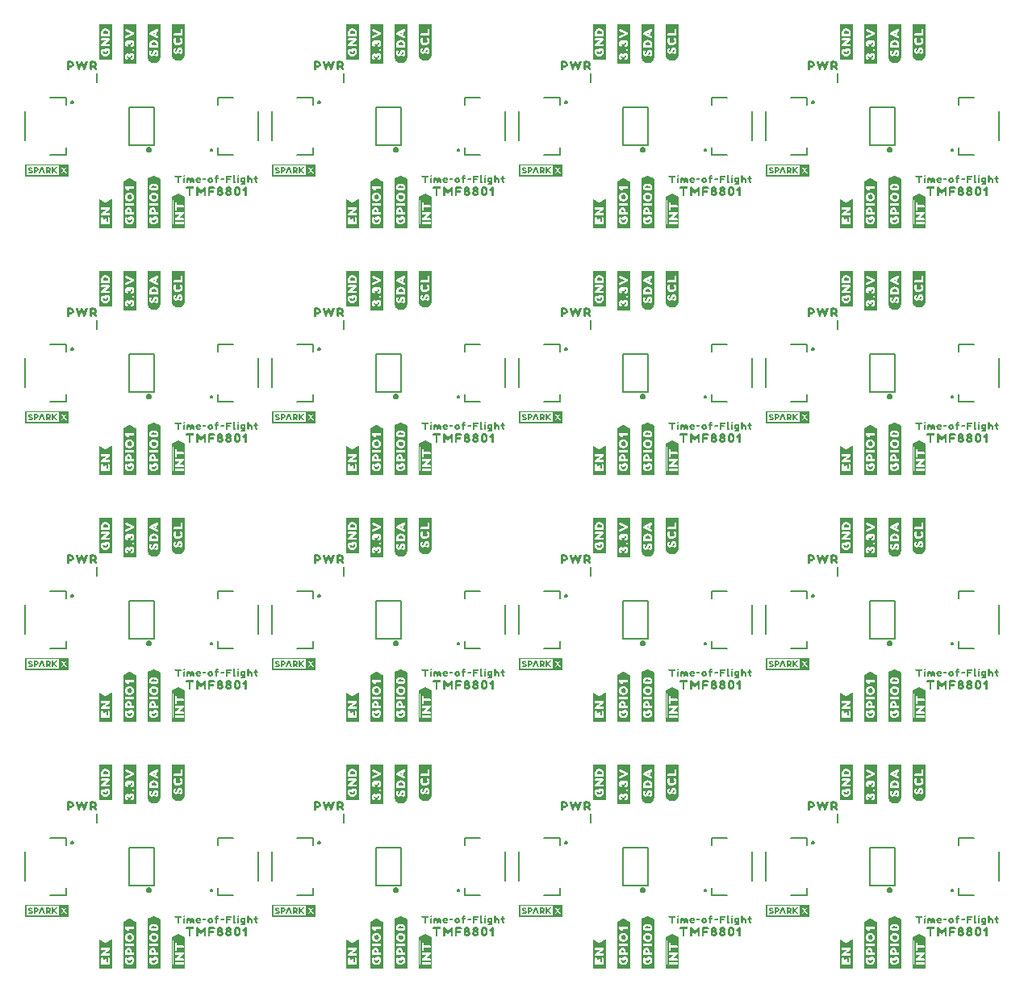
<source format=gto>
G04 EAGLE Gerber RS-274X export*
G75*
%MOMM*%
%FSLAX34Y34*%
%LPD*%
%INSilkscreen Top*%
%IPPOS*%
%AMOC8*
5,1,8,0,0,1.08239X$1,22.5*%
G01*
%ADD10C,0.127000*%
%ADD11C,0.300000*%
%ADD12C,0.203200*%

G36*
X146524Y797147D02*
X146524Y797147D01*
X146523Y797149D01*
X146524Y797150D01*
X146524Y848650D01*
X146517Y848659D01*
X146517Y848667D01*
X146117Y849067D01*
X146112Y849068D01*
X146111Y849072D01*
X140011Y852072D01*
X140004Y852070D01*
X140000Y852074D01*
X139400Y852074D01*
X139395Y852070D01*
X139389Y852072D01*
X133289Y849072D01*
X133287Y849067D01*
X133283Y849067D01*
X132883Y848667D01*
X132882Y848656D01*
X132876Y848650D01*
X132876Y797150D01*
X132897Y797126D01*
X132899Y797127D01*
X132900Y797126D01*
X146500Y797126D01*
X146524Y797147D01*
G37*
G36*
X405604Y538067D02*
X405604Y538067D01*
X405603Y538069D01*
X405604Y538070D01*
X405604Y589570D01*
X405597Y589579D01*
X405597Y589587D01*
X405197Y589987D01*
X405192Y589988D01*
X405191Y589992D01*
X399091Y592992D01*
X399084Y592990D01*
X399080Y592994D01*
X398480Y592994D01*
X398475Y592990D01*
X398469Y592992D01*
X392369Y589992D01*
X392367Y589987D01*
X392363Y589987D01*
X391963Y589587D01*
X391962Y589576D01*
X391956Y589570D01*
X391956Y538070D01*
X391977Y538046D01*
X391979Y538047D01*
X391980Y538046D01*
X405580Y538046D01*
X405604Y538067D01*
G37*
G36*
X923764Y538067D02*
X923764Y538067D01*
X923763Y538069D01*
X923764Y538070D01*
X923764Y589570D01*
X923757Y589579D01*
X923757Y589587D01*
X923357Y589987D01*
X923352Y589988D01*
X923351Y589992D01*
X917251Y592992D01*
X917244Y592990D01*
X917240Y592994D01*
X916640Y592994D01*
X916635Y592990D01*
X916629Y592992D01*
X910529Y589992D01*
X910527Y589987D01*
X910523Y589987D01*
X910123Y589587D01*
X910122Y589576D01*
X910116Y589570D01*
X910116Y538070D01*
X910137Y538046D01*
X910139Y538047D01*
X910140Y538046D01*
X923740Y538046D01*
X923764Y538067D01*
G37*
G36*
X664684Y538067D02*
X664684Y538067D01*
X664683Y538069D01*
X664684Y538070D01*
X664684Y589570D01*
X664677Y589579D01*
X664677Y589587D01*
X664277Y589987D01*
X664272Y589988D01*
X664271Y589992D01*
X658171Y592992D01*
X658164Y592990D01*
X658160Y592994D01*
X657560Y592994D01*
X657555Y592990D01*
X657549Y592992D01*
X651449Y589992D01*
X651447Y589987D01*
X651443Y589987D01*
X651043Y589587D01*
X651042Y589576D01*
X651036Y589570D01*
X651036Y538070D01*
X651057Y538046D01*
X651059Y538047D01*
X651060Y538046D01*
X664660Y538046D01*
X664684Y538067D01*
G37*
G36*
X664684Y19907D02*
X664684Y19907D01*
X664683Y19909D01*
X664684Y19910D01*
X664684Y71410D01*
X664677Y71419D01*
X664677Y71427D01*
X664277Y71827D01*
X664272Y71828D01*
X664271Y71832D01*
X658171Y74832D01*
X658164Y74830D01*
X658160Y74834D01*
X657560Y74834D01*
X657555Y74830D01*
X657549Y74832D01*
X651449Y71832D01*
X651447Y71827D01*
X651443Y71827D01*
X651043Y71427D01*
X651042Y71416D01*
X651036Y71410D01*
X651036Y19910D01*
X651057Y19886D01*
X651059Y19887D01*
X651060Y19886D01*
X664660Y19886D01*
X664684Y19907D01*
G37*
G36*
X923764Y19907D02*
X923764Y19907D01*
X923763Y19909D01*
X923764Y19910D01*
X923764Y71410D01*
X923757Y71419D01*
X923757Y71427D01*
X923357Y71827D01*
X923352Y71828D01*
X923351Y71832D01*
X917251Y74832D01*
X917244Y74830D01*
X917240Y74834D01*
X916640Y74834D01*
X916635Y74830D01*
X916629Y74832D01*
X910529Y71832D01*
X910527Y71827D01*
X910523Y71827D01*
X910123Y71427D01*
X910122Y71416D01*
X910116Y71410D01*
X910116Y19910D01*
X910137Y19886D01*
X910139Y19887D01*
X910140Y19886D01*
X923740Y19886D01*
X923764Y19907D01*
G37*
G36*
X405604Y19907D02*
X405604Y19907D01*
X405603Y19909D01*
X405604Y19910D01*
X405604Y71410D01*
X405597Y71419D01*
X405597Y71427D01*
X405197Y71827D01*
X405192Y71828D01*
X405191Y71832D01*
X399091Y74832D01*
X399084Y74830D01*
X399080Y74834D01*
X398480Y74834D01*
X398475Y74830D01*
X398469Y74832D01*
X392369Y71832D01*
X392367Y71827D01*
X392363Y71827D01*
X391963Y71427D01*
X391962Y71416D01*
X391956Y71410D01*
X391956Y19910D01*
X391977Y19886D01*
X391979Y19887D01*
X391980Y19886D01*
X405580Y19886D01*
X405604Y19907D01*
G37*
G36*
X146524Y538067D02*
X146524Y538067D01*
X146523Y538069D01*
X146524Y538070D01*
X146524Y589570D01*
X146517Y589579D01*
X146517Y589587D01*
X146117Y589987D01*
X146112Y589988D01*
X146111Y589992D01*
X140011Y592992D01*
X140004Y592990D01*
X140000Y592994D01*
X139400Y592994D01*
X139395Y592990D01*
X139389Y592992D01*
X133289Y589992D01*
X133287Y589987D01*
X133283Y589987D01*
X132883Y589587D01*
X132882Y589576D01*
X132876Y589570D01*
X132876Y538070D01*
X132897Y538046D01*
X132899Y538047D01*
X132900Y538046D01*
X146500Y538046D01*
X146524Y538067D01*
G37*
G36*
X146524Y19907D02*
X146524Y19907D01*
X146523Y19909D01*
X146524Y19910D01*
X146524Y71410D01*
X146517Y71419D01*
X146517Y71427D01*
X146117Y71827D01*
X146112Y71828D01*
X146111Y71832D01*
X140011Y74832D01*
X140004Y74830D01*
X140000Y74834D01*
X139400Y74834D01*
X139395Y74830D01*
X139389Y74832D01*
X133289Y71832D01*
X133287Y71827D01*
X133283Y71827D01*
X132883Y71427D01*
X132882Y71416D01*
X132876Y71410D01*
X132876Y19910D01*
X132897Y19886D01*
X132899Y19887D01*
X132900Y19886D01*
X146500Y19886D01*
X146524Y19907D01*
G37*
G36*
X923764Y797147D02*
X923764Y797147D01*
X923763Y797149D01*
X923764Y797150D01*
X923764Y848650D01*
X923757Y848659D01*
X923757Y848667D01*
X923357Y849067D01*
X923352Y849068D01*
X923351Y849072D01*
X917251Y852072D01*
X917244Y852070D01*
X917240Y852074D01*
X916640Y852074D01*
X916635Y852070D01*
X916629Y852072D01*
X910529Y849072D01*
X910527Y849067D01*
X910523Y849067D01*
X910123Y848667D01*
X910122Y848656D01*
X910116Y848650D01*
X910116Y797150D01*
X910137Y797126D01*
X910139Y797127D01*
X910140Y797126D01*
X923740Y797126D01*
X923764Y797147D01*
G37*
G36*
X405604Y797147D02*
X405604Y797147D01*
X405603Y797149D01*
X405604Y797150D01*
X405604Y848650D01*
X405597Y848659D01*
X405597Y848667D01*
X405197Y849067D01*
X405192Y849068D01*
X405191Y849072D01*
X399091Y852072D01*
X399084Y852070D01*
X399080Y852074D01*
X398480Y852074D01*
X398475Y852070D01*
X398469Y852072D01*
X392369Y849072D01*
X392367Y849067D01*
X392363Y849067D01*
X391963Y848667D01*
X391962Y848656D01*
X391956Y848650D01*
X391956Y797150D01*
X391977Y797126D01*
X391979Y797127D01*
X391980Y797126D01*
X405580Y797126D01*
X405604Y797147D01*
G37*
G36*
X664684Y797147D02*
X664684Y797147D01*
X664683Y797149D01*
X664684Y797150D01*
X664684Y848650D01*
X664677Y848659D01*
X664677Y848667D01*
X664277Y849067D01*
X664272Y849068D01*
X664271Y849072D01*
X658171Y852072D01*
X658164Y852070D01*
X658160Y852074D01*
X657560Y852074D01*
X657555Y852070D01*
X657549Y852072D01*
X651449Y849072D01*
X651447Y849067D01*
X651443Y849067D01*
X651043Y848667D01*
X651042Y848656D01*
X651036Y848650D01*
X651036Y797150D01*
X651057Y797126D01*
X651059Y797127D01*
X651060Y797126D01*
X664660Y797126D01*
X664684Y797147D01*
G37*
G36*
X664684Y278987D02*
X664684Y278987D01*
X664683Y278989D01*
X664684Y278990D01*
X664684Y330490D01*
X664677Y330499D01*
X664677Y330507D01*
X664277Y330907D01*
X664272Y330908D01*
X664271Y330912D01*
X658171Y333912D01*
X658164Y333910D01*
X658160Y333914D01*
X657560Y333914D01*
X657555Y333910D01*
X657549Y333912D01*
X651449Y330912D01*
X651447Y330907D01*
X651443Y330907D01*
X651043Y330507D01*
X651042Y330496D01*
X651036Y330490D01*
X651036Y278990D01*
X651057Y278966D01*
X651059Y278967D01*
X651060Y278966D01*
X664660Y278966D01*
X664684Y278987D01*
G37*
G36*
X923764Y278987D02*
X923764Y278987D01*
X923763Y278989D01*
X923764Y278990D01*
X923764Y330490D01*
X923757Y330499D01*
X923757Y330507D01*
X923357Y330907D01*
X923352Y330908D01*
X923351Y330912D01*
X917251Y333912D01*
X917244Y333910D01*
X917240Y333914D01*
X916640Y333914D01*
X916635Y333910D01*
X916629Y333912D01*
X910529Y330912D01*
X910527Y330907D01*
X910523Y330907D01*
X910123Y330507D01*
X910122Y330496D01*
X910116Y330490D01*
X910116Y278990D01*
X910137Y278966D01*
X910139Y278967D01*
X910140Y278966D01*
X923740Y278966D01*
X923764Y278987D01*
G37*
G36*
X405604Y278987D02*
X405604Y278987D01*
X405603Y278989D01*
X405604Y278990D01*
X405604Y330490D01*
X405597Y330499D01*
X405597Y330507D01*
X405197Y330907D01*
X405192Y330908D01*
X405191Y330912D01*
X399091Y333912D01*
X399084Y333910D01*
X399080Y333914D01*
X398480Y333914D01*
X398475Y333910D01*
X398469Y333912D01*
X392369Y330912D01*
X392367Y330907D01*
X392363Y330907D01*
X391963Y330507D01*
X391962Y330496D01*
X391956Y330490D01*
X391956Y278990D01*
X391977Y278966D01*
X391979Y278967D01*
X391980Y278966D01*
X405580Y278966D01*
X405604Y278987D01*
G37*
G36*
X146524Y278987D02*
X146524Y278987D01*
X146523Y278989D01*
X146524Y278990D01*
X146524Y330490D01*
X146517Y330499D01*
X146517Y330507D01*
X146117Y330907D01*
X146112Y330908D01*
X146111Y330912D01*
X140011Y333912D01*
X140004Y333910D01*
X140000Y333914D01*
X139400Y333914D01*
X139395Y333910D01*
X139389Y333912D01*
X133289Y330912D01*
X133287Y330907D01*
X133283Y330907D01*
X132883Y330507D01*
X132882Y330496D01*
X132876Y330490D01*
X132876Y278990D01*
X132897Y278966D01*
X132899Y278967D01*
X132900Y278966D01*
X146500Y278966D01*
X146524Y278987D01*
G37*
G36*
X898261Y797144D02*
X898261Y797144D01*
X898264Y797146D01*
X898364Y797746D01*
X898362Y797748D01*
X898364Y797750D01*
X898364Y845850D01*
X898357Y845859D01*
X898357Y845867D01*
X897957Y846267D01*
X897952Y846267D01*
X897951Y846272D01*
X891851Y849372D01*
X891844Y849370D01*
X891840Y849374D01*
X891240Y849374D01*
X891235Y849370D01*
X891229Y849372D01*
X885229Y846372D01*
X885228Y846368D01*
X885225Y846369D01*
X884725Y845969D01*
X884723Y845956D01*
X884716Y845950D01*
X884716Y797250D01*
X884734Y797229D01*
X884736Y797226D01*
X885336Y797126D01*
X885338Y797128D01*
X885340Y797126D01*
X898240Y797126D01*
X898261Y797144D01*
G37*
G36*
X380101Y538064D02*
X380101Y538064D01*
X380104Y538066D01*
X380204Y538666D01*
X380202Y538668D01*
X380204Y538670D01*
X380204Y586770D01*
X380197Y586779D01*
X380197Y586787D01*
X379797Y587187D01*
X379792Y587187D01*
X379791Y587192D01*
X373691Y590292D01*
X373684Y590290D01*
X373680Y590294D01*
X373080Y590294D01*
X373075Y590290D01*
X373069Y590292D01*
X367069Y587292D01*
X367068Y587288D01*
X367065Y587289D01*
X366565Y586889D01*
X366563Y586876D01*
X366556Y586870D01*
X366556Y538170D01*
X366574Y538149D01*
X366576Y538146D01*
X367176Y538046D01*
X367178Y538048D01*
X367180Y538046D01*
X380080Y538046D01*
X380101Y538064D01*
G37*
G36*
X639181Y538064D02*
X639181Y538064D01*
X639184Y538066D01*
X639284Y538666D01*
X639282Y538668D01*
X639284Y538670D01*
X639284Y586770D01*
X639277Y586779D01*
X639277Y586787D01*
X638877Y587187D01*
X638872Y587187D01*
X638871Y587192D01*
X632771Y590292D01*
X632764Y590290D01*
X632760Y590294D01*
X632160Y590294D01*
X632155Y590290D01*
X632149Y590292D01*
X626149Y587292D01*
X626148Y587288D01*
X626145Y587289D01*
X625645Y586889D01*
X625643Y586876D01*
X625636Y586870D01*
X625636Y538170D01*
X625654Y538149D01*
X625656Y538146D01*
X626256Y538046D01*
X626258Y538048D01*
X626260Y538046D01*
X639160Y538046D01*
X639181Y538064D01*
G37*
G36*
X898261Y538064D02*
X898261Y538064D01*
X898264Y538066D01*
X898364Y538666D01*
X898362Y538668D01*
X898364Y538670D01*
X898364Y586770D01*
X898357Y586779D01*
X898357Y586787D01*
X897957Y587187D01*
X897952Y587187D01*
X897951Y587192D01*
X891851Y590292D01*
X891844Y590290D01*
X891840Y590294D01*
X891240Y590294D01*
X891235Y590290D01*
X891229Y590292D01*
X885229Y587292D01*
X885228Y587288D01*
X885225Y587289D01*
X884725Y586889D01*
X884723Y586876D01*
X884716Y586870D01*
X884716Y538170D01*
X884734Y538149D01*
X884736Y538146D01*
X885336Y538046D01*
X885338Y538048D01*
X885340Y538046D01*
X898240Y538046D01*
X898261Y538064D01*
G37*
G36*
X121021Y538064D02*
X121021Y538064D01*
X121024Y538066D01*
X121124Y538666D01*
X121122Y538668D01*
X121124Y538670D01*
X121124Y586770D01*
X121117Y586779D01*
X121117Y586787D01*
X120717Y587187D01*
X120712Y587187D01*
X120711Y587192D01*
X114611Y590292D01*
X114604Y590290D01*
X114600Y590294D01*
X114000Y590294D01*
X113995Y590290D01*
X113989Y590292D01*
X107989Y587292D01*
X107988Y587288D01*
X107985Y587289D01*
X107485Y586889D01*
X107483Y586876D01*
X107476Y586870D01*
X107476Y538170D01*
X107494Y538149D01*
X107496Y538146D01*
X108096Y538046D01*
X108098Y538048D01*
X108100Y538046D01*
X121000Y538046D01*
X121021Y538064D01*
G37*
G36*
X121021Y19904D02*
X121021Y19904D01*
X121024Y19906D01*
X121124Y20506D01*
X121122Y20508D01*
X121124Y20510D01*
X121124Y68610D01*
X121117Y68619D01*
X121117Y68627D01*
X120717Y69027D01*
X120712Y69027D01*
X120711Y69032D01*
X114611Y72132D01*
X114604Y72130D01*
X114600Y72134D01*
X114000Y72134D01*
X113995Y72130D01*
X113989Y72132D01*
X107989Y69132D01*
X107988Y69128D01*
X107985Y69129D01*
X107485Y68729D01*
X107483Y68716D01*
X107476Y68710D01*
X107476Y20010D01*
X107494Y19989D01*
X107496Y19986D01*
X108096Y19886D01*
X108098Y19888D01*
X108100Y19886D01*
X121000Y19886D01*
X121021Y19904D01*
G37*
G36*
X898261Y19904D02*
X898261Y19904D01*
X898264Y19906D01*
X898364Y20506D01*
X898362Y20508D01*
X898364Y20510D01*
X898364Y68610D01*
X898357Y68619D01*
X898357Y68627D01*
X897957Y69027D01*
X897952Y69027D01*
X897951Y69032D01*
X891851Y72132D01*
X891844Y72130D01*
X891840Y72134D01*
X891240Y72134D01*
X891235Y72130D01*
X891229Y72132D01*
X885229Y69132D01*
X885228Y69128D01*
X885225Y69129D01*
X884725Y68729D01*
X884723Y68716D01*
X884716Y68710D01*
X884716Y20010D01*
X884734Y19989D01*
X884736Y19986D01*
X885336Y19886D01*
X885338Y19888D01*
X885340Y19886D01*
X898240Y19886D01*
X898261Y19904D01*
G37*
G36*
X380101Y19904D02*
X380101Y19904D01*
X380104Y19906D01*
X380204Y20506D01*
X380202Y20508D01*
X380204Y20510D01*
X380204Y68610D01*
X380197Y68619D01*
X380197Y68627D01*
X379797Y69027D01*
X379792Y69027D01*
X379791Y69032D01*
X373691Y72132D01*
X373684Y72130D01*
X373680Y72134D01*
X373080Y72134D01*
X373075Y72130D01*
X373069Y72132D01*
X367069Y69132D01*
X367068Y69128D01*
X367065Y69129D01*
X366565Y68729D01*
X366563Y68716D01*
X366556Y68710D01*
X366556Y20010D01*
X366574Y19989D01*
X366576Y19986D01*
X367176Y19886D01*
X367178Y19888D01*
X367180Y19886D01*
X380080Y19886D01*
X380101Y19904D01*
G37*
G36*
X639181Y19904D02*
X639181Y19904D01*
X639184Y19906D01*
X639284Y20506D01*
X639282Y20508D01*
X639284Y20510D01*
X639284Y68610D01*
X639277Y68619D01*
X639277Y68627D01*
X638877Y69027D01*
X638872Y69027D01*
X638871Y69032D01*
X632771Y72132D01*
X632764Y72130D01*
X632760Y72134D01*
X632160Y72134D01*
X632155Y72130D01*
X632149Y72132D01*
X626149Y69132D01*
X626148Y69128D01*
X626145Y69129D01*
X625645Y68729D01*
X625643Y68716D01*
X625636Y68710D01*
X625636Y20010D01*
X625654Y19989D01*
X625656Y19986D01*
X626256Y19886D01*
X626258Y19888D01*
X626260Y19886D01*
X639160Y19886D01*
X639181Y19904D01*
G37*
G36*
X380101Y797144D02*
X380101Y797144D01*
X380104Y797146D01*
X380204Y797746D01*
X380202Y797748D01*
X380204Y797750D01*
X380204Y845850D01*
X380197Y845859D01*
X380197Y845867D01*
X379797Y846267D01*
X379792Y846267D01*
X379791Y846272D01*
X373691Y849372D01*
X373684Y849370D01*
X373680Y849374D01*
X373080Y849374D01*
X373075Y849370D01*
X373069Y849372D01*
X367069Y846372D01*
X367068Y846368D01*
X367065Y846369D01*
X366565Y845969D01*
X366563Y845956D01*
X366556Y845950D01*
X366556Y797250D01*
X366574Y797229D01*
X366576Y797226D01*
X367176Y797126D01*
X367178Y797128D01*
X367180Y797126D01*
X380080Y797126D01*
X380101Y797144D01*
G37*
G36*
X121021Y797144D02*
X121021Y797144D01*
X121024Y797146D01*
X121124Y797746D01*
X121122Y797748D01*
X121124Y797750D01*
X121124Y845850D01*
X121117Y845859D01*
X121117Y845867D01*
X120717Y846267D01*
X120712Y846267D01*
X120711Y846272D01*
X114611Y849372D01*
X114604Y849370D01*
X114600Y849374D01*
X114000Y849374D01*
X113995Y849370D01*
X113989Y849372D01*
X107989Y846372D01*
X107988Y846368D01*
X107985Y846369D01*
X107485Y845969D01*
X107483Y845956D01*
X107476Y845950D01*
X107476Y797250D01*
X107494Y797229D01*
X107496Y797226D01*
X108096Y797126D01*
X108098Y797128D01*
X108100Y797126D01*
X121000Y797126D01*
X121021Y797144D01*
G37*
G36*
X639181Y797144D02*
X639181Y797144D01*
X639184Y797146D01*
X639284Y797746D01*
X639282Y797748D01*
X639284Y797750D01*
X639284Y845850D01*
X639277Y845859D01*
X639277Y845867D01*
X638877Y846267D01*
X638872Y846267D01*
X638871Y846272D01*
X632771Y849372D01*
X632764Y849370D01*
X632760Y849374D01*
X632160Y849374D01*
X632155Y849370D01*
X632149Y849372D01*
X626149Y846372D01*
X626148Y846368D01*
X626145Y846369D01*
X625645Y845969D01*
X625643Y845956D01*
X625636Y845950D01*
X625636Y797250D01*
X625654Y797229D01*
X625656Y797226D01*
X626256Y797126D01*
X626258Y797128D01*
X626260Y797126D01*
X639160Y797126D01*
X639181Y797144D01*
G37*
G36*
X639181Y278984D02*
X639181Y278984D01*
X639184Y278986D01*
X639284Y279586D01*
X639282Y279588D01*
X639284Y279590D01*
X639284Y327690D01*
X639277Y327699D01*
X639277Y327707D01*
X638877Y328107D01*
X638872Y328107D01*
X638871Y328112D01*
X632771Y331212D01*
X632764Y331210D01*
X632760Y331214D01*
X632160Y331214D01*
X632155Y331210D01*
X632149Y331212D01*
X626149Y328212D01*
X626148Y328208D01*
X626145Y328209D01*
X625645Y327809D01*
X625643Y327796D01*
X625636Y327790D01*
X625636Y279090D01*
X625654Y279069D01*
X625656Y279066D01*
X626256Y278966D01*
X626258Y278968D01*
X626260Y278966D01*
X639160Y278966D01*
X639181Y278984D01*
G37*
G36*
X121021Y278984D02*
X121021Y278984D01*
X121024Y278986D01*
X121124Y279586D01*
X121122Y279588D01*
X121124Y279590D01*
X121124Y327690D01*
X121117Y327699D01*
X121117Y327707D01*
X120717Y328107D01*
X120712Y328107D01*
X120711Y328112D01*
X114611Y331212D01*
X114604Y331210D01*
X114600Y331214D01*
X114000Y331214D01*
X113995Y331210D01*
X113989Y331212D01*
X107989Y328212D01*
X107988Y328208D01*
X107985Y328209D01*
X107485Y327809D01*
X107483Y327796D01*
X107476Y327790D01*
X107476Y279090D01*
X107494Y279069D01*
X107496Y279066D01*
X108096Y278966D01*
X108098Y278968D01*
X108100Y278966D01*
X121000Y278966D01*
X121021Y278984D01*
G37*
G36*
X380101Y278984D02*
X380101Y278984D01*
X380104Y278986D01*
X380204Y279586D01*
X380202Y279588D01*
X380204Y279590D01*
X380204Y327690D01*
X380197Y327699D01*
X380197Y327707D01*
X379797Y328107D01*
X379792Y328107D01*
X379791Y328112D01*
X373691Y331212D01*
X373684Y331210D01*
X373680Y331214D01*
X373080Y331214D01*
X373075Y331210D01*
X373069Y331212D01*
X367069Y328212D01*
X367068Y328208D01*
X367065Y328209D01*
X366565Y327809D01*
X366563Y327796D01*
X366556Y327790D01*
X366556Y279090D01*
X366574Y279069D01*
X366576Y279066D01*
X367176Y278966D01*
X367178Y278968D01*
X367180Y278966D01*
X380080Y278966D01*
X380101Y278984D01*
G37*
G36*
X898261Y278984D02*
X898261Y278984D01*
X898264Y278986D01*
X898364Y279586D01*
X898362Y279588D01*
X898364Y279590D01*
X898364Y327690D01*
X898357Y327699D01*
X898357Y327707D01*
X897957Y328107D01*
X897952Y328107D01*
X897951Y328112D01*
X891851Y331212D01*
X891844Y331210D01*
X891840Y331214D01*
X891240Y331214D01*
X891235Y331210D01*
X891229Y331212D01*
X885229Y328212D01*
X885228Y328208D01*
X885225Y328209D01*
X884725Y327809D01*
X884723Y327796D01*
X884716Y327790D01*
X884716Y279090D01*
X884734Y279069D01*
X884736Y279066D01*
X885336Y278966D01*
X885338Y278968D01*
X885340Y278966D01*
X898240Y278966D01*
X898261Y278984D01*
G37*
G36*
X50339Y74177D02*
X50339Y74177D01*
X50334Y74185D01*
X50341Y74190D01*
X50341Y86846D01*
X50305Y86893D01*
X50298Y86887D01*
X50292Y86895D01*
X4572Y86895D01*
X4525Y86859D01*
X4530Y86851D01*
X4523Y86846D01*
X4523Y74190D01*
X4559Y74143D01*
X4566Y74149D01*
X4572Y74141D01*
X50292Y74141D01*
X50339Y74177D01*
G37*
G36*
X827579Y74177D02*
X827579Y74177D01*
X827574Y74185D01*
X827581Y74190D01*
X827581Y86846D01*
X827545Y86893D01*
X827538Y86887D01*
X827532Y86895D01*
X781812Y86895D01*
X781765Y86859D01*
X781770Y86851D01*
X781763Y86846D01*
X781763Y74190D01*
X781799Y74143D01*
X781806Y74149D01*
X781812Y74141D01*
X827532Y74141D01*
X827579Y74177D01*
G37*
G36*
X50339Y592337D02*
X50339Y592337D01*
X50334Y592345D01*
X50341Y592350D01*
X50341Y605006D01*
X50305Y605053D01*
X50298Y605047D01*
X50292Y605055D01*
X4572Y605055D01*
X4525Y605019D01*
X4530Y605011D01*
X4523Y605006D01*
X4523Y592350D01*
X4559Y592303D01*
X4566Y592309D01*
X4572Y592301D01*
X50292Y592301D01*
X50339Y592337D01*
G37*
G36*
X568499Y592337D02*
X568499Y592337D01*
X568494Y592345D01*
X568501Y592350D01*
X568501Y605006D01*
X568465Y605053D01*
X568458Y605047D01*
X568452Y605055D01*
X522732Y605055D01*
X522685Y605019D01*
X522690Y605011D01*
X522683Y605006D01*
X522683Y592350D01*
X522719Y592303D01*
X522726Y592309D01*
X522732Y592301D01*
X568452Y592301D01*
X568499Y592337D01*
G37*
G36*
X309419Y851417D02*
X309419Y851417D01*
X309414Y851425D01*
X309421Y851430D01*
X309421Y864086D01*
X309385Y864133D01*
X309378Y864127D01*
X309372Y864135D01*
X263652Y864135D01*
X263605Y864099D01*
X263610Y864091D01*
X263603Y864086D01*
X263603Y851430D01*
X263639Y851383D01*
X263646Y851389D01*
X263652Y851381D01*
X309372Y851381D01*
X309419Y851417D01*
G37*
G36*
X309419Y74177D02*
X309419Y74177D01*
X309414Y74185D01*
X309421Y74190D01*
X309421Y86846D01*
X309385Y86893D01*
X309378Y86887D01*
X309372Y86895D01*
X263652Y86895D01*
X263605Y86859D01*
X263610Y86851D01*
X263603Y86846D01*
X263603Y74190D01*
X263639Y74143D01*
X263646Y74149D01*
X263652Y74141D01*
X309372Y74141D01*
X309419Y74177D01*
G37*
G36*
X568499Y74177D02*
X568499Y74177D01*
X568494Y74185D01*
X568501Y74190D01*
X568501Y86846D01*
X568465Y86893D01*
X568458Y86887D01*
X568452Y86895D01*
X522732Y86895D01*
X522685Y86859D01*
X522690Y86851D01*
X522683Y86846D01*
X522683Y74190D01*
X522719Y74143D01*
X522726Y74149D01*
X522732Y74141D01*
X568452Y74141D01*
X568499Y74177D01*
G37*
G36*
X309419Y333257D02*
X309419Y333257D01*
X309414Y333265D01*
X309421Y333270D01*
X309421Y345926D01*
X309385Y345973D01*
X309378Y345967D01*
X309372Y345975D01*
X263652Y345975D01*
X263605Y345939D01*
X263610Y345931D01*
X263603Y345926D01*
X263603Y333270D01*
X263639Y333223D01*
X263646Y333229D01*
X263652Y333221D01*
X309372Y333221D01*
X309419Y333257D01*
G37*
G36*
X568499Y333257D02*
X568499Y333257D01*
X568494Y333265D01*
X568501Y333270D01*
X568501Y345926D01*
X568465Y345973D01*
X568458Y345967D01*
X568452Y345975D01*
X522732Y345975D01*
X522685Y345939D01*
X522690Y345931D01*
X522683Y345926D01*
X522683Y333270D01*
X522719Y333223D01*
X522726Y333229D01*
X522732Y333221D01*
X568452Y333221D01*
X568499Y333257D01*
G37*
G36*
X827579Y851417D02*
X827579Y851417D01*
X827574Y851425D01*
X827581Y851430D01*
X827581Y864086D01*
X827545Y864133D01*
X827538Y864127D01*
X827532Y864135D01*
X781812Y864135D01*
X781765Y864099D01*
X781770Y864091D01*
X781763Y864086D01*
X781763Y851430D01*
X781799Y851383D01*
X781806Y851389D01*
X781812Y851381D01*
X827532Y851381D01*
X827579Y851417D01*
G37*
G36*
X568499Y851417D02*
X568499Y851417D01*
X568494Y851425D01*
X568501Y851430D01*
X568501Y864086D01*
X568465Y864133D01*
X568458Y864127D01*
X568452Y864135D01*
X522732Y864135D01*
X522685Y864099D01*
X522690Y864091D01*
X522683Y864086D01*
X522683Y851430D01*
X522719Y851383D01*
X522726Y851389D01*
X522732Y851381D01*
X568452Y851381D01*
X568499Y851417D01*
G37*
G36*
X50339Y851417D02*
X50339Y851417D01*
X50334Y851425D01*
X50341Y851430D01*
X50341Y864086D01*
X50305Y864133D01*
X50298Y864127D01*
X50292Y864135D01*
X4572Y864135D01*
X4525Y864099D01*
X4530Y864091D01*
X4523Y864086D01*
X4523Y851430D01*
X4559Y851383D01*
X4566Y851389D01*
X4572Y851381D01*
X50292Y851381D01*
X50339Y851417D01*
G37*
G36*
X827579Y333257D02*
X827579Y333257D01*
X827574Y333265D01*
X827581Y333270D01*
X827581Y345926D01*
X827545Y345973D01*
X827538Y345967D01*
X827532Y345975D01*
X781812Y345975D01*
X781765Y345939D01*
X781770Y345931D01*
X781763Y345926D01*
X781763Y333270D01*
X781799Y333223D01*
X781806Y333229D01*
X781812Y333221D01*
X827532Y333221D01*
X827579Y333257D01*
G37*
G36*
X50339Y333257D02*
X50339Y333257D01*
X50334Y333265D01*
X50341Y333270D01*
X50341Y345926D01*
X50305Y345973D01*
X50298Y345967D01*
X50292Y345975D01*
X4572Y345975D01*
X4525Y345939D01*
X4530Y345931D01*
X4523Y345926D01*
X4523Y333270D01*
X4559Y333223D01*
X4566Y333229D01*
X4572Y333221D01*
X50292Y333221D01*
X50339Y333257D01*
G37*
G36*
X309419Y592337D02*
X309419Y592337D01*
X309414Y592345D01*
X309421Y592350D01*
X309421Y605006D01*
X309385Y605053D01*
X309378Y605047D01*
X309372Y605055D01*
X263652Y605055D01*
X263605Y605019D01*
X263610Y605011D01*
X263603Y605006D01*
X263603Y592350D01*
X263639Y592303D01*
X263646Y592309D01*
X263652Y592301D01*
X309372Y592301D01*
X309419Y592337D01*
G37*
G36*
X827579Y592337D02*
X827579Y592337D01*
X827574Y592345D01*
X827581Y592350D01*
X827581Y605006D01*
X827545Y605053D01*
X827538Y605047D01*
X827532Y605055D01*
X781812Y605055D01*
X781765Y605019D01*
X781770Y605011D01*
X781763Y605006D01*
X781763Y592350D01*
X781799Y592303D01*
X781806Y592309D01*
X781812Y592301D01*
X827532Y592301D01*
X827579Y592337D01*
G37*
G36*
X898154Y969858D02*
X898154Y969858D01*
X898163Y969861D01*
X898363Y970361D01*
X898360Y970367D01*
X898364Y970370D01*
X898364Y1011070D01*
X898358Y1011077D01*
X898359Y1011085D01*
X898059Y1011485D01*
X898046Y1011487D01*
X898040Y1011494D01*
X885140Y1011494D01*
X885133Y1011488D01*
X885125Y1011489D01*
X884725Y1011189D01*
X884723Y1011177D01*
X884716Y1011171D01*
X884716Y1011170D01*
X884716Y969970D01*
X884734Y969949D01*
X884736Y969946D01*
X885336Y969846D01*
X885338Y969848D01*
X885340Y969846D01*
X898140Y969846D01*
X898154Y969858D01*
G37*
G36*
X120914Y969858D02*
X120914Y969858D01*
X120923Y969861D01*
X121123Y970361D01*
X121120Y970367D01*
X121124Y970370D01*
X121124Y1011070D01*
X121118Y1011077D01*
X121119Y1011085D01*
X120819Y1011485D01*
X120806Y1011487D01*
X120800Y1011494D01*
X107900Y1011494D01*
X107893Y1011488D01*
X107885Y1011489D01*
X107485Y1011189D01*
X107483Y1011177D01*
X107476Y1011171D01*
X107476Y1011170D01*
X107476Y969970D01*
X107494Y969949D01*
X107496Y969946D01*
X108096Y969846D01*
X108098Y969848D01*
X108100Y969846D01*
X120900Y969846D01*
X120914Y969858D01*
G37*
G36*
X639074Y969858D02*
X639074Y969858D01*
X639083Y969861D01*
X639283Y970361D01*
X639280Y970367D01*
X639284Y970370D01*
X639284Y1011070D01*
X639278Y1011077D01*
X639279Y1011085D01*
X638979Y1011485D01*
X638966Y1011487D01*
X638960Y1011494D01*
X626060Y1011494D01*
X626053Y1011488D01*
X626045Y1011489D01*
X625645Y1011189D01*
X625643Y1011177D01*
X625636Y1011171D01*
X625636Y1011170D01*
X625636Y969970D01*
X625654Y969949D01*
X625656Y969946D01*
X626256Y969846D01*
X626258Y969848D01*
X626260Y969846D01*
X639060Y969846D01*
X639074Y969858D01*
G37*
G36*
X120914Y451698D02*
X120914Y451698D01*
X120923Y451701D01*
X121123Y452201D01*
X121120Y452207D01*
X121124Y452210D01*
X121124Y492910D01*
X121118Y492917D01*
X121119Y492925D01*
X120819Y493325D01*
X120806Y493327D01*
X120800Y493334D01*
X107900Y493334D01*
X107893Y493328D01*
X107885Y493329D01*
X107485Y493029D01*
X107483Y493017D01*
X107476Y493011D01*
X107476Y493010D01*
X107476Y451810D01*
X107494Y451789D01*
X107496Y451786D01*
X108096Y451686D01*
X108098Y451688D01*
X108100Y451686D01*
X120900Y451686D01*
X120914Y451698D01*
G37*
G36*
X379994Y451698D02*
X379994Y451698D01*
X380003Y451701D01*
X380203Y452201D01*
X380200Y452207D01*
X380204Y452210D01*
X380204Y492910D01*
X380198Y492917D01*
X380199Y492925D01*
X379899Y493325D01*
X379886Y493327D01*
X379880Y493334D01*
X366980Y493334D01*
X366973Y493328D01*
X366965Y493329D01*
X366565Y493029D01*
X366563Y493017D01*
X366556Y493011D01*
X366556Y493010D01*
X366556Y451810D01*
X366574Y451789D01*
X366576Y451786D01*
X367176Y451686D01*
X367178Y451688D01*
X367180Y451686D01*
X379980Y451686D01*
X379994Y451698D01*
G37*
G36*
X898154Y451698D02*
X898154Y451698D01*
X898163Y451701D01*
X898363Y452201D01*
X898360Y452207D01*
X898364Y452210D01*
X898364Y492910D01*
X898358Y492917D01*
X898359Y492925D01*
X898059Y493325D01*
X898046Y493327D01*
X898040Y493334D01*
X885140Y493334D01*
X885133Y493328D01*
X885125Y493329D01*
X884725Y493029D01*
X884723Y493017D01*
X884716Y493011D01*
X884716Y493010D01*
X884716Y451810D01*
X884734Y451789D01*
X884736Y451786D01*
X885336Y451686D01*
X885338Y451688D01*
X885340Y451686D01*
X898140Y451686D01*
X898154Y451698D01*
G37*
G36*
X639074Y451698D02*
X639074Y451698D01*
X639083Y451701D01*
X639283Y452201D01*
X639280Y452207D01*
X639284Y452210D01*
X639284Y492910D01*
X639278Y492917D01*
X639279Y492925D01*
X638979Y493325D01*
X638966Y493327D01*
X638960Y493334D01*
X626060Y493334D01*
X626053Y493328D01*
X626045Y493329D01*
X625645Y493029D01*
X625643Y493017D01*
X625636Y493011D01*
X625636Y493010D01*
X625636Y451810D01*
X625654Y451789D01*
X625656Y451786D01*
X626256Y451686D01*
X626258Y451688D01*
X626260Y451686D01*
X639060Y451686D01*
X639074Y451698D01*
G37*
G36*
X379994Y192618D02*
X379994Y192618D01*
X380003Y192621D01*
X380203Y193121D01*
X380200Y193127D01*
X380204Y193130D01*
X380204Y233830D01*
X380198Y233837D01*
X380199Y233845D01*
X379899Y234245D01*
X379886Y234247D01*
X379880Y234254D01*
X366980Y234254D01*
X366973Y234248D01*
X366965Y234249D01*
X366565Y233949D01*
X366563Y233937D01*
X366556Y233931D01*
X366556Y233930D01*
X366556Y192730D01*
X366574Y192709D01*
X366576Y192706D01*
X367176Y192606D01*
X367178Y192608D01*
X367180Y192606D01*
X379980Y192606D01*
X379994Y192618D01*
G37*
G36*
X898154Y192618D02*
X898154Y192618D01*
X898163Y192621D01*
X898363Y193121D01*
X898360Y193127D01*
X898364Y193130D01*
X898364Y233830D01*
X898358Y233837D01*
X898359Y233845D01*
X898059Y234245D01*
X898046Y234247D01*
X898040Y234254D01*
X885140Y234254D01*
X885133Y234248D01*
X885125Y234249D01*
X884725Y233949D01*
X884723Y233937D01*
X884716Y233931D01*
X884716Y233930D01*
X884716Y192730D01*
X884734Y192709D01*
X884736Y192706D01*
X885336Y192606D01*
X885338Y192608D01*
X885340Y192606D01*
X898140Y192606D01*
X898154Y192618D01*
G37*
G36*
X639074Y192618D02*
X639074Y192618D01*
X639083Y192621D01*
X639283Y193121D01*
X639280Y193127D01*
X639284Y193130D01*
X639284Y233830D01*
X639278Y233837D01*
X639279Y233845D01*
X638979Y234245D01*
X638966Y234247D01*
X638960Y234254D01*
X626060Y234254D01*
X626053Y234248D01*
X626045Y234249D01*
X625645Y233949D01*
X625643Y233937D01*
X625636Y233931D01*
X625636Y233930D01*
X625636Y192730D01*
X625654Y192709D01*
X625656Y192706D01*
X626256Y192606D01*
X626258Y192608D01*
X626260Y192606D01*
X639060Y192606D01*
X639074Y192618D01*
G37*
G36*
X379994Y710778D02*
X379994Y710778D01*
X380003Y710781D01*
X380203Y711281D01*
X380200Y711287D01*
X380204Y711290D01*
X380204Y751990D01*
X380198Y751997D01*
X380199Y752005D01*
X379899Y752405D01*
X379886Y752407D01*
X379880Y752414D01*
X366980Y752414D01*
X366973Y752408D01*
X366965Y752409D01*
X366565Y752109D01*
X366563Y752097D01*
X366556Y752091D01*
X366556Y752090D01*
X366556Y710890D01*
X366574Y710869D01*
X366576Y710866D01*
X367176Y710766D01*
X367178Y710768D01*
X367180Y710766D01*
X379980Y710766D01*
X379994Y710778D01*
G37*
G36*
X120914Y192618D02*
X120914Y192618D01*
X120923Y192621D01*
X121123Y193121D01*
X121120Y193127D01*
X121124Y193130D01*
X121124Y233830D01*
X121118Y233837D01*
X121119Y233845D01*
X120819Y234245D01*
X120806Y234247D01*
X120800Y234254D01*
X107900Y234254D01*
X107893Y234248D01*
X107885Y234249D01*
X107485Y233949D01*
X107483Y233937D01*
X107476Y233931D01*
X107476Y233930D01*
X107476Y192730D01*
X107494Y192709D01*
X107496Y192706D01*
X108096Y192606D01*
X108098Y192608D01*
X108100Y192606D01*
X120900Y192606D01*
X120914Y192618D01*
G37*
G36*
X639074Y710778D02*
X639074Y710778D01*
X639083Y710781D01*
X639283Y711281D01*
X639280Y711287D01*
X639284Y711290D01*
X639284Y751990D01*
X639278Y751997D01*
X639279Y752005D01*
X638979Y752405D01*
X638966Y752407D01*
X638960Y752414D01*
X626060Y752414D01*
X626053Y752408D01*
X626045Y752409D01*
X625645Y752109D01*
X625643Y752097D01*
X625636Y752091D01*
X625636Y752090D01*
X625636Y710890D01*
X625654Y710869D01*
X625656Y710866D01*
X626256Y710766D01*
X626258Y710768D01*
X626260Y710766D01*
X639060Y710766D01*
X639074Y710778D01*
G37*
G36*
X898154Y710778D02*
X898154Y710778D01*
X898163Y710781D01*
X898363Y711281D01*
X898360Y711287D01*
X898364Y711290D01*
X898364Y751990D01*
X898358Y751997D01*
X898359Y752005D01*
X898059Y752405D01*
X898046Y752407D01*
X898040Y752414D01*
X885140Y752414D01*
X885133Y752408D01*
X885125Y752409D01*
X884725Y752109D01*
X884723Y752097D01*
X884716Y752091D01*
X884716Y752090D01*
X884716Y710890D01*
X884734Y710869D01*
X884736Y710866D01*
X885336Y710766D01*
X885338Y710768D01*
X885340Y710766D01*
X898140Y710766D01*
X898154Y710778D01*
G37*
G36*
X120914Y710778D02*
X120914Y710778D01*
X120923Y710781D01*
X121123Y711281D01*
X121120Y711287D01*
X121124Y711290D01*
X121124Y751990D01*
X121118Y751997D01*
X121119Y752005D01*
X120819Y752405D01*
X120806Y752407D01*
X120800Y752414D01*
X107900Y752414D01*
X107893Y752408D01*
X107885Y752409D01*
X107485Y752109D01*
X107483Y752097D01*
X107476Y752091D01*
X107476Y752090D01*
X107476Y710890D01*
X107494Y710869D01*
X107496Y710866D01*
X108096Y710766D01*
X108098Y710768D01*
X108100Y710766D01*
X120900Y710766D01*
X120914Y710778D01*
G37*
G36*
X379994Y969858D02*
X379994Y969858D01*
X380003Y969861D01*
X380203Y970361D01*
X380200Y970367D01*
X380204Y970370D01*
X380204Y1011070D01*
X380198Y1011077D01*
X380199Y1011085D01*
X379899Y1011485D01*
X379886Y1011487D01*
X379880Y1011494D01*
X366980Y1011494D01*
X366973Y1011488D01*
X366965Y1011489D01*
X366565Y1011189D01*
X366563Y1011177D01*
X366556Y1011171D01*
X366556Y1011170D01*
X366556Y969970D01*
X366574Y969949D01*
X366576Y969946D01*
X367176Y969846D01*
X367178Y969848D01*
X367180Y969846D01*
X379980Y969846D01*
X379994Y969858D01*
G37*
G36*
X658462Y193017D02*
X658462Y193017D01*
X658463Y193016D01*
X659163Y193116D01*
X659165Y193118D01*
X659168Y193117D01*
X660368Y193517D01*
X660368Y193518D01*
X660370Y193518D01*
X661070Y193818D01*
X661071Y193820D01*
X661072Y193819D01*
X661572Y194119D01*
X661573Y194120D01*
X662173Y194520D01*
X662174Y194523D01*
X662177Y194523D01*
X662677Y195023D01*
X662677Y195025D01*
X662679Y195025D01*
X663479Y196025D01*
X663479Y196026D01*
X663480Y196027D01*
X663880Y196627D01*
X663880Y196629D01*
X663882Y196629D01*
X664182Y197229D01*
X664181Y197232D01*
X664182Y197232D01*
X664181Y197232D01*
X664183Y197233D01*
X664383Y197933D01*
X664583Y198532D01*
X664581Y198537D01*
X664584Y198540D01*
X664584Y199238D01*
X664684Y199937D01*
X664683Y199939D01*
X664684Y199940D01*
X664684Y233740D01*
X664675Y233750D01*
X664675Y233759D01*
X664275Y234059D01*
X664265Y234059D01*
X664260Y234064D01*
X651360Y234064D01*
X651350Y234055D01*
X651341Y234055D01*
X651041Y233655D01*
X651041Y233645D01*
X651036Y233640D01*
X651036Y199440D01*
X651037Y199438D01*
X651036Y199437D01*
X651136Y198737D01*
X651138Y198735D01*
X651137Y198733D01*
X651337Y198033D01*
X651337Y198032D01*
X651737Y196832D01*
X651741Y196830D01*
X651740Y196827D01*
X652139Y196228D01*
X652438Y195629D01*
X652443Y195627D01*
X652443Y195623D01*
X652943Y195123D01*
X652945Y195123D01*
X652945Y195121D01*
X653444Y194722D01*
X653943Y194223D01*
X653948Y194223D01*
X653949Y194218D01*
X655749Y193318D01*
X655754Y193320D01*
X655757Y193316D01*
X656454Y193216D01*
X657052Y193017D01*
X657057Y193019D01*
X657060Y193016D01*
X658460Y193016D01*
X658462Y193017D01*
G37*
G36*
X917542Y452097D02*
X917542Y452097D01*
X917543Y452096D01*
X918243Y452196D01*
X918245Y452198D01*
X918248Y452197D01*
X919448Y452597D01*
X919448Y452598D01*
X919450Y452598D01*
X920150Y452898D01*
X920151Y452900D01*
X920152Y452899D01*
X920652Y453199D01*
X920653Y453200D01*
X921253Y453600D01*
X921254Y453603D01*
X921257Y453603D01*
X921757Y454103D01*
X921757Y454105D01*
X921759Y454105D01*
X922559Y455105D01*
X922559Y455106D01*
X922560Y455107D01*
X922960Y455707D01*
X922960Y455709D01*
X922962Y455709D01*
X923262Y456309D01*
X923261Y456312D01*
X923262Y456312D01*
X923261Y456312D01*
X923263Y456313D01*
X923463Y457013D01*
X923663Y457612D01*
X923661Y457617D01*
X923664Y457620D01*
X923664Y458318D01*
X923764Y459017D01*
X923763Y459019D01*
X923764Y459020D01*
X923764Y492820D01*
X923755Y492830D01*
X923755Y492839D01*
X923355Y493139D01*
X923345Y493139D01*
X923340Y493144D01*
X910440Y493144D01*
X910430Y493135D01*
X910421Y493135D01*
X910121Y492735D01*
X910121Y492725D01*
X910116Y492720D01*
X910116Y458520D01*
X910117Y458518D01*
X910116Y458517D01*
X910216Y457817D01*
X910218Y457815D01*
X910217Y457813D01*
X910417Y457113D01*
X910417Y457112D01*
X910817Y455912D01*
X910821Y455910D01*
X910820Y455907D01*
X911219Y455308D01*
X911518Y454709D01*
X911523Y454707D01*
X911523Y454703D01*
X912023Y454203D01*
X912025Y454203D01*
X912025Y454201D01*
X912524Y453802D01*
X913023Y453303D01*
X913028Y453303D01*
X913029Y453298D01*
X914829Y452398D01*
X914834Y452400D01*
X914837Y452396D01*
X915534Y452296D01*
X916132Y452097D01*
X916137Y452099D01*
X916140Y452096D01*
X917540Y452096D01*
X917542Y452097D01*
G37*
G36*
X917542Y193017D02*
X917542Y193017D01*
X917543Y193016D01*
X918243Y193116D01*
X918245Y193118D01*
X918248Y193117D01*
X919448Y193517D01*
X919448Y193518D01*
X919450Y193518D01*
X920150Y193818D01*
X920151Y193820D01*
X920152Y193819D01*
X920652Y194119D01*
X920653Y194120D01*
X921253Y194520D01*
X921254Y194523D01*
X921257Y194523D01*
X921757Y195023D01*
X921757Y195025D01*
X921759Y195025D01*
X922559Y196025D01*
X922559Y196026D01*
X922560Y196027D01*
X922960Y196627D01*
X922960Y196629D01*
X922962Y196629D01*
X923262Y197229D01*
X923261Y197232D01*
X923262Y197232D01*
X923261Y197232D01*
X923263Y197233D01*
X923463Y197933D01*
X923663Y198532D01*
X923661Y198537D01*
X923664Y198540D01*
X923664Y199238D01*
X923764Y199937D01*
X923763Y199939D01*
X923764Y199940D01*
X923764Y233740D01*
X923755Y233750D01*
X923755Y233759D01*
X923355Y234059D01*
X923345Y234059D01*
X923340Y234064D01*
X910440Y234064D01*
X910430Y234055D01*
X910421Y234055D01*
X910121Y233655D01*
X910121Y233645D01*
X910116Y233640D01*
X910116Y199440D01*
X910117Y199438D01*
X910116Y199437D01*
X910216Y198737D01*
X910218Y198735D01*
X910217Y198733D01*
X910417Y198033D01*
X910417Y198032D01*
X910817Y196832D01*
X910821Y196830D01*
X910820Y196827D01*
X911219Y196228D01*
X911518Y195629D01*
X911523Y195627D01*
X911523Y195623D01*
X912023Y195123D01*
X912025Y195123D01*
X912025Y195121D01*
X912524Y194722D01*
X913023Y194223D01*
X913028Y194223D01*
X913029Y194218D01*
X914829Y193318D01*
X914834Y193320D01*
X914837Y193316D01*
X915534Y193216D01*
X916132Y193017D01*
X916137Y193019D01*
X916140Y193016D01*
X917540Y193016D01*
X917542Y193017D01*
G37*
G36*
X140302Y193017D02*
X140302Y193017D01*
X140303Y193016D01*
X141003Y193116D01*
X141005Y193118D01*
X141008Y193117D01*
X142208Y193517D01*
X142208Y193518D01*
X142210Y193518D01*
X142910Y193818D01*
X142911Y193820D01*
X142912Y193819D01*
X143412Y194119D01*
X143413Y194120D01*
X144013Y194520D01*
X144014Y194523D01*
X144017Y194523D01*
X144517Y195023D01*
X144517Y195025D01*
X144519Y195025D01*
X145319Y196025D01*
X145319Y196026D01*
X145320Y196027D01*
X145720Y196627D01*
X145720Y196629D01*
X145722Y196629D01*
X146022Y197229D01*
X146021Y197232D01*
X146022Y197232D01*
X146021Y197232D01*
X146023Y197233D01*
X146223Y197933D01*
X146423Y198532D01*
X146421Y198537D01*
X146424Y198540D01*
X146424Y199238D01*
X146524Y199937D01*
X146523Y199939D01*
X146524Y199940D01*
X146524Y233740D01*
X146515Y233750D01*
X146515Y233759D01*
X146115Y234059D01*
X146105Y234059D01*
X146100Y234064D01*
X133200Y234064D01*
X133190Y234055D01*
X133181Y234055D01*
X132881Y233655D01*
X132881Y233645D01*
X132876Y233640D01*
X132876Y199440D01*
X132877Y199438D01*
X132876Y199437D01*
X132976Y198737D01*
X132978Y198735D01*
X132977Y198733D01*
X133177Y198033D01*
X133177Y198032D01*
X133577Y196832D01*
X133581Y196830D01*
X133580Y196827D01*
X133979Y196228D01*
X134278Y195629D01*
X134283Y195627D01*
X134283Y195623D01*
X134783Y195123D01*
X134785Y195123D01*
X134785Y195121D01*
X135284Y194722D01*
X135783Y194223D01*
X135788Y194223D01*
X135789Y194218D01*
X137589Y193318D01*
X137594Y193320D01*
X137597Y193316D01*
X138294Y193216D01*
X138892Y193017D01*
X138897Y193019D01*
X138900Y193016D01*
X140300Y193016D01*
X140302Y193017D01*
G37*
G36*
X399382Y193017D02*
X399382Y193017D01*
X399383Y193016D01*
X400083Y193116D01*
X400085Y193118D01*
X400088Y193117D01*
X401288Y193517D01*
X401288Y193518D01*
X401290Y193518D01*
X401990Y193818D01*
X401991Y193820D01*
X401992Y193819D01*
X402492Y194119D01*
X402493Y194120D01*
X403093Y194520D01*
X403094Y194523D01*
X403097Y194523D01*
X403597Y195023D01*
X403597Y195025D01*
X403599Y195025D01*
X404399Y196025D01*
X404399Y196026D01*
X404400Y196027D01*
X404800Y196627D01*
X404800Y196629D01*
X404802Y196629D01*
X405102Y197229D01*
X405101Y197232D01*
X405102Y197232D01*
X405101Y197232D01*
X405103Y197233D01*
X405303Y197933D01*
X405503Y198532D01*
X405501Y198537D01*
X405504Y198540D01*
X405504Y199238D01*
X405604Y199937D01*
X405603Y199939D01*
X405604Y199940D01*
X405604Y233740D01*
X405595Y233750D01*
X405595Y233759D01*
X405195Y234059D01*
X405185Y234059D01*
X405180Y234064D01*
X392280Y234064D01*
X392270Y234055D01*
X392261Y234055D01*
X391961Y233655D01*
X391961Y233645D01*
X391956Y233640D01*
X391956Y199440D01*
X391957Y199438D01*
X391956Y199437D01*
X392056Y198737D01*
X392058Y198735D01*
X392057Y198733D01*
X392257Y198033D01*
X392257Y198032D01*
X392657Y196832D01*
X392661Y196830D01*
X392660Y196827D01*
X393059Y196228D01*
X393358Y195629D01*
X393363Y195627D01*
X393363Y195623D01*
X393863Y195123D01*
X393865Y195123D01*
X393865Y195121D01*
X394364Y194722D01*
X394863Y194223D01*
X394868Y194223D01*
X394869Y194218D01*
X396669Y193318D01*
X396674Y193320D01*
X396677Y193316D01*
X397374Y193216D01*
X397972Y193017D01*
X397977Y193019D01*
X397980Y193016D01*
X399380Y193016D01*
X399382Y193017D01*
G37*
G36*
X140302Y452097D02*
X140302Y452097D01*
X140303Y452096D01*
X141003Y452196D01*
X141005Y452198D01*
X141008Y452197D01*
X142208Y452597D01*
X142208Y452598D01*
X142210Y452598D01*
X142910Y452898D01*
X142911Y452900D01*
X142912Y452899D01*
X143412Y453199D01*
X143413Y453200D01*
X144013Y453600D01*
X144014Y453603D01*
X144017Y453603D01*
X144517Y454103D01*
X144517Y454105D01*
X144519Y454105D01*
X145319Y455105D01*
X145319Y455106D01*
X145320Y455107D01*
X145720Y455707D01*
X145720Y455709D01*
X145722Y455709D01*
X146022Y456309D01*
X146021Y456312D01*
X146022Y456312D01*
X146021Y456312D01*
X146023Y456313D01*
X146223Y457013D01*
X146423Y457612D01*
X146421Y457617D01*
X146424Y457620D01*
X146424Y458318D01*
X146524Y459017D01*
X146523Y459019D01*
X146524Y459020D01*
X146524Y492820D01*
X146515Y492830D01*
X146515Y492839D01*
X146115Y493139D01*
X146105Y493139D01*
X146100Y493144D01*
X133200Y493144D01*
X133190Y493135D01*
X133181Y493135D01*
X132881Y492735D01*
X132881Y492725D01*
X132876Y492720D01*
X132876Y458520D01*
X132877Y458518D01*
X132876Y458517D01*
X132976Y457817D01*
X132978Y457815D01*
X132977Y457813D01*
X133177Y457113D01*
X133177Y457112D01*
X133577Y455912D01*
X133581Y455910D01*
X133580Y455907D01*
X133979Y455308D01*
X134278Y454709D01*
X134283Y454707D01*
X134283Y454703D01*
X134783Y454203D01*
X134785Y454203D01*
X134785Y454201D01*
X135284Y453802D01*
X135783Y453303D01*
X135788Y453303D01*
X135789Y453298D01*
X137589Y452398D01*
X137594Y452400D01*
X137597Y452396D01*
X138294Y452296D01*
X138892Y452097D01*
X138897Y452099D01*
X138900Y452096D01*
X140300Y452096D01*
X140302Y452097D01*
G37*
G36*
X917542Y711177D02*
X917542Y711177D01*
X917543Y711176D01*
X918243Y711276D01*
X918245Y711278D01*
X918248Y711277D01*
X919448Y711677D01*
X919448Y711678D01*
X919450Y711678D01*
X920150Y711978D01*
X920151Y711980D01*
X920152Y711979D01*
X920652Y712279D01*
X920653Y712280D01*
X921253Y712680D01*
X921254Y712683D01*
X921257Y712683D01*
X921757Y713183D01*
X921757Y713185D01*
X921759Y713185D01*
X922559Y714185D01*
X922559Y714186D01*
X922560Y714187D01*
X922960Y714787D01*
X922960Y714789D01*
X922962Y714789D01*
X923262Y715389D01*
X923261Y715392D01*
X923262Y715392D01*
X923261Y715392D01*
X923263Y715393D01*
X923463Y716093D01*
X923663Y716692D01*
X923661Y716697D01*
X923664Y716700D01*
X923664Y717398D01*
X923764Y718097D01*
X923763Y718099D01*
X923764Y718100D01*
X923764Y751900D01*
X923755Y751910D01*
X923755Y751919D01*
X923355Y752219D01*
X923345Y752219D01*
X923340Y752224D01*
X910440Y752224D01*
X910430Y752215D01*
X910421Y752215D01*
X910121Y751815D01*
X910121Y751805D01*
X910116Y751800D01*
X910116Y717600D01*
X910117Y717598D01*
X910116Y717597D01*
X910216Y716897D01*
X910218Y716895D01*
X910217Y716893D01*
X910417Y716193D01*
X910417Y716192D01*
X910817Y714992D01*
X910821Y714990D01*
X910820Y714987D01*
X911219Y714388D01*
X911518Y713789D01*
X911523Y713787D01*
X911523Y713783D01*
X912023Y713283D01*
X912025Y713283D01*
X912025Y713281D01*
X912524Y712882D01*
X913023Y712383D01*
X913028Y712383D01*
X913029Y712378D01*
X914829Y711478D01*
X914834Y711480D01*
X914837Y711476D01*
X915534Y711376D01*
X916132Y711177D01*
X916137Y711179D01*
X916140Y711176D01*
X917540Y711176D01*
X917542Y711177D01*
G37*
G36*
X658462Y452097D02*
X658462Y452097D01*
X658463Y452096D01*
X659163Y452196D01*
X659165Y452198D01*
X659168Y452197D01*
X660368Y452597D01*
X660368Y452598D01*
X660370Y452598D01*
X661070Y452898D01*
X661071Y452900D01*
X661072Y452899D01*
X661572Y453199D01*
X661573Y453200D01*
X662173Y453600D01*
X662174Y453603D01*
X662177Y453603D01*
X662677Y454103D01*
X662677Y454105D01*
X662679Y454105D01*
X663479Y455105D01*
X663479Y455106D01*
X663480Y455107D01*
X663880Y455707D01*
X663880Y455709D01*
X663882Y455709D01*
X664182Y456309D01*
X664181Y456312D01*
X664182Y456312D01*
X664181Y456312D01*
X664183Y456313D01*
X664383Y457013D01*
X664583Y457612D01*
X664581Y457617D01*
X664584Y457620D01*
X664584Y458318D01*
X664684Y459017D01*
X664683Y459019D01*
X664684Y459020D01*
X664684Y492820D01*
X664675Y492830D01*
X664675Y492839D01*
X664275Y493139D01*
X664265Y493139D01*
X664260Y493144D01*
X651360Y493144D01*
X651350Y493135D01*
X651341Y493135D01*
X651041Y492735D01*
X651041Y492725D01*
X651036Y492720D01*
X651036Y458520D01*
X651037Y458518D01*
X651036Y458517D01*
X651136Y457817D01*
X651138Y457815D01*
X651137Y457813D01*
X651337Y457113D01*
X651337Y457112D01*
X651737Y455912D01*
X651741Y455910D01*
X651740Y455907D01*
X652139Y455308D01*
X652438Y454709D01*
X652443Y454707D01*
X652443Y454703D01*
X652943Y454203D01*
X652945Y454203D01*
X652945Y454201D01*
X653444Y453802D01*
X653943Y453303D01*
X653948Y453303D01*
X653949Y453298D01*
X655749Y452398D01*
X655754Y452400D01*
X655757Y452396D01*
X656454Y452296D01*
X657052Y452097D01*
X657057Y452099D01*
X657060Y452096D01*
X658460Y452096D01*
X658462Y452097D01*
G37*
G36*
X399382Y970257D02*
X399382Y970257D01*
X399383Y970256D01*
X400083Y970356D01*
X400085Y970358D01*
X400088Y970357D01*
X401288Y970757D01*
X401288Y970758D01*
X401290Y970758D01*
X401990Y971058D01*
X401991Y971060D01*
X401992Y971059D01*
X402492Y971359D01*
X402493Y971360D01*
X403093Y971760D01*
X403094Y971763D01*
X403097Y971763D01*
X403597Y972263D01*
X403597Y972265D01*
X403599Y972265D01*
X404399Y973265D01*
X404399Y973266D01*
X404400Y973267D01*
X404800Y973867D01*
X404800Y973869D01*
X404802Y973869D01*
X405102Y974469D01*
X405101Y974472D01*
X405102Y974472D01*
X405101Y974472D01*
X405103Y974473D01*
X405303Y975173D01*
X405503Y975772D01*
X405501Y975777D01*
X405504Y975780D01*
X405504Y976478D01*
X405604Y977177D01*
X405603Y977179D01*
X405604Y977180D01*
X405604Y1010980D01*
X405595Y1010990D01*
X405595Y1010999D01*
X405195Y1011299D01*
X405185Y1011299D01*
X405180Y1011304D01*
X392280Y1011304D01*
X392270Y1011295D01*
X392261Y1011295D01*
X391961Y1010895D01*
X391961Y1010885D01*
X391956Y1010880D01*
X391956Y976680D01*
X391957Y976678D01*
X391956Y976677D01*
X392056Y975977D01*
X392058Y975975D01*
X392057Y975973D01*
X392257Y975273D01*
X392257Y975272D01*
X392657Y974072D01*
X392661Y974070D01*
X392660Y974067D01*
X393059Y973468D01*
X393358Y972869D01*
X393363Y972867D01*
X393363Y972863D01*
X393863Y972363D01*
X393865Y972363D01*
X393865Y972361D01*
X394364Y971962D01*
X394863Y971463D01*
X394868Y971463D01*
X394869Y971458D01*
X396669Y970558D01*
X396674Y970560D01*
X396677Y970556D01*
X397374Y970456D01*
X397972Y970257D01*
X397977Y970259D01*
X397980Y970256D01*
X399380Y970256D01*
X399382Y970257D01*
G37*
G36*
X399382Y711177D02*
X399382Y711177D01*
X399383Y711176D01*
X400083Y711276D01*
X400085Y711278D01*
X400088Y711277D01*
X401288Y711677D01*
X401288Y711678D01*
X401290Y711678D01*
X401990Y711978D01*
X401991Y711980D01*
X401992Y711979D01*
X402492Y712279D01*
X402493Y712280D01*
X403093Y712680D01*
X403094Y712683D01*
X403097Y712683D01*
X403597Y713183D01*
X403597Y713185D01*
X403599Y713185D01*
X404399Y714185D01*
X404399Y714186D01*
X404400Y714187D01*
X404800Y714787D01*
X404800Y714789D01*
X404802Y714789D01*
X405102Y715389D01*
X405101Y715392D01*
X405102Y715392D01*
X405101Y715392D01*
X405103Y715393D01*
X405303Y716093D01*
X405503Y716692D01*
X405501Y716697D01*
X405504Y716700D01*
X405504Y717398D01*
X405604Y718097D01*
X405603Y718099D01*
X405604Y718100D01*
X405604Y751900D01*
X405595Y751910D01*
X405595Y751919D01*
X405195Y752219D01*
X405185Y752219D01*
X405180Y752224D01*
X392280Y752224D01*
X392270Y752215D01*
X392261Y752215D01*
X391961Y751815D01*
X391961Y751805D01*
X391956Y751800D01*
X391956Y717600D01*
X391957Y717598D01*
X391956Y717597D01*
X392056Y716897D01*
X392058Y716895D01*
X392057Y716893D01*
X392257Y716193D01*
X392257Y716192D01*
X392657Y714992D01*
X392661Y714990D01*
X392660Y714987D01*
X393059Y714388D01*
X393358Y713789D01*
X393363Y713787D01*
X393363Y713783D01*
X393863Y713283D01*
X393865Y713283D01*
X393865Y713281D01*
X394364Y712882D01*
X394863Y712383D01*
X394868Y712383D01*
X394869Y712378D01*
X396669Y711478D01*
X396674Y711480D01*
X396677Y711476D01*
X397374Y711376D01*
X397972Y711177D01*
X397977Y711179D01*
X397980Y711176D01*
X399380Y711176D01*
X399382Y711177D01*
G37*
G36*
X658462Y711177D02*
X658462Y711177D01*
X658463Y711176D01*
X659163Y711276D01*
X659165Y711278D01*
X659168Y711277D01*
X660368Y711677D01*
X660368Y711678D01*
X660370Y711678D01*
X661070Y711978D01*
X661071Y711980D01*
X661072Y711979D01*
X661572Y712279D01*
X661573Y712280D01*
X662173Y712680D01*
X662174Y712683D01*
X662177Y712683D01*
X662677Y713183D01*
X662677Y713185D01*
X662679Y713185D01*
X663479Y714185D01*
X663479Y714186D01*
X663480Y714187D01*
X663880Y714787D01*
X663880Y714789D01*
X663882Y714789D01*
X664182Y715389D01*
X664181Y715392D01*
X664182Y715392D01*
X664181Y715392D01*
X664183Y715393D01*
X664383Y716093D01*
X664583Y716692D01*
X664581Y716697D01*
X664584Y716700D01*
X664584Y717398D01*
X664684Y718097D01*
X664683Y718099D01*
X664684Y718100D01*
X664684Y751900D01*
X664675Y751910D01*
X664675Y751919D01*
X664275Y752219D01*
X664265Y752219D01*
X664260Y752224D01*
X651360Y752224D01*
X651350Y752215D01*
X651341Y752215D01*
X651041Y751815D01*
X651041Y751805D01*
X651036Y751800D01*
X651036Y717600D01*
X651037Y717598D01*
X651036Y717597D01*
X651136Y716897D01*
X651138Y716895D01*
X651137Y716893D01*
X651337Y716193D01*
X651337Y716192D01*
X651737Y714992D01*
X651741Y714990D01*
X651740Y714987D01*
X652139Y714388D01*
X652438Y713789D01*
X652443Y713787D01*
X652443Y713783D01*
X652943Y713283D01*
X652945Y713283D01*
X652945Y713281D01*
X653444Y712882D01*
X653943Y712383D01*
X653948Y712383D01*
X653949Y712378D01*
X655749Y711478D01*
X655754Y711480D01*
X655757Y711476D01*
X656454Y711376D01*
X657052Y711177D01*
X657057Y711179D01*
X657060Y711176D01*
X658460Y711176D01*
X658462Y711177D01*
G37*
G36*
X399382Y452097D02*
X399382Y452097D01*
X399383Y452096D01*
X400083Y452196D01*
X400085Y452198D01*
X400088Y452197D01*
X401288Y452597D01*
X401288Y452598D01*
X401290Y452598D01*
X401990Y452898D01*
X401991Y452900D01*
X401992Y452899D01*
X402492Y453199D01*
X402493Y453200D01*
X403093Y453600D01*
X403094Y453603D01*
X403097Y453603D01*
X403597Y454103D01*
X403597Y454105D01*
X403599Y454105D01*
X404399Y455105D01*
X404399Y455106D01*
X404400Y455107D01*
X404800Y455707D01*
X404800Y455709D01*
X404802Y455709D01*
X405102Y456309D01*
X405101Y456312D01*
X405102Y456312D01*
X405101Y456312D01*
X405103Y456313D01*
X405303Y457013D01*
X405503Y457612D01*
X405501Y457617D01*
X405504Y457620D01*
X405504Y458318D01*
X405604Y459017D01*
X405603Y459019D01*
X405604Y459020D01*
X405604Y492820D01*
X405595Y492830D01*
X405595Y492839D01*
X405195Y493139D01*
X405185Y493139D01*
X405180Y493144D01*
X392280Y493144D01*
X392270Y493135D01*
X392261Y493135D01*
X391961Y492735D01*
X391961Y492725D01*
X391956Y492720D01*
X391956Y458520D01*
X391957Y458518D01*
X391956Y458517D01*
X392056Y457817D01*
X392058Y457815D01*
X392057Y457813D01*
X392257Y457113D01*
X392257Y457112D01*
X392657Y455912D01*
X392661Y455910D01*
X392660Y455907D01*
X393059Y455308D01*
X393358Y454709D01*
X393363Y454707D01*
X393363Y454703D01*
X393863Y454203D01*
X393865Y454203D01*
X393865Y454201D01*
X394364Y453802D01*
X394863Y453303D01*
X394868Y453303D01*
X394869Y453298D01*
X396669Y452398D01*
X396674Y452400D01*
X396677Y452396D01*
X397374Y452296D01*
X397972Y452097D01*
X397977Y452099D01*
X397980Y452096D01*
X399380Y452096D01*
X399382Y452097D01*
G37*
G36*
X140302Y711177D02*
X140302Y711177D01*
X140303Y711176D01*
X141003Y711276D01*
X141005Y711278D01*
X141008Y711277D01*
X142208Y711677D01*
X142208Y711678D01*
X142210Y711678D01*
X142910Y711978D01*
X142911Y711980D01*
X142912Y711979D01*
X143412Y712279D01*
X143413Y712280D01*
X144013Y712680D01*
X144014Y712683D01*
X144017Y712683D01*
X144517Y713183D01*
X144517Y713185D01*
X144519Y713185D01*
X145319Y714185D01*
X145319Y714186D01*
X145320Y714187D01*
X145720Y714787D01*
X145720Y714789D01*
X145722Y714789D01*
X146022Y715389D01*
X146021Y715392D01*
X146022Y715392D01*
X146021Y715392D01*
X146023Y715393D01*
X146223Y716093D01*
X146423Y716692D01*
X146421Y716697D01*
X146424Y716700D01*
X146424Y717398D01*
X146524Y718097D01*
X146523Y718099D01*
X146524Y718100D01*
X146524Y751900D01*
X146515Y751910D01*
X146515Y751919D01*
X146115Y752219D01*
X146105Y752219D01*
X146100Y752224D01*
X133200Y752224D01*
X133190Y752215D01*
X133181Y752215D01*
X132881Y751815D01*
X132881Y751805D01*
X132876Y751800D01*
X132876Y717600D01*
X132877Y717598D01*
X132876Y717597D01*
X132976Y716897D01*
X132978Y716895D01*
X132977Y716893D01*
X133177Y716193D01*
X133177Y716192D01*
X133577Y714992D01*
X133581Y714990D01*
X133580Y714987D01*
X133979Y714388D01*
X134278Y713789D01*
X134283Y713787D01*
X134283Y713783D01*
X134783Y713283D01*
X134785Y713283D01*
X134785Y713281D01*
X135284Y712882D01*
X135783Y712383D01*
X135788Y712383D01*
X135789Y712378D01*
X137589Y711478D01*
X137594Y711480D01*
X137597Y711476D01*
X138294Y711376D01*
X138892Y711177D01*
X138897Y711179D01*
X138900Y711176D01*
X140300Y711176D01*
X140302Y711177D01*
G37*
G36*
X658462Y970257D02*
X658462Y970257D01*
X658463Y970256D01*
X659163Y970356D01*
X659165Y970358D01*
X659168Y970357D01*
X660368Y970757D01*
X660368Y970758D01*
X660370Y970758D01*
X661070Y971058D01*
X661071Y971060D01*
X661072Y971059D01*
X661572Y971359D01*
X661573Y971360D01*
X662173Y971760D01*
X662174Y971763D01*
X662177Y971763D01*
X662677Y972263D01*
X662677Y972265D01*
X662679Y972265D01*
X663479Y973265D01*
X663479Y973266D01*
X663480Y973267D01*
X663880Y973867D01*
X663880Y973869D01*
X663882Y973869D01*
X664182Y974469D01*
X664181Y974472D01*
X664182Y974472D01*
X664181Y974472D01*
X664183Y974473D01*
X664383Y975173D01*
X664583Y975772D01*
X664581Y975777D01*
X664584Y975780D01*
X664584Y976478D01*
X664684Y977177D01*
X664683Y977179D01*
X664684Y977180D01*
X664684Y1010980D01*
X664675Y1010990D01*
X664675Y1010999D01*
X664275Y1011299D01*
X664265Y1011299D01*
X664260Y1011304D01*
X651360Y1011304D01*
X651350Y1011295D01*
X651341Y1011295D01*
X651041Y1010895D01*
X651041Y1010885D01*
X651036Y1010880D01*
X651036Y976680D01*
X651037Y976678D01*
X651036Y976677D01*
X651136Y975977D01*
X651138Y975975D01*
X651137Y975973D01*
X651337Y975273D01*
X651337Y975272D01*
X651737Y974072D01*
X651741Y974070D01*
X651740Y974067D01*
X652139Y973468D01*
X652438Y972869D01*
X652443Y972867D01*
X652443Y972863D01*
X652943Y972363D01*
X652945Y972363D01*
X652945Y972361D01*
X653444Y971962D01*
X653943Y971463D01*
X653948Y971463D01*
X653949Y971458D01*
X655749Y970558D01*
X655754Y970560D01*
X655757Y970556D01*
X656454Y970456D01*
X657052Y970257D01*
X657057Y970259D01*
X657060Y970256D01*
X658460Y970256D01*
X658462Y970257D01*
G37*
G36*
X140302Y970257D02*
X140302Y970257D01*
X140303Y970256D01*
X141003Y970356D01*
X141005Y970358D01*
X141008Y970357D01*
X142208Y970757D01*
X142208Y970758D01*
X142210Y970758D01*
X142910Y971058D01*
X142911Y971060D01*
X142912Y971059D01*
X143412Y971359D01*
X143413Y971360D01*
X144013Y971760D01*
X144014Y971763D01*
X144017Y971763D01*
X144517Y972263D01*
X144517Y972265D01*
X144519Y972265D01*
X145319Y973265D01*
X145319Y973266D01*
X145320Y973267D01*
X145720Y973867D01*
X145720Y973869D01*
X145722Y973869D01*
X146022Y974469D01*
X146021Y974472D01*
X146022Y974472D01*
X146021Y974472D01*
X146023Y974473D01*
X146223Y975173D01*
X146423Y975772D01*
X146421Y975777D01*
X146424Y975780D01*
X146424Y976478D01*
X146524Y977177D01*
X146523Y977179D01*
X146524Y977180D01*
X146524Y1010980D01*
X146515Y1010990D01*
X146515Y1010999D01*
X146115Y1011299D01*
X146105Y1011299D01*
X146100Y1011304D01*
X133200Y1011304D01*
X133190Y1011295D01*
X133181Y1011295D01*
X132881Y1010895D01*
X132881Y1010885D01*
X132876Y1010880D01*
X132876Y976680D01*
X132877Y976678D01*
X132876Y976677D01*
X132976Y975977D01*
X132978Y975975D01*
X132977Y975973D01*
X133177Y975273D01*
X133177Y975272D01*
X133577Y974072D01*
X133581Y974070D01*
X133580Y974067D01*
X133979Y973468D01*
X134278Y972869D01*
X134283Y972867D01*
X134283Y972863D01*
X134783Y972363D01*
X134785Y972363D01*
X134785Y972361D01*
X135284Y971962D01*
X135783Y971463D01*
X135788Y971463D01*
X135789Y971458D01*
X137589Y970558D01*
X137594Y970560D01*
X137597Y970556D01*
X138294Y970456D01*
X138892Y970257D01*
X138897Y970259D01*
X138900Y970256D01*
X140300Y970256D01*
X140302Y970257D01*
G37*
G36*
X917542Y970257D02*
X917542Y970257D01*
X917543Y970256D01*
X918243Y970356D01*
X918245Y970358D01*
X918248Y970357D01*
X919448Y970757D01*
X919448Y970758D01*
X919450Y970758D01*
X920150Y971058D01*
X920151Y971060D01*
X920152Y971059D01*
X920652Y971359D01*
X920653Y971360D01*
X921253Y971760D01*
X921254Y971763D01*
X921257Y971763D01*
X921757Y972263D01*
X921757Y972265D01*
X921759Y972265D01*
X922559Y973265D01*
X922559Y973266D01*
X922560Y973267D01*
X922960Y973867D01*
X922960Y973869D01*
X922962Y973869D01*
X923262Y974469D01*
X923261Y974472D01*
X923262Y974472D01*
X923261Y974472D01*
X923263Y974473D01*
X923463Y975173D01*
X923663Y975772D01*
X923661Y975777D01*
X923664Y975780D01*
X923664Y976478D01*
X923764Y977177D01*
X923763Y977179D01*
X923764Y977180D01*
X923764Y1010980D01*
X923755Y1010990D01*
X923755Y1010999D01*
X923355Y1011299D01*
X923345Y1011299D01*
X923340Y1011304D01*
X910440Y1011304D01*
X910430Y1011295D01*
X910421Y1011295D01*
X910121Y1010895D01*
X910121Y1010885D01*
X910116Y1010880D01*
X910116Y976680D01*
X910117Y976678D01*
X910116Y976677D01*
X910216Y975977D01*
X910218Y975975D01*
X910217Y975973D01*
X910417Y975273D01*
X910417Y975272D01*
X910817Y974072D01*
X910821Y974070D01*
X910820Y974067D01*
X911219Y973468D01*
X911518Y972869D01*
X911523Y972867D01*
X911523Y972863D01*
X912023Y972363D01*
X912025Y972363D01*
X912025Y972361D01*
X912524Y971962D01*
X913023Y971463D01*
X913028Y971463D01*
X913029Y971458D01*
X914829Y970558D01*
X914834Y970560D01*
X914837Y970556D01*
X915534Y970456D01*
X916132Y970257D01*
X916137Y970259D01*
X916140Y970256D01*
X917540Y970256D01*
X917542Y970257D01*
G37*
G36*
X354701Y973674D02*
X354701Y973674D01*
X354704Y973676D01*
X354804Y974276D01*
X354802Y974278D01*
X354804Y974280D01*
X354804Y1011480D01*
X354783Y1011504D01*
X354781Y1011503D01*
X354780Y1011504D01*
X341280Y1011504D01*
X341259Y1011486D01*
X341256Y1011484D01*
X341156Y1010884D01*
X341157Y1010883D01*
X341156Y1010883D01*
X341157Y1010881D01*
X341156Y1010880D01*
X341156Y973680D01*
X341177Y973656D01*
X341179Y973657D01*
X341180Y973656D01*
X354680Y973656D01*
X354701Y973674D01*
G37*
G36*
X872861Y973674D02*
X872861Y973674D01*
X872864Y973676D01*
X872964Y974276D01*
X872962Y974278D01*
X872964Y974280D01*
X872964Y1011480D01*
X872943Y1011504D01*
X872941Y1011503D01*
X872940Y1011504D01*
X859440Y1011504D01*
X859419Y1011486D01*
X859416Y1011484D01*
X859316Y1010884D01*
X859317Y1010883D01*
X859316Y1010883D01*
X859317Y1010881D01*
X859316Y1010880D01*
X859316Y973680D01*
X859337Y973656D01*
X859339Y973657D01*
X859340Y973656D01*
X872840Y973656D01*
X872861Y973674D01*
G37*
G36*
X613781Y973674D02*
X613781Y973674D01*
X613784Y973676D01*
X613884Y974276D01*
X613882Y974278D01*
X613884Y974280D01*
X613884Y1011480D01*
X613863Y1011504D01*
X613861Y1011503D01*
X613860Y1011504D01*
X600360Y1011504D01*
X600339Y1011486D01*
X600336Y1011484D01*
X600236Y1010884D01*
X600237Y1010883D01*
X600236Y1010883D01*
X600237Y1010881D01*
X600236Y1010880D01*
X600236Y973680D01*
X600257Y973656D01*
X600259Y973657D01*
X600260Y973656D01*
X613760Y973656D01*
X613781Y973674D01*
G37*
G36*
X95621Y973674D02*
X95621Y973674D01*
X95624Y973676D01*
X95724Y974276D01*
X95722Y974278D01*
X95724Y974280D01*
X95724Y1011480D01*
X95703Y1011504D01*
X95701Y1011503D01*
X95700Y1011504D01*
X82200Y1011504D01*
X82179Y1011486D01*
X82176Y1011484D01*
X82076Y1010884D01*
X82077Y1010883D01*
X82076Y1010883D01*
X82077Y1010881D01*
X82076Y1010880D01*
X82076Y973680D01*
X82097Y973656D01*
X82099Y973657D01*
X82100Y973656D01*
X95600Y973656D01*
X95621Y973674D01*
G37*
G36*
X354701Y714594D02*
X354701Y714594D01*
X354704Y714596D01*
X354804Y715196D01*
X354802Y715198D01*
X354804Y715200D01*
X354804Y752400D01*
X354783Y752424D01*
X354781Y752423D01*
X354780Y752424D01*
X341280Y752424D01*
X341259Y752406D01*
X341256Y752404D01*
X341156Y751804D01*
X341157Y751803D01*
X341156Y751803D01*
X341157Y751801D01*
X341156Y751800D01*
X341156Y714600D01*
X341177Y714576D01*
X341179Y714577D01*
X341180Y714576D01*
X354680Y714576D01*
X354701Y714594D01*
G37*
G36*
X872861Y714594D02*
X872861Y714594D01*
X872864Y714596D01*
X872964Y715196D01*
X872962Y715198D01*
X872964Y715200D01*
X872964Y752400D01*
X872943Y752424D01*
X872941Y752423D01*
X872940Y752424D01*
X859440Y752424D01*
X859419Y752406D01*
X859416Y752404D01*
X859316Y751804D01*
X859317Y751803D01*
X859316Y751803D01*
X859317Y751801D01*
X859316Y751800D01*
X859316Y714600D01*
X859337Y714576D01*
X859339Y714577D01*
X859340Y714576D01*
X872840Y714576D01*
X872861Y714594D01*
G37*
G36*
X95621Y714594D02*
X95621Y714594D01*
X95624Y714596D01*
X95724Y715196D01*
X95722Y715198D01*
X95724Y715200D01*
X95724Y752400D01*
X95703Y752424D01*
X95701Y752423D01*
X95700Y752424D01*
X82200Y752424D01*
X82179Y752406D01*
X82176Y752404D01*
X82076Y751804D01*
X82077Y751803D01*
X82076Y751803D01*
X82077Y751801D01*
X82076Y751800D01*
X82076Y714600D01*
X82097Y714576D01*
X82099Y714577D01*
X82100Y714576D01*
X95600Y714576D01*
X95621Y714594D01*
G37*
G36*
X354701Y455514D02*
X354701Y455514D01*
X354704Y455516D01*
X354804Y456116D01*
X354802Y456118D01*
X354804Y456120D01*
X354804Y493320D01*
X354783Y493344D01*
X354781Y493343D01*
X354780Y493344D01*
X341280Y493344D01*
X341259Y493326D01*
X341256Y493324D01*
X341156Y492724D01*
X341157Y492723D01*
X341156Y492723D01*
X341157Y492721D01*
X341156Y492720D01*
X341156Y455520D01*
X341177Y455496D01*
X341179Y455497D01*
X341180Y455496D01*
X354680Y455496D01*
X354701Y455514D01*
G37*
G36*
X872861Y455514D02*
X872861Y455514D01*
X872864Y455516D01*
X872964Y456116D01*
X872962Y456118D01*
X872964Y456120D01*
X872964Y493320D01*
X872943Y493344D01*
X872941Y493343D01*
X872940Y493344D01*
X859440Y493344D01*
X859419Y493326D01*
X859416Y493324D01*
X859316Y492724D01*
X859317Y492723D01*
X859316Y492723D01*
X859317Y492721D01*
X859316Y492720D01*
X859316Y455520D01*
X859337Y455496D01*
X859339Y455497D01*
X859340Y455496D01*
X872840Y455496D01*
X872861Y455514D01*
G37*
G36*
X95621Y455514D02*
X95621Y455514D01*
X95624Y455516D01*
X95724Y456116D01*
X95722Y456118D01*
X95724Y456120D01*
X95724Y493320D01*
X95703Y493344D01*
X95701Y493343D01*
X95700Y493344D01*
X82200Y493344D01*
X82179Y493326D01*
X82176Y493324D01*
X82076Y492724D01*
X82077Y492723D01*
X82076Y492723D01*
X82077Y492721D01*
X82076Y492720D01*
X82076Y455520D01*
X82097Y455496D01*
X82099Y455497D01*
X82100Y455496D01*
X95600Y455496D01*
X95621Y455514D01*
G37*
G36*
X613781Y455514D02*
X613781Y455514D01*
X613784Y455516D01*
X613884Y456116D01*
X613882Y456118D01*
X613884Y456120D01*
X613884Y493320D01*
X613863Y493344D01*
X613861Y493343D01*
X613860Y493344D01*
X600360Y493344D01*
X600339Y493326D01*
X600336Y493324D01*
X600236Y492724D01*
X600237Y492723D01*
X600236Y492723D01*
X600237Y492721D01*
X600236Y492720D01*
X600236Y455520D01*
X600257Y455496D01*
X600259Y455497D01*
X600260Y455496D01*
X613760Y455496D01*
X613781Y455514D01*
G37*
G36*
X613781Y714594D02*
X613781Y714594D01*
X613784Y714596D01*
X613884Y715196D01*
X613882Y715198D01*
X613884Y715200D01*
X613884Y752400D01*
X613863Y752424D01*
X613861Y752423D01*
X613860Y752424D01*
X600360Y752424D01*
X600339Y752406D01*
X600336Y752404D01*
X600236Y751804D01*
X600237Y751803D01*
X600236Y751803D01*
X600237Y751801D01*
X600236Y751800D01*
X600236Y714600D01*
X600257Y714576D01*
X600259Y714577D01*
X600260Y714576D01*
X613760Y714576D01*
X613781Y714594D01*
G37*
G36*
X354701Y196434D02*
X354701Y196434D01*
X354704Y196436D01*
X354804Y197036D01*
X354802Y197038D01*
X354804Y197040D01*
X354804Y234240D01*
X354783Y234264D01*
X354781Y234263D01*
X354780Y234264D01*
X341280Y234264D01*
X341259Y234246D01*
X341256Y234244D01*
X341156Y233644D01*
X341157Y233643D01*
X341156Y233643D01*
X341157Y233641D01*
X341156Y233640D01*
X341156Y196440D01*
X341177Y196416D01*
X341179Y196417D01*
X341180Y196416D01*
X354680Y196416D01*
X354701Y196434D01*
G37*
G36*
X95621Y196434D02*
X95621Y196434D01*
X95624Y196436D01*
X95724Y197036D01*
X95722Y197038D01*
X95724Y197040D01*
X95724Y234240D01*
X95703Y234264D01*
X95701Y234263D01*
X95700Y234264D01*
X82200Y234264D01*
X82179Y234246D01*
X82176Y234244D01*
X82076Y233644D01*
X82077Y233643D01*
X82076Y233643D01*
X82077Y233641D01*
X82076Y233640D01*
X82076Y196440D01*
X82097Y196416D01*
X82099Y196417D01*
X82100Y196416D01*
X95600Y196416D01*
X95621Y196434D01*
G37*
G36*
X872861Y196434D02*
X872861Y196434D01*
X872864Y196436D01*
X872964Y197036D01*
X872962Y197038D01*
X872964Y197040D01*
X872964Y234240D01*
X872943Y234264D01*
X872941Y234263D01*
X872940Y234264D01*
X859440Y234264D01*
X859419Y234246D01*
X859416Y234244D01*
X859316Y233644D01*
X859317Y233643D01*
X859316Y233643D01*
X859317Y233641D01*
X859316Y233640D01*
X859316Y196440D01*
X859337Y196416D01*
X859339Y196417D01*
X859340Y196416D01*
X872840Y196416D01*
X872861Y196434D01*
G37*
G36*
X613781Y196434D02*
X613781Y196434D01*
X613784Y196436D01*
X613884Y197036D01*
X613882Y197038D01*
X613884Y197040D01*
X613884Y234240D01*
X613863Y234264D01*
X613861Y234263D01*
X613860Y234264D01*
X600360Y234264D01*
X600339Y234246D01*
X600336Y234244D01*
X600236Y233644D01*
X600237Y233643D01*
X600236Y233643D01*
X600237Y233641D01*
X600236Y233640D01*
X600236Y196440D01*
X600257Y196416D01*
X600259Y196417D01*
X600260Y196416D01*
X613760Y196416D01*
X613781Y196434D01*
G37*
G36*
X165903Y972799D02*
X165903Y972799D01*
X165907Y972797D01*
X166605Y972996D01*
X167204Y973096D01*
X167207Y973099D01*
X167210Y973098D01*
X167910Y973398D01*
X167910Y973399D01*
X167911Y973398D01*
X168511Y973698D01*
X168512Y973702D01*
X168515Y973701D01*
X169014Y974100D01*
X169613Y974500D01*
X169614Y974503D01*
X169617Y974503D01*
X170117Y975003D01*
X170117Y975005D01*
X170119Y975005D01*
X170919Y976005D01*
X170919Y976008D01*
X170922Y976009D01*
X171222Y976609D01*
X171221Y976610D01*
X171222Y976610D01*
X171522Y977310D01*
X171522Y977312D01*
X171523Y977312D01*
X171723Y977912D01*
X171722Y977915D01*
X171724Y977917D01*
X171824Y978616D01*
X171924Y979216D01*
X171923Y979218D01*
X171924Y979219D01*
X171924Y979220D01*
X171924Y1010420D01*
X171920Y1010425D01*
X171923Y1010429D01*
X171723Y1010929D01*
X171706Y1010937D01*
X171700Y1010944D01*
X158800Y1010944D01*
X158798Y1010942D01*
X158795Y1010944D01*
X158295Y1010844D01*
X158286Y1010832D01*
X158276Y1010823D01*
X158277Y1010821D01*
X158276Y1010820D01*
X158276Y979620D01*
X158278Y979618D01*
X158276Y979616D01*
X158376Y979018D01*
X158376Y978320D01*
X158379Y978317D01*
X158377Y978313D01*
X158577Y977613D01*
X158577Y977612D01*
X158777Y977012D01*
X158779Y977011D01*
X158778Y977009D01*
X159078Y976409D01*
X159080Y976408D01*
X159080Y976407D01*
X159480Y975807D01*
X159481Y975806D01*
X159481Y975805D01*
X160281Y974805D01*
X160283Y974805D01*
X160283Y974803D01*
X160783Y974303D01*
X160786Y974303D01*
X160787Y974300D01*
X161387Y973900D01*
X161389Y973900D01*
X161389Y973898D01*
X162589Y973298D01*
X162592Y973299D01*
X162592Y973297D01*
X163192Y973097D01*
X163193Y973097D01*
X163893Y972897D01*
X163895Y972898D01*
X163897Y972896D01*
X164597Y972796D01*
X164599Y972797D01*
X164600Y972796D01*
X165900Y972796D01*
X165903Y972799D01*
G37*
G36*
X684063Y972799D02*
X684063Y972799D01*
X684067Y972797D01*
X684765Y972996D01*
X685364Y973096D01*
X685367Y973099D01*
X685370Y973098D01*
X686070Y973398D01*
X686070Y973399D01*
X686071Y973398D01*
X686671Y973698D01*
X686672Y973702D01*
X686675Y973701D01*
X687174Y974100D01*
X687773Y974500D01*
X687774Y974503D01*
X687777Y974503D01*
X688277Y975003D01*
X688277Y975005D01*
X688279Y975005D01*
X689079Y976005D01*
X689079Y976008D01*
X689082Y976009D01*
X689382Y976609D01*
X689381Y976610D01*
X689382Y976610D01*
X689682Y977310D01*
X689682Y977312D01*
X689683Y977312D01*
X689883Y977912D01*
X689882Y977915D01*
X689884Y977917D01*
X689984Y978616D01*
X690084Y979216D01*
X690083Y979218D01*
X690084Y979219D01*
X690084Y979220D01*
X690084Y1010420D01*
X690080Y1010425D01*
X690083Y1010429D01*
X689883Y1010929D01*
X689866Y1010937D01*
X689860Y1010944D01*
X676960Y1010944D01*
X676958Y1010942D01*
X676955Y1010944D01*
X676455Y1010844D01*
X676446Y1010832D01*
X676436Y1010823D01*
X676437Y1010821D01*
X676436Y1010820D01*
X676436Y979620D01*
X676438Y979618D01*
X676436Y979616D01*
X676536Y979018D01*
X676536Y978320D01*
X676539Y978317D01*
X676537Y978313D01*
X676737Y977613D01*
X676737Y977612D01*
X676937Y977012D01*
X676939Y977011D01*
X676938Y977009D01*
X677238Y976409D01*
X677240Y976408D01*
X677240Y976407D01*
X677640Y975807D01*
X677641Y975806D01*
X677641Y975805D01*
X678441Y974805D01*
X678443Y974805D01*
X678443Y974803D01*
X678943Y974303D01*
X678946Y974303D01*
X678947Y974300D01*
X679547Y973900D01*
X679549Y973900D01*
X679549Y973898D01*
X680749Y973298D01*
X680752Y973299D01*
X680752Y973297D01*
X681352Y973097D01*
X681353Y973097D01*
X682053Y972897D01*
X682055Y972898D01*
X682057Y972896D01*
X682757Y972796D01*
X682759Y972797D01*
X682760Y972796D01*
X684060Y972796D01*
X684063Y972799D01*
G37*
G36*
X943143Y972799D02*
X943143Y972799D01*
X943147Y972797D01*
X943845Y972996D01*
X944444Y973096D01*
X944447Y973099D01*
X944450Y973098D01*
X945150Y973398D01*
X945150Y973399D01*
X945151Y973398D01*
X945751Y973698D01*
X945752Y973702D01*
X945755Y973701D01*
X946254Y974100D01*
X946853Y974500D01*
X946854Y974503D01*
X946857Y974503D01*
X947357Y975003D01*
X947357Y975005D01*
X947359Y975005D01*
X948159Y976005D01*
X948159Y976008D01*
X948162Y976009D01*
X948462Y976609D01*
X948461Y976610D01*
X948462Y976610D01*
X948762Y977310D01*
X948762Y977312D01*
X948763Y977312D01*
X948963Y977912D01*
X948962Y977915D01*
X948964Y977917D01*
X949064Y978616D01*
X949164Y979216D01*
X949163Y979218D01*
X949164Y979219D01*
X949164Y979220D01*
X949164Y1010420D01*
X949160Y1010425D01*
X949163Y1010429D01*
X948963Y1010929D01*
X948946Y1010937D01*
X948940Y1010944D01*
X936040Y1010944D01*
X936038Y1010942D01*
X936035Y1010944D01*
X935535Y1010844D01*
X935526Y1010832D01*
X935516Y1010823D01*
X935517Y1010821D01*
X935516Y1010820D01*
X935516Y979620D01*
X935518Y979618D01*
X935516Y979616D01*
X935616Y979018D01*
X935616Y978320D01*
X935619Y978317D01*
X935617Y978313D01*
X935817Y977613D01*
X935817Y977612D01*
X936017Y977012D01*
X936019Y977011D01*
X936018Y977009D01*
X936318Y976409D01*
X936320Y976408D01*
X936320Y976407D01*
X936720Y975807D01*
X936721Y975806D01*
X936721Y975805D01*
X937521Y974805D01*
X937523Y974805D01*
X937523Y974803D01*
X938023Y974303D01*
X938026Y974303D01*
X938027Y974300D01*
X938627Y973900D01*
X938629Y973900D01*
X938629Y973898D01*
X939829Y973298D01*
X939832Y973299D01*
X939832Y973297D01*
X940432Y973097D01*
X940433Y973097D01*
X941133Y972897D01*
X941135Y972898D01*
X941137Y972896D01*
X941837Y972796D01*
X941839Y972797D01*
X941840Y972796D01*
X943140Y972796D01*
X943143Y972799D01*
G37*
G36*
X424983Y972799D02*
X424983Y972799D01*
X424987Y972797D01*
X425685Y972996D01*
X426284Y973096D01*
X426287Y973099D01*
X426290Y973098D01*
X426990Y973398D01*
X426990Y973399D01*
X426991Y973398D01*
X427591Y973698D01*
X427592Y973702D01*
X427595Y973701D01*
X428094Y974100D01*
X428693Y974500D01*
X428694Y974503D01*
X428697Y974503D01*
X429197Y975003D01*
X429197Y975005D01*
X429199Y975005D01*
X429999Y976005D01*
X429999Y976008D01*
X430002Y976009D01*
X430302Y976609D01*
X430301Y976610D01*
X430302Y976610D01*
X430602Y977310D01*
X430602Y977312D01*
X430603Y977312D01*
X430803Y977912D01*
X430802Y977915D01*
X430804Y977917D01*
X430904Y978616D01*
X431004Y979216D01*
X431003Y979218D01*
X431004Y979219D01*
X431004Y979220D01*
X431004Y1010420D01*
X431000Y1010425D01*
X431003Y1010429D01*
X430803Y1010929D01*
X430786Y1010937D01*
X430780Y1010944D01*
X417880Y1010944D01*
X417878Y1010942D01*
X417875Y1010944D01*
X417375Y1010844D01*
X417366Y1010832D01*
X417356Y1010823D01*
X417357Y1010821D01*
X417356Y1010820D01*
X417356Y979620D01*
X417358Y979618D01*
X417356Y979616D01*
X417456Y979018D01*
X417456Y978320D01*
X417459Y978317D01*
X417457Y978313D01*
X417657Y977613D01*
X417657Y977612D01*
X417857Y977012D01*
X417859Y977011D01*
X417858Y977009D01*
X418158Y976409D01*
X418160Y976408D01*
X418160Y976407D01*
X418560Y975807D01*
X418561Y975806D01*
X418561Y975805D01*
X419361Y974805D01*
X419363Y974805D01*
X419363Y974803D01*
X419863Y974303D01*
X419866Y974303D01*
X419867Y974300D01*
X420467Y973900D01*
X420469Y973900D01*
X420469Y973898D01*
X421669Y973298D01*
X421672Y973299D01*
X421672Y973297D01*
X422272Y973097D01*
X422273Y973097D01*
X422973Y972897D01*
X422975Y972898D01*
X422977Y972896D01*
X423677Y972796D01*
X423679Y972797D01*
X423680Y972796D01*
X424980Y972796D01*
X424983Y972799D01*
G37*
G36*
X165903Y454639D02*
X165903Y454639D01*
X165907Y454637D01*
X166605Y454836D01*
X167204Y454936D01*
X167207Y454939D01*
X167210Y454938D01*
X167910Y455238D01*
X167910Y455239D01*
X167911Y455238D01*
X168511Y455538D01*
X168512Y455542D01*
X168515Y455541D01*
X169014Y455940D01*
X169613Y456340D01*
X169614Y456343D01*
X169617Y456343D01*
X170117Y456843D01*
X170117Y456845D01*
X170119Y456845D01*
X170919Y457845D01*
X170919Y457848D01*
X170922Y457849D01*
X171222Y458449D01*
X171221Y458450D01*
X171222Y458450D01*
X171522Y459150D01*
X171522Y459152D01*
X171523Y459152D01*
X171723Y459752D01*
X171722Y459755D01*
X171724Y459757D01*
X171824Y460456D01*
X171924Y461056D01*
X171923Y461058D01*
X171924Y461059D01*
X171924Y461060D01*
X171924Y492260D01*
X171920Y492265D01*
X171923Y492269D01*
X171723Y492769D01*
X171706Y492777D01*
X171700Y492784D01*
X158800Y492784D01*
X158798Y492782D01*
X158795Y492784D01*
X158295Y492684D01*
X158286Y492672D01*
X158276Y492663D01*
X158277Y492661D01*
X158276Y492660D01*
X158276Y461460D01*
X158278Y461458D01*
X158276Y461456D01*
X158376Y460858D01*
X158376Y460160D01*
X158379Y460157D01*
X158377Y460153D01*
X158577Y459453D01*
X158577Y459452D01*
X158777Y458852D01*
X158779Y458851D01*
X158778Y458849D01*
X159078Y458249D01*
X159080Y458248D01*
X159080Y458247D01*
X159480Y457647D01*
X159481Y457646D01*
X159481Y457645D01*
X160281Y456645D01*
X160283Y456645D01*
X160283Y456643D01*
X160783Y456143D01*
X160786Y456143D01*
X160787Y456140D01*
X161387Y455740D01*
X161389Y455740D01*
X161389Y455738D01*
X162589Y455138D01*
X162592Y455139D01*
X162592Y455137D01*
X163192Y454937D01*
X163193Y454937D01*
X163893Y454737D01*
X163895Y454738D01*
X163897Y454736D01*
X164597Y454636D01*
X164599Y454637D01*
X164600Y454636D01*
X165900Y454636D01*
X165903Y454639D01*
G37*
G36*
X943143Y454639D02*
X943143Y454639D01*
X943147Y454637D01*
X943845Y454836D01*
X944444Y454936D01*
X944447Y454939D01*
X944450Y454938D01*
X945150Y455238D01*
X945150Y455239D01*
X945151Y455238D01*
X945751Y455538D01*
X945752Y455542D01*
X945755Y455541D01*
X946254Y455940D01*
X946853Y456340D01*
X946854Y456343D01*
X946857Y456343D01*
X947357Y456843D01*
X947357Y456845D01*
X947359Y456845D01*
X948159Y457845D01*
X948159Y457848D01*
X948162Y457849D01*
X948462Y458449D01*
X948461Y458450D01*
X948462Y458450D01*
X948762Y459150D01*
X948762Y459152D01*
X948763Y459152D01*
X948963Y459752D01*
X948962Y459755D01*
X948964Y459757D01*
X949064Y460456D01*
X949164Y461056D01*
X949163Y461058D01*
X949164Y461059D01*
X949164Y461060D01*
X949164Y492260D01*
X949160Y492265D01*
X949163Y492269D01*
X948963Y492769D01*
X948946Y492777D01*
X948940Y492784D01*
X936040Y492784D01*
X936038Y492782D01*
X936035Y492784D01*
X935535Y492684D01*
X935526Y492672D01*
X935516Y492663D01*
X935517Y492661D01*
X935516Y492660D01*
X935516Y461460D01*
X935518Y461458D01*
X935516Y461456D01*
X935616Y460858D01*
X935616Y460160D01*
X935619Y460157D01*
X935617Y460153D01*
X935817Y459453D01*
X935817Y459452D01*
X936017Y458852D01*
X936019Y458851D01*
X936018Y458849D01*
X936318Y458249D01*
X936320Y458248D01*
X936320Y458247D01*
X936720Y457647D01*
X936721Y457646D01*
X936721Y457645D01*
X937521Y456645D01*
X937523Y456645D01*
X937523Y456643D01*
X938023Y456143D01*
X938026Y456143D01*
X938027Y456140D01*
X938627Y455740D01*
X938629Y455740D01*
X938629Y455738D01*
X939829Y455138D01*
X939832Y455139D01*
X939832Y455137D01*
X940432Y454937D01*
X940433Y454937D01*
X941133Y454737D01*
X941135Y454738D01*
X941137Y454736D01*
X941837Y454636D01*
X941839Y454637D01*
X941840Y454636D01*
X943140Y454636D01*
X943143Y454639D01*
G37*
G36*
X424983Y454639D02*
X424983Y454639D01*
X424987Y454637D01*
X425685Y454836D01*
X426284Y454936D01*
X426287Y454939D01*
X426290Y454938D01*
X426990Y455238D01*
X426990Y455239D01*
X426991Y455238D01*
X427591Y455538D01*
X427592Y455542D01*
X427595Y455541D01*
X428094Y455940D01*
X428693Y456340D01*
X428694Y456343D01*
X428697Y456343D01*
X429197Y456843D01*
X429197Y456845D01*
X429199Y456845D01*
X429999Y457845D01*
X429999Y457848D01*
X430002Y457849D01*
X430302Y458449D01*
X430301Y458450D01*
X430302Y458450D01*
X430602Y459150D01*
X430602Y459152D01*
X430603Y459152D01*
X430803Y459752D01*
X430802Y459755D01*
X430804Y459757D01*
X430904Y460456D01*
X431004Y461056D01*
X431003Y461058D01*
X431004Y461059D01*
X431004Y461060D01*
X431004Y492260D01*
X431000Y492265D01*
X431003Y492269D01*
X430803Y492769D01*
X430786Y492777D01*
X430780Y492784D01*
X417880Y492784D01*
X417878Y492782D01*
X417875Y492784D01*
X417375Y492684D01*
X417366Y492672D01*
X417356Y492663D01*
X417357Y492661D01*
X417356Y492660D01*
X417356Y461460D01*
X417358Y461458D01*
X417356Y461456D01*
X417456Y460858D01*
X417456Y460160D01*
X417459Y460157D01*
X417457Y460153D01*
X417657Y459453D01*
X417657Y459452D01*
X417857Y458852D01*
X417859Y458851D01*
X417858Y458849D01*
X418158Y458249D01*
X418160Y458248D01*
X418160Y458247D01*
X418560Y457647D01*
X418561Y457646D01*
X418561Y457645D01*
X419361Y456645D01*
X419363Y456645D01*
X419363Y456643D01*
X419863Y456143D01*
X419866Y456143D01*
X419867Y456140D01*
X420467Y455740D01*
X420469Y455740D01*
X420469Y455738D01*
X421669Y455138D01*
X421672Y455139D01*
X421672Y455137D01*
X422272Y454937D01*
X422273Y454937D01*
X422973Y454737D01*
X422975Y454738D01*
X422977Y454736D01*
X423677Y454636D01*
X423679Y454637D01*
X423680Y454636D01*
X424980Y454636D01*
X424983Y454639D01*
G37*
G36*
X684063Y454639D02*
X684063Y454639D01*
X684067Y454637D01*
X684765Y454836D01*
X685364Y454936D01*
X685367Y454939D01*
X685370Y454938D01*
X686070Y455238D01*
X686070Y455239D01*
X686071Y455238D01*
X686671Y455538D01*
X686672Y455542D01*
X686675Y455541D01*
X687174Y455940D01*
X687773Y456340D01*
X687774Y456343D01*
X687777Y456343D01*
X688277Y456843D01*
X688277Y456845D01*
X688279Y456845D01*
X689079Y457845D01*
X689079Y457848D01*
X689082Y457849D01*
X689382Y458449D01*
X689381Y458450D01*
X689382Y458450D01*
X689682Y459150D01*
X689682Y459152D01*
X689683Y459152D01*
X689883Y459752D01*
X689882Y459755D01*
X689884Y459757D01*
X689984Y460456D01*
X690084Y461056D01*
X690083Y461058D01*
X690084Y461059D01*
X690084Y461060D01*
X690084Y492260D01*
X690080Y492265D01*
X690083Y492269D01*
X689883Y492769D01*
X689866Y492777D01*
X689860Y492784D01*
X676960Y492784D01*
X676958Y492782D01*
X676955Y492784D01*
X676455Y492684D01*
X676446Y492672D01*
X676436Y492663D01*
X676437Y492661D01*
X676436Y492660D01*
X676436Y461460D01*
X676438Y461458D01*
X676436Y461456D01*
X676536Y460858D01*
X676536Y460160D01*
X676539Y460157D01*
X676537Y460153D01*
X676737Y459453D01*
X676737Y459452D01*
X676937Y458852D01*
X676939Y458851D01*
X676938Y458849D01*
X677238Y458249D01*
X677240Y458248D01*
X677240Y458247D01*
X677640Y457647D01*
X677641Y457646D01*
X677641Y457645D01*
X678441Y456645D01*
X678443Y456645D01*
X678443Y456643D01*
X678943Y456143D01*
X678946Y456143D01*
X678947Y456140D01*
X679547Y455740D01*
X679549Y455740D01*
X679549Y455738D01*
X680749Y455138D01*
X680752Y455139D01*
X680752Y455137D01*
X681352Y454937D01*
X681353Y454937D01*
X682053Y454737D01*
X682055Y454738D01*
X682057Y454736D01*
X682757Y454636D01*
X682759Y454637D01*
X682760Y454636D01*
X684060Y454636D01*
X684063Y454639D01*
G37*
G36*
X684063Y195559D02*
X684063Y195559D01*
X684067Y195557D01*
X684765Y195756D01*
X685364Y195856D01*
X685367Y195859D01*
X685370Y195858D01*
X686070Y196158D01*
X686070Y196159D01*
X686071Y196158D01*
X686671Y196458D01*
X686672Y196462D01*
X686675Y196461D01*
X687174Y196860D01*
X687773Y197260D01*
X687774Y197263D01*
X687777Y197263D01*
X688277Y197763D01*
X688277Y197765D01*
X688279Y197765D01*
X689079Y198765D01*
X689079Y198768D01*
X689082Y198769D01*
X689382Y199369D01*
X689381Y199370D01*
X689382Y199370D01*
X689682Y200070D01*
X689682Y200072D01*
X689683Y200072D01*
X689883Y200672D01*
X689882Y200675D01*
X689884Y200677D01*
X689984Y201376D01*
X690084Y201976D01*
X690083Y201978D01*
X690084Y201979D01*
X690084Y201980D01*
X690084Y233180D01*
X690080Y233185D01*
X690083Y233189D01*
X689883Y233689D01*
X689866Y233697D01*
X689860Y233704D01*
X676960Y233704D01*
X676958Y233702D01*
X676955Y233704D01*
X676455Y233604D01*
X676446Y233592D01*
X676436Y233583D01*
X676437Y233581D01*
X676436Y233580D01*
X676436Y202380D01*
X676438Y202378D01*
X676436Y202376D01*
X676536Y201778D01*
X676536Y201080D01*
X676539Y201077D01*
X676537Y201073D01*
X676737Y200373D01*
X676737Y200372D01*
X676937Y199772D01*
X676939Y199771D01*
X676938Y199769D01*
X677238Y199169D01*
X677240Y199168D01*
X677240Y199167D01*
X677640Y198567D01*
X677641Y198566D01*
X677641Y198565D01*
X678441Y197565D01*
X678443Y197565D01*
X678443Y197563D01*
X678943Y197063D01*
X678946Y197063D01*
X678947Y197060D01*
X679547Y196660D01*
X679549Y196660D01*
X679549Y196658D01*
X680749Y196058D01*
X680752Y196059D01*
X680752Y196057D01*
X681352Y195857D01*
X681353Y195857D01*
X682053Y195657D01*
X682055Y195658D01*
X682057Y195656D01*
X682757Y195556D01*
X682759Y195557D01*
X682760Y195556D01*
X684060Y195556D01*
X684063Y195559D01*
G37*
G36*
X424983Y195559D02*
X424983Y195559D01*
X424987Y195557D01*
X425685Y195756D01*
X426284Y195856D01*
X426287Y195859D01*
X426290Y195858D01*
X426990Y196158D01*
X426990Y196159D01*
X426991Y196158D01*
X427591Y196458D01*
X427592Y196462D01*
X427595Y196461D01*
X428094Y196860D01*
X428693Y197260D01*
X428694Y197263D01*
X428697Y197263D01*
X429197Y197763D01*
X429197Y197765D01*
X429199Y197765D01*
X429999Y198765D01*
X429999Y198768D01*
X430002Y198769D01*
X430302Y199369D01*
X430301Y199370D01*
X430302Y199370D01*
X430602Y200070D01*
X430602Y200072D01*
X430603Y200072D01*
X430803Y200672D01*
X430802Y200675D01*
X430804Y200677D01*
X430904Y201376D01*
X431004Y201976D01*
X431003Y201978D01*
X431004Y201979D01*
X431004Y201980D01*
X431004Y233180D01*
X431000Y233185D01*
X431003Y233189D01*
X430803Y233689D01*
X430786Y233697D01*
X430780Y233704D01*
X417880Y233704D01*
X417878Y233702D01*
X417875Y233704D01*
X417375Y233604D01*
X417366Y233592D01*
X417356Y233583D01*
X417357Y233581D01*
X417356Y233580D01*
X417356Y202380D01*
X417358Y202378D01*
X417356Y202376D01*
X417456Y201778D01*
X417456Y201080D01*
X417459Y201077D01*
X417457Y201073D01*
X417657Y200373D01*
X417657Y200372D01*
X417857Y199772D01*
X417859Y199771D01*
X417858Y199769D01*
X418158Y199169D01*
X418160Y199168D01*
X418160Y199167D01*
X418560Y198567D01*
X418561Y198566D01*
X418561Y198565D01*
X419361Y197565D01*
X419363Y197565D01*
X419363Y197563D01*
X419863Y197063D01*
X419866Y197063D01*
X419867Y197060D01*
X420467Y196660D01*
X420469Y196660D01*
X420469Y196658D01*
X421669Y196058D01*
X421672Y196059D01*
X421672Y196057D01*
X422272Y195857D01*
X422273Y195857D01*
X422973Y195657D01*
X422975Y195658D01*
X422977Y195656D01*
X423677Y195556D01*
X423679Y195557D01*
X423680Y195556D01*
X424980Y195556D01*
X424983Y195559D01*
G37*
G36*
X165903Y195559D02*
X165903Y195559D01*
X165907Y195557D01*
X166605Y195756D01*
X167204Y195856D01*
X167207Y195859D01*
X167210Y195858D01*
X167910Y196158D01*
X167910Y196159D01*
X167911Y196158D01*
X168511Y196458D01*
X168512Y196462D01*
X168515Y196461D01*
X169014Y196860D01*
X169613Y197260D01*
X169614Y197263D01*
X169617Y197263D01*
X170117Y197763D01*
X170117Y197765D01*
X170119Y197765D01*
X170919Y198765D01*
X170919Y198768D01*
X170922Y198769D01*
X171222Y199369D01*
X171221Y199370D01*
X171222Y199370D01*
X171522Y200070D01*
X171522Y200072D01*
X171523Y200072D01*
X171723Y200672D01*
X171722Y200675D01*
X171724Y200677D01*
X171824Y201376D01*
X171924Y201976D01*
X171923Y201978D01*
X171924Y201979D01*
X171924Y201980D01*
X171924Y233180D01*
X171920Y233185D01*
X171923Y233189D01*
X171723Y233689D01*
X171706Y233697D01*
X171700Y233704D01*
X158800Y233704D01*
X158798Y233702D01*
X158795Y233704D01*
X158295Y233604D01*
X158286Y233592D01*
X158276Y233583D01*
X158277Y233581D01*
X158276Y233580D01*
X158276Y202380D01*
X158278Y202378D01*
X158276Y202376D01*
X158376Y201778D01*
X158376Y201080D01*
X158379Y201077D01*
X158377Y201073D01*
X158577Y200373D01*
X158577Y200372D01*
X158777Y199772D01*
X158779Y199771D01*
X158778Y199769D01*
X159078Y199169D01*
X159080Y199168D01*
X159080Y199167D01*
X159480Y198567D01*
X159481Y198566D01*
X159481Y198565D01*
X160281Y197565D01*
X160283Y197565D01*
X160283Y197563D01*
X160783Y197063D01*
X160786Y197063D01*
X160787Y197060D01*
X161387Y196660D01*
X161389Y196660D01*
X161389Y196658D01*
X162589Y196058D01*
X162592Y196059D01*
X162592Y196057D01*
X163192Y195857D01*
X163193Y195857D01*
X163893Y195657D01*
X163895Y195658D01*
X163897Y195656D01*
X164597Y195556D01*
X164599Y195557D01*
X164600Y195556D01*
X165900Y195556D01*
X165903Y195559D01*
G37*
G36*
X424983Y713719D02*
X424983Y713719D01*
X424987Y713717D01*
X425685Y713916D01*
X426284Y714016D01*
X426287Y714019D01*
X426290Y714018D01*
X426990Y714318D01*
X426990Y714319D01*
X426991Y714318D01*
X427591Y714618D01*
X427592Y714622D01*
X427595Y714621D01*
X428094Y715020D01*
X428693Y715420D01*
X428694Y715423D01*
X428697Y715423D01*
X429197Y715923D01*
X429197Y715925D01*
X429199Y715925D01*
X429999Y716925D01*
X429999Y716928D01*
X430002Y716929D01*
X430302Y717529D01*
X430301Y717530D01*
X430302Y717530D01*
X430602Y718230D01*
X430602Y718232D01*
X430603Y718232D01*
X430803Y718832D01*
X430802Y718835D01*
X430804Y718837D01*
X430904Y719536D01*
X431004Y720136D01*
X431003Y720138D01*
X431004Y720139D01*
X431004Y720140D01*
X431004Y751340D01*
X431000Y751345D01*
X431003Y751349D01*
X430803Y751849D01*
X430786Y751857D01*
X430780Y751864D01*
X417880Y751864D01*
X417878Y751862D01*
X417875Y751864D01*
X417375Y751764D01*
X417366Y751752D01*
X417356Y751743D01*
X417357Y751741D01*
X417356Y751740D01*
X417356Y720540D01*
X417358Y720538D01*
X417356Y720536D01*
X417456Y719938D01*
X417456Y719240D01*
X417459Y719237D01*
X417457Y719233D01*
X417657Y718533D01*
X417657Y718532D01*
X417857Y717932D01*
X417859Y717931D01*
X417858Y717929D01*
X418158Y717329D01*
X418160Y717328D01*
X418160Y717327D01*
X418560Y716727D01*
X418561Y716726D01*
X418561Y716725D01*
X419361Y715725D01*
X419363Y715725D01*
X419363Y715723D01*
X419863Y715223D01*
X419866Y715223D01*
X419867Y715220D01*
X420467Y714820D01*
X420469Y714820D01*
X420469Y714818D01*
X421669Y714218D01*
X421672Y714219D01*
X421672Y714217D01*
X422272Y714017D01*
X422273Y714017D01*
X422973Y713817D01*
X422975Y713818D01*
X422977Y713816D01*
X423677Y713716D01*
X423679Y713717D01*
X423680Y713716D01*
X424980Y713716D01*
X424983Y713719D01*
G37*
G36*
X943143Y713719D02*
X943143Y713719D01*
X943147Y713717D01*
X943845Y713916D01*
X944444Y714016D01*
X944447Y714019D01*
X944450Y714018D01*
X945150Y714318D01*
X945150Y714319D01*
X945151Y714318D01*
X945751Y714618D01*
X945752Y714622D01*
X945755Y714621D01*
X946254Y715020D01*
X946853Y715420D01*
X946854Y715423D01*
X946857Y715423D01*
X947357Y715923D01*
X947357Y715925D01*
X947359Y715925D01*
X948159Y716925D01*
X948159Y716928D01*
X948162Y716929D01*
X948462Y717529D01*
X948461Y717530D01*
X948462Y717530D01*
X948762Y718230D01*
X948762Y718232D01*
X948763Y718232D01*
X948963Y718832D01*
X948962Y718835D01*
X948964Y718837D01*
X949064Y719536D01*
X949164Y720136D01*
X949163Y720138D01*
X949164Y720139D01*
X949164Y720140D01*
X949164Y751340D01*
X949160Y751345D01*
X949163Y751349D01*
X948963Y751849D01*
X948946Y751857D01*
X948940Y751864D01*
X936040Y751864D01*
X936038Y751862D01*
X936035Y751864D01*
X935535Y751764D01*
X935526Y751752D01*
X935516Y751743D01*
X935517Y751741D01*
X935516Y751740D01*
X935516Y720540D01*
X935518Y720538D01*
X935516Y720536D01*
X935616Y719938D01*
X935616Y719240D01*
X935619Y719237D01*
X935617Y719233D01*
X935817Y718533D01*
X935817Y718532D01*
X936017Y717932D01*
X936019Y717931D01*
X936018Y717929D01*
X936318Y717329D01*
X936320Y717328D01*
X936320Y717327D01*
X936720Y716727D01*
X936721Y716726D01*
X936721Y716725D01*
X937521Y715725D01*
X937523Y715725D01*
X937523Y715723D01*
X938023Y715223D01*
X938026Y715223D01*
X938027Y715220D01*
X938627Y714820D01*
X938629Y714820D01*
X938629Y714818D01*
X939829Y714218D01*
X939832Y714219D01*
X939832Y714217D01*
X940432Y714017D01*
X940433Y714017D01*
X941133Y713817D01*
X941135Y713818D01*
X941137Y713816D01*
X941837Y713716D01*
X941839Y713717D01*
X941840Y713716D01*
X943140Y713716D01*
X943143Y713719D01*
G37*
G36*
X165903Y713719D02*
X165903Y713719D01*
X165907Y713717D01*
X166605Y713916D01*
X167204Y714016D01*
X167207Y714019D01*
X167210Y714018D01*
X167910Y714318D01*
X167910Y714319D01*
X167911Y714318D01*
X168511Y714618D01*
X168512Y714622D01*
X168515Y714621D01*
X169014Y715020D01*
X169613Y715420D01*
X169614Y715423D01*
X169617Y715423D01*
X170117Y715923D01*
X170117Y715925D01*
X170119Y715925D01*
X170919Y716925D01*
X170919Y716928D01*
X170922Y716929D01*
X171222Y717529D01*
X171221Y717530D01*
X171222Y717530D01*
X171522Y718230D01*
X171522Y718232D01*
X171523Y718232D01*
X171723Y718832D01*
X171722Y718835D01*
X171724Y718837D01*
X171824Y719536D01*
X171924Y720136D01*
X171923Y720138D01*
X171924Y720139D01*
X171924Y720140D01*
X171924Y751340D01*
X171920Y751345D01*
X171923Y751349D01*
X171723Y751849D01*
X171706Y751857D01*
X171700Y751864D01*
X158800Y751864D01*
X158798Y751862D01*
X158795Y751864D01*
X158295Y751764D01*
X158286Y751752D01*
X158276Y751743D01*
X158277Y751741D01*
X158276Y751740D01*
X158276Y720540D01*
X158278Y720538D01*
X158276Y720536D01*
X158376Y719938D01*
X158376Y719240D01*
X158379Y719237D01*
X158377Y719233D01*
X158577Y718533D01*
X158577Y718532D01*
X158777Y717932D01*
X158779Y717931D01*
X158778Y717929D01*
X159078Y717329D01*
X159080Y717328D01*
X159080Y717327D01*
X159480Y716727D01*
X159481Y716726D01*
X159481Y716725D01*
X160281Y715725D01*
X160283Y715725D01*
X160283Y715723D01*
X160783Y715223D01*
X160786Y715223D01*
X160787Y715220D01*
X161387Y714820D01*
X161389Y714820D01*
X161389Y714818D01*
X162589Y714218D01*
X162592Y714219D01*
X162592Y714217D01*
X163192Y714017D01*
X163193Y714017D01*
X163893Y713817D01*
X163895Y713818D01*
X163897Y713816D01*
X164597Y713716D01*
X164599Y713717D01*
X164600Y713716D01*
X165900Y713716D01*
X165903Y713719D01*
G37*
G36*
X684063Y713719D02*
X684063Y713719D01*
X684067Y713717D01*
X684765Y713916D01*
X685364Y714016D01*
X685367Y714019D01*
X685370Y714018D01*
X686070Y714318D01*
X686070Y714319D01*
X686071Y714318D01*
X686671Y714618D01*
X686672Y714622D01*
X686675Y714621D01*
X687174Y715020D01*
X687773Y715420D01*
X687774Y715423D01*
X687777Y715423D01*
X688277Y715923D01*
X688277Y715925D01*
X688279Y715925D01*
X689079Y716925D01*
X689079Y716928D01*
X689082Y716929D01*
X689382Y717529D01*
X689381Y717530D01*
X689382Y717530D01*
X689682Y718230D01*
X689682Y718232D01*
X689683Y718232D01*
X689883Y718832D01*
X689882Y718835D01*
X689884Y718837D01*
X689984Y719536D01*
X690084Y720136D01*
X690083Y720138D01*
X690084Y720139D01*
X690084Y720140D01*
X690084Y751340D01*
X690080Y751345D01*
X690083Y751349D01*
X689883Y751849D01*
X689866Y751857D01*
X689860Y751864D01*
X676960Y751864D01*
X676958Y751862D01*
X676955Y751864D01*
X676455Y751764D01*
X676446Y751752D01*
X676436Y751743D01*
X676437Y751741D01*
X676436Y751740D01*
X676436Y720540D01*
X676438Y720538D01*
X676436Y720536D01*
X676536Y719938D01*
X676536Y719240D01*
X676539Y719237D01*
X676537Y719233D01*
X676737Y718533D01*
X676737Y718532D01*
X676937Y717932D01*
X676939Y717931D01*
X676938Y717929D01*
X677238Y717329D01*
X677240Y717328D01*
X677240Y717327D01*
X677640Y716727D01*
X677641Y716726D01*
X677641Y716725D01*
X678441Y715725D01*
X678443Y715725D01*
X678443Y715723D01*
X678943Y715223D01*
X678946Y715223D01*
X678947Y715220D01*
X679547Y714820D01*
X679549Y714820D01*
X679549Y714818D01*
X680749Y714218D01*
X680752Y714219D01*
X680752Y714217D01*
X681352Y714017D01*
X681353Y714017D01*
X682053Y713817D01*
X682055Y713818D01*
X682057Y713816D01*
X682757Y713716D01*
X682759Y713717D01*
X682760Y713716D01*
X684060Y713716D01*
X684063Y713719D01*
G37*
G36*
X943143Y195559D02*
X943143Y195559D01*
X943147Y195557D01*
X943845Y195756D01*
X944444Y195856D01*
X944447Y195859D01*
X944450Y195858D01*
X945150Y196158D01*
X945150Y196159D01*
X945151Y196158D01*
X945751Y196458D01*
X945752Y196462D01*
X945755Y196461D01*
X946254Y196860D01*
X946853Y197260D01*
X946854Y197263D01*
X946857Y197263D01*
X947357Y197763D01*
X947357Y197765D01*
X947359Y197765D01*
X948159Y198765D01*
X948159Y198768D01*
X948162Y198769D01*
X948462Y199369D01*
X948461Y199370D01*
X948462Y199370D01*
X948762Y200070D01*
X948762Y200072D01*
X948763Y200072D01*
X948963Y200672D01*
X948962Y200675D01*
X948964Y200677D01*
X949064Y201376D01*
X949164Y201976D01*
X949163Y201978D01*
X949164Y201979D01*
X949164Y201980D01*
X949164Y233180D01*
X949160Y233185D01*
X949163Y233189D01*
X948963Y233689D01*
X948946Y233697D01*
X948940Y233704D01*
X936040Y233704D01*
X936038Y233702D01*
X936035Y233704D01*
X935535Y233604D01*
X935526Y233592D01*
X935516Y233583D01*
X935517Y233581D01*
X935516Y233580D01*
X935516Y202380D01*
X935518Y202378D01*
X935516Y202376D01*
X935616Y201778D01*
X935616Y201080D01*
X935619Y201077D01*
X935617Y201073D01*
X935817Y200373D01*
X935817Y200372D01*
X936017Y199772D01*
X936019Y199771D01*
X936018Y199769D01*
X936318Y199169D01*
X936320Y199168D01*
X936320Y199167D01*
X936720Y198567D01*
X936721Y198566D01*
X936721Y198565D01*
X937521Y197565D01*
X937523Y197565D01*
X937523Y197563D01*
X938023Y197063D01*
X938026Y197063D01*
X938027Y197060D01*
X938627Y196660D01*
X938629Y196660D01*
X938629Y196658D01*
X939829Y196058D01*
X939832Y196059D01*
X939832Y196057D01*
X940432Y195857D01*
X940433Y195857D01*
X941133Y195657D01*
X941135Y195658D01*
X941137Y195656D01*
X941837Y195556D01*
X941839Y195557D01*
X941840Y195556D01*
X943140Y195556D01*
X943143Y195559D01*
G37*
G36*
X430773Y20046D02*
X430773Y20046D01*
X430782Y20047D01*
X431082Y20447D01*
X431082Y20456D01*
X431087Y20461D01*
X431087Y52261D01*
X431082Y52268D01*
X431084Y52274D01*
X430784Y52774D01*
X430775Y52777D01*
X430774Y52783D01*
X424674Y55783D01*
X424671Y55783D01*
X424671Y55784D01*
X424071Y55984D01*
X424060Y55980D01*
X424052Y55983D01*
X417952Y52883D01*
X417951Y52882D01*
X417950Y52882D01*
X417450Y52582D01*
X417446Y52568D01*
X417439Y52561D01*
X417439Y20261D01*
X417451Y20248D01*
X417454Y20239D01*
X417954Y20039D01*
X417960Y20041D01*
X417963Y20037D01*
X430763Y20037D01*
X430773Y20046D01*
G37*
G36*
X171693Y20046D02*
X171693Y20046D01*
X171702Y20047D01*
X172002Y20447D01*
X172002Y20456D01*
X172007Y20461D01*
X172007Y52261D01*
X172002Y52268D01*
X172004Y52274D01*
X171704Y52774D01*
X171695Y52777D01*
X171694Y52783D01*
X165594Y55783D01*
X165591Y55783D01*
X165591Y55784D01*
X164991Y55984D01*
X164980Y55980D01*
X164972Y55983D01*
X158872Y52883D01*
X158871Y52882D01*
X158870Y52882D01*
X158370Y52582D01*
X158366Y52568D01*
X158359Y52561D01*
X158359Y20261D01*
X158371Y20248D01*
X158374Y20239D01*
X158874Y20039D01*
X158880Y20041D01*
X158883Y20037D01*
X171683Y20037D01*
X171693Y20046D01*
G37*
G36*
X948933Y20046D02*
X948933Y20046D01*
X948942Y20047D01*
X949242Y20447D01*
X949242Y20456D01*
X949247Y20461D01*
X949247Y52261D01*
X949242Y52268D01*
X949244Y52274D01*
X948944Y52774D01*
X948935Y52777D01*
X948934Y52783D01*
X942834Y55783D01*
X942831Y55783D01*
X942831Y55784D01*
X942231Y55984D01*
X942220Y55980D01*
X942212Y55983D01*
X936112Y52883D01*
X936111Y52882D01*
X936110Y52882D01*
X935610Y52582D01*
X935606Y52568D01*
X935599Y52561D01*
X935599Y20261D01*
X935611Y20248D01*
X935614Y20239D01*
X936114Y20039D01*
X936120Y20041D01*
X936123Y20037D01*
X948923Y20037D01*
X948933Y20046D01*
G37*
G36*
X689853Y20046D02*
X689853Y20046D01*
X689862Y20047D01*
X690162Y20447D01*
X690162Y20456D01*
X690167Y20461D01*
X690167Y52261D01*
X690162Y52268D01*
X690164Y52274D01*
X689864Y52774D01*
X689855Y52777D01*
X689854Y52783D01*
X683754Y55783D01*
X683751Y55783D01*
X683751Y55784D01*
X683151Y55984D01*
X683140Y55980D01*
X683132Y55983D01*
X677032Y52883D01*
X677031Y52882D01*
X677030Y52882D01*
X676530Y52582D01*
X676526Y52568D01*
X676519Y52561D01*
X676519Y20261D01*
X676531Y20248D01*
X676534Y20239D01*
X677034Y20039D01*
X677040Y20041D01*
X677043Y20037D01*
X689843Y20037D01*
X689853Y20046D01*
G37*
G36*
X430773Y797286D02*
X430773Y797286D01*
X430782Y797287D01*
X431082Y797687D01*
X431082Y797696D01*
X431087Y797701D01*
X431087Y829501D01*
X431082Y829508D01*
X431084Y829514D01*
X430784Y830014D01*
X430775Y830017D01*
X430774Y830023D01*
X424674Y833023D01*
X424671Y833023D01*
X424671Y833024D01*
X424071Y833224D01*
X424060Y833220D01*
X424052Y833223D01*
X417952Y830123D01*
X417951Y830122D01*
X417950Y830122D01*
X417450Y829822D01*
X417446Y829808D01*
X417439Y829801D01*
X417439Y797501D01*
X417451Y797488D01*
X417454Y797479D01*
X417954Y797279D01*
X417960Y797281D01*
X417963Y797277D01*
X430763Y797277D01*
X430773Y797286D01*
G37*
G36*
X689853Y797286D02*
X689853Y797286D01*
X689862Y797287D01*
X690162Y797687D01*
X690162Y797696D01*
X690167Y797701D01*
X690167Y829501D01*
X690162Y829508D01*
X690164Y829514D01*
X689864Y830014D01*
X689855Y830017D01*
X689854Y830023D01*
X683754Y833023D01*
X683751Y833023D01*
X683751Y833024D01*
X683151Y833224D01*
X683140Y833220D01*
X683132Y833223D01*
X677032Y830123D01*
X677031Y830122D01*
X677030Y830122D01*
X676530Y829822D01*
X676526Y829808D01*
X676519Y829801D01*
X676519Y797501D01*
X676531Y797488D01*
X676534Y797479D01*
X677034Y797279D01*
X677040Y797281D01*
X677043Y797277D01*
X689843Y797277D01*
X689853Y797286D01*
G37*
G36*
X171693Y797286D02*
X171693Y797286D01*
X171702Y797287D01*
X172002Y797687D01*
X172002Y797696D01*
X172007Y797701D01*
X172007Y829501D01*
X172002Y829508D01*
X172004Y829514D01*
X171704Y830014D01*
X171695Y830017D01*
X171694Y830023D01*
X165594Y833023D01*
X165591Y833023D01*
X165591Y833024D01*
X164991Y833224D01*
X164980Y833220D01*
X164972Y833223D01*
X158872Y830123D01*
X158871Y830122D01*
X158870Y830122D01*
X158370Y829822D01*
X158366Y829808D01*
X158359Y829801D01*
X158359Y797501D01*
X158371Y797488D01*
X158374Y797479D01*
X158874Y797279D01*
X158880Y797281D01*
X158883Y797277D01*
X171683Y797277D01*
X171693Y797286D01*
G37*
G36*
X948933Y797286D02*
X948933Y797286D01*
X948942Y797287D01*
X949242Y797687D01*
X949242Y797696D01*
X949247Y797701D01*
X949247Y829501D01*
X949242Y829508D01*
X949244Y829514D01*
X948944Y830014D01*
X948935Y830017D01*
X948934Y830023D01*
X942834Y833023D01*
X942831Y833023D01*
X942831Y833024D01*
X942231Y833224D01*
X942220Y833220D01*
X942212Y833223D01*
X936112Y830123D01*
X936111Y830122D01*
X936110Y830122D01*
X935610Y829822D01*
X935606Y829808D01*
X935599Y829801D01*
X935599Y797501D01*
X935611Y797488D01*
X935614Y797479D01*
X936114Y797279D01*
X936120Y797281D01*
X936123Y797277D01*
X948923Y797277D01*
X948933Y797286D01*
G37*
G36*
X171693Y279126D02*
X171693Y279126D01*
X171702Y279127D01*
X172002Y279527D01*
X172002Y279536D01*
X172007Y279541D01*
X172007Y311341D01*
X172002Y311348D01*
X172004Y311354D01*
X171704Y311854D01*
X171695Y311857D01*
X171694Y311863D01*
X165594Y314863D01*
X165591Y314863D01*
X165591Y314864D01*
X164991Y315064D01*
X164980Y315060D01*
X164972Y315063D01*
X158872Y311963D01*
X158871Y311962D01*
X158870Y311962D01*
X158370Y311662D01*
X158366Y311648D01*
X158359Y311641D01*
X158359Y279341D01*
X158371Y279328D01*
X158374Y279319D01*
X158874Y279119D01*
X158880Y279121D01*
X158883Y279117D01*
X171683Y279117D01*
X171693Y279126D01*
G37*
G36*
X948933Y279126D02*
X948933Y279126D01*
X948942Y279127D01*
X949242Y279527D01*
X949242Y279536D01*
X949247Y279541D01*
X949247Y311341D01*
X949242Y311348D01*
X949244Y311354D01*
X948944Y311854D01*
X948935Y311857D01*
X948934Y311863D01*
X942834Y314863D01*
X942831Y314863D01*
X942831Y314864D01*
X942231Y315064D01*
X942220Y315060D01*
X942212Y315063D01*
X936112Y311963D01*
X936111Y311962D01*
X936110Y311962D01*
X935610Y311662D01*
X935606Y311648D01*
X935599Y311641D01*
X935599Y279341D01*
X935611Y279328D01*
X935614Y279319D01*
X936114Y279119D01*
X936120Y279121D01*
X936123Y279117D01*
X948923Y279117D01*
X948933Y279126D01*
G37*
G36*
X689853Y279126D02*
X689853Y279126D01*
X689862Y279127D01*
X690162Y279527D01*
X690162Y279536D01*
X690167Y279541D01*
X690167Y311341D01*
X690162Y311348D01*
X690164Y311354D01*
X689864Y311854D01*
X689855Y311857D01*
X689854Y311863D01*
X683754Y314863D01*
X683751Y314863D01*
X683751Y314864D01*
X683151Y315064D01*
X683140Y315060D01*
X683132Y315063D01*
X677032Y311963D01*
X677031Y311962D01*
X677030Y311962D01*
X676530Y311662D01*
X676526Y311648D01*
X676519Y311641D01*
X676519Y279341D01*
X676531Y279328D01*
X676534Y279319D01*
X677034Y279119D01*
X677040Y279121D01*
X677043Y279117D01*
X689843Y279117D01*
X689853Y279126D01*
G37*
G36*
X430773Y279126D02*
X430773Y279126D01*
X430782Y279127D01*
X431082Y279527D01*
X431082Y279536D01*
X431087Y279541D01*
X431087Y311341D01*
X431082Y311348D01*
X431084Y311354D01*
X430784Y311854D01*
X430775Y311857D01*
X430774Y311863D01*
X424674Y314863D01*
X424671Y314863D01*
X424671Y314864D01*
X424071Y315064D01*
X424060Y315060D01*
X424052Y315063D01*
X417952Y311963D01*
X417951Y311962D01*
X417950Y311962D01*
X417450Y311662D01*
X417446Y311648D01*
X417439Y311641D01*
X417439Y279341D01*
X417451Y279328D01*
X417454Y279319D01*
X417954Y279119D01*
X417960Y279121D01*
X417963Y279117D01*
X430763Y279117D01*
X430773Y279126D01*
G37*
G36*
X948933Y538206D02*
X948933Y538206D01*
X948942Y538207D01*
X949242Y538607D01*
X949242Y538616D01*
X949247Y538621D01*
X949247Y570421D01*
X949242Y570428D01*
X949244Y570434D01*
X948944Y570934D01*
X948935Y570937D01*
X948934Y570943D01*
X942834Y573943D01*
X942831Y573943D01*
X942831Y573944D01*
X942231Y574144D01*
X942220Y574140D01*
X942212Y574143D01*
X936112Y571043D01*
X936111Y571042D01*
X936110Y571042D01*
X935610Y570742D01*
X935606Y570728D01*
X935599Y570721D01*
X935599Y538421D01*
X935611Y538408D01*
X935614Y538399D01*
X936114Y538199D01*
X936120Y538201D01*
X936123Y538197D01*
X948923Y538197D01*
X948933Y538206D01*
G37*
G36*
X689853Y538206D02*
X689853Y538206D01*
X689862Y538207D01*
X690162Y538607D01*
X690162Y538616D01*
X690167Y538621D01*
X690167Y570421D01*
X690162Y570428D01*
X690164Y570434D01*
X689864Y570934D01*
X689855Y570937D01*
X689854Y570943D01*
X683754Y573943D01*
X683751Y573943D01*
X683751Y573944D01*
X683151Y574144D01*
X683140Y574140D01*
X683132Y574143D01*
X677032Y571043D01*
X677031Y571042D01*
X677030Y571042D01*
X676530Y570742D01*
X676526Y570728D01*
X676519Y570721D01*
X676519Y538421D01*
X676531Y538408D01*
X676534Y538399D01*
X677034Y538199D01*
X677040Y538201D01*
X677043Y538197D01*
X689843Y538197D01*
X689853Y538206D01*
G37*
G36*
X171693Y538206D02*
X171693Y538206D01*
X171702Y538207D01*
X172002Y538607D01*
X172002Y538616D01*
X172007Y538621D01*
X172007Y570421D01*
X172002Y570428D01*
X172004Y570434D01*
X171704Y570934D01*
X171695Y570937D01*
X171694Y570943D01*
X165594Y573943D01*
X165591Y573943D01*
X165591Y573944D01*
X164991Y574144D01*
X164980Y574140D01*
X164972Y574143D01*
X158872Y571043D01*
X158871Y571042D01*
X158870Y571042D01*
X158370Y570742D01*
X158366Y570728D01*
X158359Y570721D01*
X158359Y538421D01*
X158371Y538408D01*
X158374Y538399D01*
X158874Y538199D01*
X158880Y538201D01*
X158883Y538197D01*
X171683Y538197D01*
X171693Y538206D01*
G37*
G36*
X430773Y538206D02*
X430773Y538206D01*
X430782Y538207D01*
X431082Y538607D01*
X431082Y538616D01*
X431087Y538621D01*
X431087Y570421D01*
X431082Y570428D01*
X431084Y570434D01*
X430784Y570934D01*
X430775Y570937D01*
X430774Y570943D01*
X424674Y573943D01*
X424671Y573943D01*
X424671Y573944D01*
X424071Y574144D01*
X424060Y574140D01*
X424052Y574143D01*
X417952Y571043D01*
X417951Y571042D01*
X417950Y571042D01*
X417450Y570742D01*
X417446Y570728D01*
X417439Y570721D01*
X417439Y538421D01*
X417451Y538408D01*
X417454Y538399D01*
X417954Y538199D01*
X417960Y538201D01*
X417963Y538197D01*
X430763Y538197D01*
X430773Y538206D01*
G37*
G36*
X354804Y278987D02*
X354804Y278987D01*
X354803Y278989D01*
X354804Y278990D01*
X354804Y308790D01*
X354783Y308814D01*
X354781Y308813D01*
X354780Y308814D01*
X354280Y308814D01*
X354274Y308809D01*
X354269Y308812D01*
X348276Y305715D01*
X347687Y305813D01*
X341591Y308812D01*
X341584Y308810D01*
X341580Y308814D01*
X341180Y308814D01*
X341156Y308793D01*
X341157Y308791D01*
X341156Y308790D01*
X341156Y279590D01*
X341158Y279588D01*
X341156Y279586D01*
X341256Y278986D01*
X341277Y278969D01*
X341280Y278966D01*
X354780Y278966D01*
X354804Y278987D01*
G37*
G36*
X354804Y19907D02*
X354804Y19907D01*
X354803Y19909D01*
X354804Y19910D01*
X354804Y49710D01*
X354783Y49734D01*
X354781Y49733D01*
X354780Y49734D01*
X354280Y49734D01*
X354274Y49729D01*
X354269Y49732D01*
X348276Y46635D01*
X347687Y46733D01*
X341591Y49732D01*
X341584Y49730D01*
X341580Y49734D01*
X341180Y49734D01*
X341156Y49713D01*
X341157Y49711D01*
X341156Y49710D01*
X341156Y20510D01*
X341158Y20508D01*
X341156Y20506D01*
X341256Y19906D01*
X341277Y19889D01*
X341280Y19886D01*
X354780Y19886D01*
X354804Y19907D01*
G37*
G36*
X872964Y19907D02*
X872964Y19907D01*
X872963Y19909D01*
X872964Y19910D01*
X872964Y49710D01*
X872943Y49734D01*
X872941Y49733D01*
X872940Y49734D01*
X872440Y49734D01*
X872434Y49729D01*
X872429Y49732D01*
X866436Y46635D01*
X865847Y46733D01*
X859751Y49732D01*
X859744Y49730D01*
X859740Y49734D01*
X859340Y49734D01*
X859316Y49713D01*
X859317Y49711D01*
X859316Y49710D01*
X859316Y20510D01*
X859318Y20508D01*
X859316Y20506D01*
X859416Y19906D01*
X859437Y19889D01*
X859440Y19886D01*
X872940Y19886D01*
X872964Y19907D01*
G37*
G36*
X95724Y797147D02*
X95724Y797147D01*
X95723Y797149D01*
X95724Y797150D01*
X95724Y826950D01*
X95703Y826974D01*
X95701Y826973D01*
X95700Y826974D01*
X95200Y826974D01*
X95194Y826969D01*
X95189Y826972D01*
X89196Y823875D01*
X88607Y823973D01*
X82511Y826972D01*
X82504Y826970D01*
X82500Y826974D01*
X82100Y826974D01*
X82076Y826953D01*
X82077Y826951D01*
X82076Y826950D01*
X82076Y797750D01*
X82078Y797748D01*
X82076Y797746D01*
X82176Y797146D01*
X82197Y797129D01*
X82200Y797126D01*
X95700Y797126D01*
X95724Y797147D01*
G37*
G36*
X872964Y797147D02*
X872964Y797147D01*
X872963Y797149D01*
X872964Y797150D01*
X872964Y826950D01*
X872943Y826974D01*
X872941Y826973D01*
X872940Y826974D01*
X872440Y826974D01*
X872434Y826969D01*
X872429Y826972D01*
X866436Y823875D01*
X865847Y823973D01*
X859751Y826972D01*
X859744Y826970D01*
X859740Y826974D01*
X859340Y826974D01*
X859316Y826953D01*
X859317Y826951D01*
X859316Y826950D01*
X859316Y797750D01*
X859318Y797748D01*
X859316Y797746D01*
X859416Y797146D01*
X859437Y797129D01*
X859440Y797126D01*
X872940Y797126D01*
X872964Y797147D01*
G37*
G36*
X354804Y797147D02*
X354804Y797147D01*
X354803Y797149D01*
X354804Y797150D01*
X354804Y826950D01*
X354783Y826974D01*
X354781Y826973D01*
X354780Y826974D01*
X354280Y826974D01*
X354274Y826969D01*
X354269Y826972D01*
X348276Y823875D01*
X347687Y823973D01*
X341591Y826972D01*
X341584Y826970D01*
X341580Y826974D01*
X341180Y826974D01*
X341156Y826953D01*
X341157Y826951D01*
X341156Y826950D01*
X341156Y797750D01*
X341158Y797748D01*
X341156Y797746D01*
X341256Y797146D01*
X341277Y797129D01*
X341280Y797126D01*
X354780Y797126D01*
X354804Y797147D01*
G37*
G36*
X613884Y797147D02*
X613884Y797147D01*
X613883Y797149D01*
X613884Y797150D01*
X613884Y826950D01*
X613863Y826974D01*
X613861Y826973D01*
X613860Y826974D01*
X613360Y826974D01*
X613354Y826969D01*
X613349Y826972D01*
X607356Y823875D01*
X606767Y823973D01*
X600671Y826972D01*
X600664Y826970D01*
X600660Y826974D01*
X600260Y826974D01*
X600236Y826953D01*
X600237Y826951D01*
X600236Y826950D01*
X600236Y797750D01*
X600238Y797748D01*
X600236Y797746D01*
X600336Y797146D01*
X600357Y797129D01*
X600360Y797126D01*
X613860Y797126D01*
X613884Y797147D01*
G37*
G36*
X872964Y278987D02*
X872964Y278987D01*
X872963Y278989D01*
X872964Y278990D01*
X872964Y308790D01*
X872943Y308814D01*
X872941Y308813D01*
X872940Y308814D01*
X872440Y308814D01*
X872434Y308809D01*
X872429Y308812D01*
X866436Y305715D01*
X865847Y305813D01*
X859751Y308812D01*
X859744Y308810D01*
X859740Y308814D01*
X859340Y308814D01*
X859316Y308793D01*
X859317Y308791D01*
X859316Y308790D01*
X859316Y279590D01*
X859318Y279588D01*
X859316Y279586D01*
X859416Y278986D01*
X859437Y278969D01*
X859440Y278966D01*
X872940Y278966D01*
X872964Y278987D01*
G37*
G36*
X95724Y19907D02*
X95724Y19907D01*
X95723Y19909D01*
X95724Y19910D01*
X95724Y49710D01*
X95703Y49734D01*
X95701Y49733D01*
X95700Y49734D01*
X95200Y49734D01*
X95194Y49729D01*
X95189Y49732D01*
X89196Y46635D01*
X88607Y46733D01*
X82511Y49732D01*
X82504Y49730D01*
X82500Y49734D01*
X82100Y49734D01*
X82076Y49713D01*
X82077Y49711D01*
X82076Y49710D01*
X82076Y20510D01*
X82078Y20508D01*
X82076Y20506D01*
X82176Y19906D01*
X82197Y19889D01*
X82200Y19886D01*
X95700Y19886D01*
X95724Y19907D01*
G37*
G36*
X613884Y19907D02*
X613884Y19907D01*
X613883Y19909D01*
X613884Y19910D01*
X613884Y49710D01*
X613863Y49734D01*
X613861Y49733D01*
X613860Y49734D01*
X613360Y49734D01*
X613354Y49729D01*
X613349Y49732D01*
X607356Y46635D01*
X606767Y46733D01*
X600671Y49732D01*
X600664Y49730D01*
X600660Y49734D01*
X600260Y49734D01*
X600236Y49713D01*
X600237Y49711D01*
X600236Y49710D01*
X600236Y20510D01*
X600238Y20508D01*
X600236Y20506D01*
X600336Y19906D01*
X600357Y19889D01*
X600360Y19886D01*
X613860Y19886D01*
X613884Y19907D01*
G37*
G36*
X95724Y278987D02*
X95724Y278987D01*
X95723Y278989D01*
X95724Y278990D01*
X95724Y308790D01*
X95703Y308814D01*
X95701Y308813D01*
X95700Y308814D01*
X95200Y308814D01*
X95194Y308809D01*
X95189Y308812D01*
X89196Y305715D01*
X88607Y305813D01*
X82511Y308812D01*
X82504Y308810D01*
X82500Y308814D01*
X82100Y308814D01*
X82076Y308793D01*
X82077Y308791D01*
X82076Y308790D01*
X82076Y279590D01*
X82078Y279588D01*
X82076Y279586D01*
X82176Y278986D01*
X82197Y278969D01*
X82200Y278966D01*
X95700Y278966D01*
X95724Y278987D01*
G37*
G36*
X613884Y278987D02*
X613884Y278987D01*
X613883Y278989D01*
X613884Y278990D01*
X613884Y308790D01*
X613863Y308814D01*
X613861Y308813D01*
X613860Y308814D01*
X613360Y308814D01*
X613354Y308809D01*
X613349Y308812D01*
X607356Y305715D01*
X606767Y305813D01*
X600671Y308812D01*
X600664Y308810D01*
X600660Y308814D01*
X600260Y308814D01*
X600236Y308793D01*
X600237Y308791D01*
X600236Y308790D01*
X600236Y279590D01*
X600238Y279588D01*
X600236Y279586D01*
X600336Y278986D01*
X600357Y278969D01*
X600360Y278966D01*
X613860Y278966D01*
X613884Y278987D01*
G37*
G36*
X872964Y538067D02*
X872964Y538067D01*
X872963Y538069D01*
X872964Y538070D01*
X872964Y567870D01*
X872943Y567894D01*
X872941Y567893D01*
X872940Y567894D01*
X872440Y567894D01*
X872434Y567889D01*
X872429Y567892D01*
X866436Y564795D01*
X865847Y564893D01*
X859751Y567892D01*
X859744Y567890D01*
X859740Y567894D01*
X859340Y567894D01*
X859316Y567873D01*
X859317Y567871D01*
X859316Y567870D01*
X859316Y538670D01*
X859318Y538668D01*
X859316Y538666D01*
X859416Y538066D01*
X859437Y538049D01*
X859440Y538046D01*
X872940Y538046D01*
X872964Y538067D01*
G37*
G36*
X354804Y538067D02*
X354804Y538067D01*
X354803Y538069D01*
X354804Y538070D01*
X354804Y567870D01*
X354783Y567894D01*
X354781Y567893D01*
X354780Y567894D01*
X354280Y567894D01*
X354274Y567889D01*
X354269Y567892D01*
X348276Y564795D01*
X347687Y564893D01*
X341591Y567892D01*
X341584Y567890D01*
X341580Y567894D01*
X341180Y567894D01*
X341156Y567873D01*
X341157Y567871D01*
X341156Y567870D01*
X341156Y538670D01*
X341158Y538668D01*
X341156Y538666D01*
X341256Y538066D01*
X341277Y538049D01*
X341280Y538046D01*
X354780Y538046D01*
X354804Y538067D01*
G37*
G36*
X95724Y538067D02*
X95724Y538067D01*
X95723Y538069D01*
X95724Y538070D01*
X95724Y567870D01*
X95703Y567894D01*
X95701Y567893D01*
X95700Y567894D01*
X95200Y567894D01*
X95194Y567889D01*
X95189Y567892D01*
X89196Y564795D01*
X88607Y564893D01*
X82511Y567892D01*
X82504Y567890D01*
X82500Y567894D01*
X82100Y567894D01*
X82076Y567873D01*
X82077Y567871D01*
X82076Y567870D01*
X82076Y538670D01*
X82078Y538668D01*
X82076Y538666D01*
X82176Y538066D01*
X82197Y538049D01*
X82200Y538046D01*
X95700Y538046D01*
X95724Y538067D01*
G37*
G36*
X613884Y538067D02*
X613884Y538067D01*
X613883Y538069D01*
X613884Y538070D01*
X613884Y567870D01*
X613863Y567894D01*
X613861Y567893D01*
X613860Y567894D01*
X613360Y567894D01*
X613354Y567889D01*
X613349Y567892D01*
X607356Y564795D01*
X606767Y564893D01*
X600671Y567892D01*
X600664Y567890D01*
X600660Y567894D01*
X600260Y567894D01*
X600236Y567873D01*
X600237Y567871D01*
X600236Y567870D01*
X600236Y538670D01*
X600238Y538668D01*
X600236Y538666D01*
X600336Y538066D01*
X600357Y538049D01*
X600360Y538046D01*
X613860Y538046D01*
X613884Y538067D01*
G37*
%LPC*%
G36*
X523956Y334495D02*
X523956Y334495D01*
X523956Y344701D01*
X558189Y344701D01*
X558189Y334495D01*
X523956Y334495D01*
G37*
%LPD*%
%LPC*%
G36*
X523956Y852655D02*
X523956Y852655D01*
X523956Y862861D01*
X558189Y862861D01*
X558189Y852655D01*
X523956Y852655D01*
G37*
%LPD*%
%LPC*%
G36*
X783036Y852655D02*
X783036Y852655D01*
X783036Y862861D01*
X817269Y862861D01*
X817269Y852655D01*
X783036Y852655D01*
G37*
%LPD*%
%LPC*%
G36*
X264876Y852655D02*
X264876Y852655D01*
X264876Y862861D01*
X299109Y862861D01*
X299109Y852655D01*
X264876Y852655D01*
G37*
%LPD*%
%LPC*%
G36*
X5796Y334495D02*
X5796Y334495D01*
X5796Y344701D01*
X40029Y344701D01*
X40029Y334495D01*
X5796Y334495D01*
G37*
%LPD*%
%LPC*%
G36*
X783036Y334495D02*
X783036Y334495D01*
X783036Y344701D01*
X817269Y344701D01*
X817269Y334495D01*
X783036Y334495D01*
G37*
%LPD*%
%LPC*%
G36*
X264876Y593575D02*
X264876Y593575D01*
X264876Y603781D01*
X299109Y603781D01*
X299109Y593575D01*
X264876Y593575D01*
G37*
%LPD*%
%LPC*%
G36*
X264876Y334495D02*
X264876Y334495D01*
X264876Y344701D01*
X299109Y344701D01*
X299109Y334495D01*
X264876Y334495D01*
G37*
%LPD*%
%LPC*%
G36*
X783036Y75415D02*
X783036Y75415D01*
X783036Y85621D01*
X817269Y85621D01*
X817269Y75415D01*
X783036Y75415D01*
G37*
%LPD*%
%LPC*%
G36*
X5796Y75415D02*
X5796Y75415D01*
X5796Y85621D01*
X40029Y85621D01*
X40029Y75415D01*
X5796Y75415D01*
G37*
%LPD*%
%LPC*%
G36*
X783036Y593575D02*
X783036Y593575D01*
X783036Y603781D01*
X817269Y603781D01*
X817269Y593575D01*
X783036Y593575D01*
G37*
%LPD*%
%LPC*%
G36*
X523956Y75415D02*
X523956Y75415D01*
X523956Y85621D01*
X558189Y85621D01*
X558189Y75415D01*
X523956Y75415D01*
G37*
%LPD*%
%LPC*%
G36*
X5796Y852655D02*
X5796Y852655D01*
X5796Y862861D01*
X40029Y862861D01*
X40029Y852655D01*
X5796Y852655D01*
G37*
%LPD*%
%LPC*%
G36*
X523956Y593575D02*
X523956Y593575D01*
X523956Y603781D01*
X558189Y603781D01*
X558189Y593575D01*
X523956Y593575D01*
G37*
%LPD*%
%LPC*%
G36*
X264876Y75415D02*
X264876Y75415D01*
X264876Y85621D01*
X299109Y85621D01*
X299109Y75415D01*
X264876Y75415D01*
G37*
%LPD*%
%LPC*%
G36*
X5796Y593575D02*
X5796Y593575D01*
X5796Y603781D01*
X40029Y603781D01*
X40029Y593575D01*
X5796Y593575D01*
G37*
%LPD*%
G36*
X580137Y704011D02*
X580137Y704011D01*
X580157Y704032D01*
X580171Y704033D01*
X580571Y704633D01*
X580570Y704642D01*
X580577Y704644D01*
X581376Y706943D01*
X582127Y708914D01*
X583383Y705144D01*
X583583Y704544D01*
X583597Y704535D01*
X583595Y704525D01*
X584095Y704025D01*
X584116Y704022D01*
X584122Y704011D01*
X584722Y703911D01*
X584739Y703921D01*
X584749Y703915D01*
X585449Y704215D01*
X585460Y704233D01*
X585472Y704235D01*
X585772Y704735D01*
X585771Y704742D01*
X585776Y704744D01*
X588276Y711844D01*
X588276Y711846D01*
X588277Y711846D01*
X588477Y712546D01*
X588468Y712570D01*
X588474Y712582D01*
X588274Y712982D01*
X588256Y712991D01*
X588254Y713003D01*
X587554Y713403D01*
X587546Y713402D01*
X587544Y713407D01*
X586844Y713607D01*
X586816Y713597D01*
X586803Y713601D01*
X586203Y713201D01*
X586195Y713180D01*
X586183Y713176D01*
X584687Y708787D01*
X584552Y708651D01*
X583277Y712476D01*
X583272Y712479D01*
X583274Y712482D01*
X582974Y713082D01*
X582961Y713089D01*
X582961Y713098D01*
X582461Y713498D01*
X582433Y713499D01*
X582423Y713509D01*
X581723Y713409D01*
X581715Y713401D01*
X581708Y713404D01*
X581108Y713104D01*
X581097Y713083D01*
X581085Y713079D01*
X580785Y712379D01*
X580785Y712377D01*
X580783Y712376D01*
X579509Y708651D01*
X579373Y708786D01*
X578177Y712674D01*
X578172Y712678D01*
X578174Y712682D01*
X577874Y713282D01*
X577854Y713292D01*
X577852Y713304D01*
X577252Y713604D01*
X577227Y713599D01*
X577216Y713607D01*
X576516Y713407D01*
X576510Y713399D01*
X576503Y713401D01*
X575903Y713001D01*
X575894Y712976D01*
X575882Y712970D01*
X575782Y712470D01*
X575787Y712459D01*
X575781Y712453D01*
X575881Y711753D01*
X575886Y711748D01*
X575884Y711744D01*
X578384Y704644D01*
X578394Y704637D01*
X578392Y704629D01*
X578792Y704129D01*
X578811Y704124D01*
X578814Y704113D01*
X579414Y703913D01*
X579430Y703918D01*
X579437Y703911D01*
X580137Y704011D01*
G37*
G36*
X321057Y185851D02*
X321057Y185851D01*
X321077Y185872D01*
X321091Y185873D01*
X321491Y186473D01*
X321490Y186482D01*
X321497Y186484D01*
X322296Y188783D01*
X323047Y190754D01*
X324303Y186984D01*
X324503Y186384D01*
X324517Y186375D01*
X324515Y186365D01*
X325015Y185865D01*
X325036Y185862D01*
X325042Y185851D01*
X325642Y185751D01*
X325659Y185761D01*
X325669Y185755D01*
X326369Y186055D01*
X326380Y186073D01*
X326392Y186075D01*
X326692Y186575D01*
X326691Y186582D01*
X326696Y186584D01*
X329196Y193684D01*
X329196Y193686D01*
X329197Y193686D01*
X329397Y194386D01*
X329388Y194410D01*
X329394Y194422D01*
X329194Y194822D01*
X329176Y194831D01*
X329174Y194843D01*
X328474Y195243D01*
X328466Y195242D01*
X328464Y195247D01*
X327764Y195447D01*
X327736Y195437D01*
X327723Y195441D01*
X327123Y195041D01*
X327115Y195020D01*
X327103Y195016D01*
X325607Y190627D01*
X325472Y190491D01*
X324197Y194316D01*
X324192Y194319D01*
X324194Y194322D01*
X323894Y194922D01*
X323881Y194929D01*
X323881Y194938D01*
X323381Y195338D01*
X323353Y195339D01*
X323343Y195349D01*
X322643Y195249D01*
X322635Y195241D01*
X322628Y195244D01*
X322028Y194944D01*
X322017Y194923D01*
X322005Y194919D01*
X321705Y194219D01*
X321705Y194217D01*
X321703Y194216D01*
X320429Y190491D01*
X320293Y190626D01*
X319097Y194514D01*
X319092Y194518D01*
X319094Y194522D01*
X318794Y195122D01*
X318774Y195132D01*
X318772Y195144D01*
X318172Y195444D01*
X318147Y195439D01*
X318136Y195447D01*
X317436Y195247D01*
X317430Y195239D01*
X317423Y195241D01*
X316823Y194841D01*
X316814Y194816D01*
X316802Y194810D01*
X316702Y194310D01*
X316707Y194299D01*
X316701Y194293D01*
X316801Y193593D01*
X316806Y193588D01*
X316804Y193584D01*
X319304Y186484D01*
X319314Y186477D01*
X319312Y186469D01*
X319712Y185969D01*
X319731Y185964D01*
X319734Y185953D01*
X320334Y185753D01*
X320350Y185758D01*
X320357Y185751D01*
X321057Y185851D01*
G37*
G36*
X61977Y444931D02*
X61977Y444931D01*
X61997Y444952D01*
X62011Y444953D01*
X62411Y445553D01*
X62410Y445562D01*
X62417Y445564D01*
X63216Y447863D01*
X63967Y449834D01*
X65223Y446064D01*
X65423Y445464D01*
X65437Y445455D01*
X65435Y445445D01*
X65935Y444945D01*
X65956Y444942D01*
X65962Y444931D01*
X66562Y444831D01*
X66579Y444841D01*
X66589Y444835D01*
X67289Y445135D01*
X67300Y445153D01*
X67312Y445155D01*
X67612Y445655D01*
X67611Y445662D01*
X67616Y445664D01*
X70116Y452764D01*
X70116Y452766D01*
X70117Y452766D01*
X70317Y453466D01*
X70308Y453490D01*
X70314Y453502D01*
X70114Y453902D01*
X70096Y453911D01*
X70094Y453923D01*
X69394Y454323D01*
X69386Y454322D01*
X69384Y454327D01*
X68684Y454527D01*
X68656Y454517D01*
X68643Y454521D01*
X68043Y454121D01*
X68035Y454100D01*
X68023Y454096D01*
X66527Y449707D01*
X66392Y449571D01*
X65117Y453396D01*
X65112Y453399D01*
X65114Y453402D01*
X64814Y454002D01*
X64801Y454009D01*
X64801Y454018D01*
X64301Y454418D01*
X64273Y454419D01*
X64263Y454429D01*
X63563Y454329D01*
X63555Y454321D01*
X63548Y454324D01*
X62948Y454024D01*
X62937Y454003D01*
X62925Y453999D01*
X62625Y453299D01*
X62625Y453297D01*
X62623Y453296D01*
X61349Y449571D01*
X61213Y449706D01*
X60017Y453594D01*
X60012Y453598D01*
X60014Y453602D01*
X59714Y454202D01*
X59694Y454212D01*
X59692Y454224D01*
X59092Y454524D01*
X59067Y454519D01*
X59056Y454527D01*
X58356Y454327D01*
X58350Y454319D01*
X58343Y454321D01*
X57743Y453921D01*
X57734Y453896D01*
X57722Y453890D01*
X57622Y453390D01*
X57627Y453379D01*
X57621Y453373D01*
X57721Y452673D01*
X57726Y452668D01*
X57724Y452664D01*
X60224Y445564D01*
X60234Y445557D01*
X60232Y445549D01*
X60632Y445049D01*
X60651Y445044D01*
X60654Y445033D01*
X61254Y444833D01*
X61270Y444838D01*
X61277Y444831D01*
X61977Y444931D01*
G37*
G36*
X321057Y704011D02*
X321057Y704011D01*
X321077Y704032D01*
X321091Y704033D01*
X321491Y704633D01*
X321490Y704642D01*
X321497Y704644D01*
X322296Y706943D01*
X323047Y708914D01*
X324303Y705144D01*
X324503Y704544D01*
X324517Y704535D01*
X324515Y704525D01*
X325015Y704025D01*
X325036Y704022D01*
X325042Y704011D01*
X325642Y703911D01*
X325659Y703921D01*
X325669Y703915D01*
X326369Y704215D01*
X326380Y704233D01*
X326392Y704235D01*
X326692Y704735D01*
X326691Y704742D01*
X326696Y704744D01*
X329196Y711844D01*
X329196Y711846D01*
X329197Y711846D01*
X329397Y712546D01*
X329388Y712570D01*
X329394Y712582D01*
X329194Y712982D01*
X329176Y712991D01*
X329174Y713003D01*
X328474Y713403D01*
X328466Y713402D01*
X328464Y713407D01*
X327764Y713607D01*
X327736Y713597D01*
X327723Y713601D01*
X327123Y713201D01*
X327115Y713180D01*
X327103Y713176D01*
X325607Y708787D01*
X325472Y708651D01*
X324197Y712476D01*
X324192Y712479D01*
X324194Y712482D01*
X323894Y713082D01*
X323881Y713089D01*
X323881Y713098D01*
X323381Y713498D01*
X323353Y713499D01*
X323343Y713509D01*
X322643Y713409D01*
X322635Y713401D01*
X322628Y713404D01*
X322028Y713104D01*
X322017Y713083D01*
X322005Y713079D01*
X321705Y712379D01*
X321705Y712377D01*
X321703Y712376D01*
X320429Y708651D01*
X320293Y708786D01*
X319097Y712674D01*
X319092Y712678D01*
X319094Y712682D01*
X318794Y713282D01*
X318774Y713292D01*
X318772Y713304D01*
X318172Y713604D01*
X318147Y713599D01*
X318136Y713607D01*
X317436Y713407D01*
X317430Y713399D01*
X317423Y713401D01*
X316823Y713001D01*
X316814Y712976D01*
X316802Y712970D01*
X316702Y712470D01*
X316707Y712459D01*
X316701Y712453D01*
X316801Y711753D01*
X316806Y711748D01*
X316804Y711744D01*
X319304Y704644D01*
X319314Y704637D01*
X319312Y704629D01*
X319712Y704129D01*
X319731Y704124D01*
X319734Y704113D01*
X320334Y703913D01*
X320350Y703918D01*
X320357Y703911D01*
X321057Y704011D01*
G37*
G36*
X321057Y444931D02*
X321057Y444931D01*
X321077Y444952D01*
X321091Y444953D01*
X321491Y445553D01*
X321490Y445562D01*
X321497Y445564D01*
X322296Y447863D01*
X323047Y449834D01*
X324303Y446064D01*
X324503Y445464D01*
X324517Y445455D01*
X324515Y445445D01*
X325015Y444945D01*
X325036Y444942D01*
X325042Y444931D01*
X325642Y444831D01*
X325659Y444841D01*
X325669Y444835D01*
X326369Y445135D01*
X326380Y445153D01*
X326392Y445155D01*
X326692Y445655D01*
X326691Y445662D01*
X326696Y445664D01*
X329196Y452764D01*
X329196Y452766D01*
X329197Y452766D01*
X329397Y453466D01*
X329388Y453490D01*
X329394Y453502D01*
X329194Y453902D01*
X329176Y453911D01*
X329174Y453923D01*
X328474Y454323D01*
X328466Y454322D01*
X328464Y454327D01*
X327764Y454527D01*
X327736Y454517D01*
X327723Y454521D01*
X327123Y454121D01*
X327115Y454100D01*
X327103Y454096D01*
X325607Y449707D01*
X325472Y449571D01*
X324197Y453396D01*
X324192Y453399D01*
X324194Y453402D01*
X323894Y454002D01*
X323881Y454009D01*
X323881Y454018D01*
X323381Y454418D01*
X323353Y454419D01*
X323343Y454429D01*
X322643Y454329D01*
X322635Y454321D01*
X322628Y454324D01*
X322028Y454024D01*
X322017Y454003D01*
X322005Y453999D01*
X321705Y453299D01*
X321705Y453297D01*
X321703Y453296D01*
X320429Y449571D01*
X320293Y449706D01*
X319097Y453594D01*
X319092Y453598D01*
X319094Y453602D01*
X318794Y454202D01*
X318774Y454212D01*
X318772Y454224D01*
X318172Y454524D01*
X318147Y454519D01*
X318136Y454527D01*
X317436Y454327D01*
X317430Y454319D01*
X317423Y454321D01*
X316823Y453921D01*
X316814Y453896D01*
X316802Y453890D01*
X316702Y453390D01*
X316707Y453379D01*
X316701Y453373D01*
X316801Y452673D01*
X316806Y452668D01*
X316804Y452664D01*
X319304Y445564D01*
X319314Y445557D01*
X319312Y445549D01*
X319712Y445049D01*
X319731Y445044D01*
X319734Y445033D01*
X320334Y444833D01*
X320350Y444838D01*
X320357Y444831D01*
X321057Y444931D01*
G37*
G36*
X580137Y185851D02*
X580137Y185851D01*
X580157Y185872D01*
X580171Y185873D01*
X580571Y186473D01*
X580570Y186482D01*
X580577Y186484D01*
X581376Y188783D01*
X582127Y190754D01*
X583383Y186984D01*
X583583Y186384D01*
X583597Y186375D01*
X583595Y186365D01*
X584095Y185865D01*
X584116Y185862D01*
X584122Y185851D01*
X584722Y185751D01*
X584739Y185761D01*
X584749Y185755D01*
X585449Y186055D01*
X585460Y186073D01*
X585472Y186075D01*
X585772Y186575D01*
X585771Y186582D01*
X585776Y186584D01*
X588276Y193684D01*
X588276Y193686D01*
X588277Y193686D01*
X588477Y194386D01*
X588468Y194410D01*
X588474Y194422D01*
X588274Y194822D01*
X588256Y194831D01*
X588254Y194843D01*
X587554Y195243D01*
X587546Y195242D01*
X587544Y195247D01*
X586844Y195447D01*
X586816Y195437D01*
X586803Y195441D01*
X586203Y195041D01*
X586195Y195020D01*
X586183Y195016D01*
X584687Y190627D01*
X584552Y190491D01*
X583277Y194316D01*
X583272Y194319D01*
X583274Y194322D01*
X582974Y194922D01*
X582961Y194929D01*
X582961Y194938D01*
X582461Y195338D01*
X582433Y195339D01*
X582423Y195349D01*
X581723Y195249D01*
X581715Y195241D01*
X581708Y195244D01*
X581108Y194944D01*
X581097Y194923D01*
X581085Y194919D01*
X580785Y194219D01*
X580785Y194217D01*
X580783Y194216D01*
X579509Y190491D01*
X579373Y190626D01*
X578177Y194514D01*
X578172Y194518D01*
X578174Y194522D01*
X577874Y195122D01*
X577854Y195132D01*
X577852Y195144D01*
X577252Y195444D01*
X577227Y195439D01*
X577216Y195447D01*
X576516Y195247D01*
X576510Y195239D01*
X576503Y195241D01*
X575903Y194841D01*
X575894Y194816D01*
X575882Y194810D01*
X575782Y194310D01*
X575787Y194299D01*
X575781Y194293D01*
X575881Y193593D01*
X575886Y193588D01*
X575884Y193584D01*
X578384Y186484D01*
X578394Y186477D01*
X578392Y186469D01*
X578792Y185969D01*
X578811Y185964D01*
X578814Y185953D01*
X579414Y185753D01*
X579430Y185758D01*
X579437Y185751D01*
X580137Y185851D01*
G37*
G36*
X61977Y704011D02*
X61977Y704011D01*
X61997Y704032D01*
X62011Y704033D01*
X62411Y704633D01*
X62410Y704642D01*
X62417Y704644D01*
X63216Y706943D01*
X63967Y708914D01*
X65223Y705144D01*
X65423Y704544D01*
X65437Y704535D01*
X65435Y704525D01*
X65935Y704025D01*
X65956Y704022D01*
X65962Y704011D01*
X66562Y703911D01*
X66579Y703921D01*
X66589Y703915D01*
X67289Y704215D01*
X67300Y704233D01*
X67312Y704235D01*
X67612Y704735D01*
X67611Y704742D01*
X67616Y704744D01*
X70116Y711844D01*
X70116Y711846D01*
X70117Y711846D01*
X70317Y712546D01*
X70308Y712570D01*
X70314Y712582D01*
X70114Y712982D01*
X70096Y712991D01*
X70094Y713003D01*
X69394Y713403D01*
X69386Y713402D01*
X69384Y713407D01*
X68684Y713607D01*
X68656Y713597D01*
X68643Y713601D01*
X68043Y713201D01*
X68035Y713180D01*
X68023Y713176D01*
X66527Y708787D01*
X66392Y708651D01*
X65117Y712476D01*
X65112Y712479D01*
X65114Y712482D01*
X64814Y713082D01*
X64801Y713089D01*
X64801Y713098D01*
X64301Y713498D01*
X64273Y713499D01*
X64263Y713509D01*
X63563Y713409D01*
X63555Y713401D01*
X63548Y713404D01*
X62948Y713104D01*
X62937Y713083D01*
X62925Y713079D01*
X62625Y712379D01*
X62625Y712377D01*
X62623Y712376D01*
X61349Y708651D01*
X61213Y708786D01*
X60017Y712674D01*
X60012Y712678D01*
X60014Y712682D01*
X59714Y713282D01*
X59694Y713292D01*
X59692Y713304D01*
X59092Y713604D01*
X59067Y713599D01*
X59056Y713607D01*
X58356Y713407D01*
X58350Y713399D01*
X58343Y713401D01*
X57743Y713001D01*
X57734Y712976D01*
X57722Y712970D01*
X57622Y712470D01*
X57627Y712459D01*
X57621Y712453D01*
X57721Y711753D01*
X57726Y711748D01*
X57724Y711744D01*
X60224Y704644D01*
X60234Y704637D01*
X60232Y704629D01*
X60632Y704129D01*
X60651Y704124D01*
X60654Y704113D01*
X61254Y703913D01*
X61270Y703918D01*
X61277Y703911D01*
X61977Y704011D01*
G37*
G36*
X839217Y704011D02*
X839217Y704011D01*
X839237Y704032D01*
X839251Y704033D01*
X839651Y704633D01*
X839650Y704642D01*
X839657Y704644D01*
X840456Y706943D01*
X841207Y708914D01*
X842463Y705144D01*
X842663Y704544D01*
X842677Y704535D01*
X842675Y704525D01*
X843175Y704025D01*
X843196Y704022D01*
X843202Y704011D01*
X843802Y703911D01*
X843819Y703921D01*
X843829Y703915D01*
X844529Y704215D01*
X844540Y704233D01*
X844552Y704235D01*
X844852Y704735D01*
X844851Y704742D01*
X844856Y704744D01*
X847356Y711844D01*
X847356Y711846D01*
X847357Y711846D01*
X847557Y712546D01*
X847548Y712570D01*
X847554Y712582D01*
X847354Y712982D01*
X847336Y712991D01*
X847334Y713003D01*
X846634Y713403D01*
X846626Y713402D01*
X846624Y713407D01*
X845924Y713607D01*
X845896Y713597D01*
X845883Y713601D01*
X845283Y713201D01*
X845275Y713180D01*
X845263Y713176D01*
X843767Y708787D01*
X843632Y708651D01*
X842357Y712476D01*
X842352Y712479D01*
X842354Y712482D01*
X842054Y713082D01*
X842041Y713089D01*
X842041Y713098D01*
X841541Y713498D01*
X841513Y713499D01*
X841503Y713509D01*
X840803Y713409D01*
X840795Y713401D01*
X840788Y713404D01*
X840188Y713104D01*
X840177Y713083D01*
X840165Y713079D01*
X839865Y712379D01*
X839865Y712377D01*
X839863Y712376D01*
X838589Y708651D01*
X838453Y708786D01*
X837257Y712674D01*
X837252Y712678D01*
X837254Y712682D01*
X836954Y713282D01*
X836934Y713292D01*
X836932Y713304D01*
X836332Y713604D01*
X836307Y713599D01*
X836296Y713607D01*
X835596Y713407D01*
X835590Y713399D01*
X835583Y713401D01*
X834983Y713001D01*
X834974Y712976D01*
X834962Y712970D01*
X834862Y712470D01*
X834867Y712459D01*
X834861Y712453D01*
X834961Y711753D01*
X834966Y711748D01*
X834964Y711744D01*
X837464Y704644D01*
X837474Y704637D01*
X837472Y704629D01*
X837872Y704129D01*
X837891Y704124D01*
X837894Y704113D01*
X838494Y703913D01*
X838510Y703918D01*
X838517Y703911D01*
X839217Y704011D01*
G37*
G36*
X839217Y963091D02*
X839217Y963091D01*
X839237Y963112D01*
X839251Y963113D01*
X839651Y963713D01*
X839650Y963722D01*
X839657Y963724D01*
X840456Y966023D01*
X841207Y967994D01*
X842463Y964224D01*
X842663Y963624D01*
X842677Y963615D01*
X842675Y963605D01*
X843175Y963105D01*
X843196Y963102D01*
X843202Y963091D01*
X843802Y962991D01*
X843819Y963001D01*
X843829Y962995D01*
X844529Y963295D01*
X844540Y963313D01*
X844552Y963315D01*
X844852Y963815D01*
X844851Y963822D01*
X844856Y963824D01*
X847356Y970924D01*
X847356Y970926D01*
X847357Y970926D01*
X847557Y971626D01*
X847548Y971650D01*
X847554Y971662D01*
X847354Y972062D01*
X847336Y972071D01*
X847334Y972083D01*
X846634Y972483D01*
X846626Y972482D01*
X846624Y972487D01*
X845924Y972687D01*
X845896Y972677D01*
X845883Y972681D01*
X845283Y972281D01*
X845275Y972260D01*
X845263Y972256D01*
X843767Y967867D01*
X843632Y967731D01*
X842357Y971556D01*
X842352Y971559D01*
X842354Y971562D01*
X842054Y972162D01*
X842041Y972169D01*
X842041Y972178D01*
X841541Y972578D01*
X841513Y972579D01*
X841503Y972589D01*
X840803Y972489D01*
X840795Y972481D01*
X840788Y972484D01*
X840188Y972184D01*
X840177Y972163D01*
X840165Y972159D01*
X839865Y971459D01*
X839865Y971457D01*
X839863Y971456D01*
X838589Y967731D01*
X838453Y967866D01*
X837257Y971754D01*
X837252Y971758D01*
X837254Y971762D01*
X836954Y972362D01*
X836934Y972372D01*
X836932Y972384D01*
X836332Y972684D01*
X836307Y972679D01*
X836296Y972687D01*
X835596Y972487D01*
X835590Y972479D01*
X835583Y972481D01*
X834983Y972081D01*
X834974Y972056D01*
X834962Y972050D01*
X834862Y971550D01*
X834867Y971539D01*
X834861Y971533D01*
X834961Y970833D01*
X834966Y970828D01*
X834964Y970824D01*
X837464Y963724D01*
X837474Y963717D01*
X837472Y963709D01*
X837872Y963209D01*
X837891Y963204D01*
X837894Y963193D01*
X838494Y962993D01*
X838510Y962998D01*
X838517Y962991D01*
X839217Y963091D01*
G37*
G36*
X580137Y444931D02*
X580137Y444931D01*
X580157Y444952D01*
X580171Y444953D01*
X580571Y445553D01*
X580570Y445562D01*
X580577Y445564D01*
X581376Y447863D01*
X582127Y449834D01*
X583383Y446064D01*
X583583Y445464D01*
X583597Y445455D01*
X583595Y445445D01*
X584095Y444945D01*
X584116Y444942D01*
X584122Y444931D01*
X584722Y444831D01*
X584739Y444841D01*
X584749Y444835D01*
X585449Y445135D01*
X585460Y445153D01*
X585472Y445155D01*
X585772Y445655D01*
X585771Y445662D01*
X585776Y445664D01*
X588276Y452764D01*
X588276Y452766D01*
X588277Y452766D01*
X588477Y453466D01*
X588468Y453490D01*
X588474Y453502D01*
X588274Y453902D01*
X588256Y453911D01*
X588254Y453923D01*
X587554Y454323D01*
X587546Y454322D01*
X587544Y454327D01*
X586844Y454527D01*
X586816Y454517D01*
X586803Y454521D01*
X586203Y454121D01*
X586195Y454100D01*
X586183Y454096D01*
X584687Y449707D01*
X584552Y449571D01*
X583277Y453396D01*
X583272Y453399D01*
X583274Y453402D01*
X582974Y454002D01*
X582961Y454009D01*
X582961Y454018D01*
X582461Y454418D01*
X582433Y454419D01*
X582423Y454429D01*
X581723Y454329D01*
X581715Y454321D01*
X581708Y454324D01*
X581108Y454024D01*
X581097Y454003D01*
X581085Y453999D01*
X580785Y453299D01*
X580785Y453297D01*
X580783Y453296D01*
X579509Y449571D01*
X579373Y449706D01*
X578177Y453594D01*
X578172Y453598D01*
X578174Y453602D01*
X577874Y454202D01*
X577854Y454212D01*
X577852Y454224D01*
X577252Y454524D01*
X577227Y454519D01*
X577216Y454527D01*
X576516Y454327D01*
X576510Y454319D01*
X576503Y454321D01*
X575903Y453921D01*
X575894Y453896D01*
X575882Y453890D01*
X575782Y453390D01*
X575787Y453379D01*
X575781Y453373D01*
X575881Y452673D01*
X575886Y452668D01*
X575884Y452664D01*
X578384Y445564D01*
X578394Y445557D01*
X578392Y445549D01*
X578792Y445049D01*
X578811Y445044D01*
X578814Y445033D01*
X579414Y444833D01*
X579430Y444838D01*
X579437Y444831D01*
X580137Y444931D01*
G37*
G36*
X839217Y444931D02*
X839217Y444931D01*
X839237Y444952D01*
X839251Y444953D01*
X839651Y445553D01*
X839650Y445562D01*
X839657Y445564D01*
X840456Y447863D01*
X841207Y449834D01*
X842463Y446064D01*
X842663Y445464D01*
X842677Y445455D01*
X842675Y445445D01*
X843175Y444945D01*
X843196Y444942D01*
X843202Y444931D01*
X843802Y444831D01*
X843819Y444841D01*
X843829Y444835D01*
X844529Y445135D01*
X844540Y445153D01*
X844552Y445155D01*
X844852Y445655D01*
X844851Y445662D01*
X844856Y445664D01*
X847356Y452764D01*
X847356Y452766D01*
X847357Y452766D01*
X847557Y453466D01*
X847548Y453490D01*
X847554Y453502D01*
X847354Y453902D01*
X847336Y453911D01*
X847334Y453923D01*
X846634Y454323D01*
X846626Y454322D01*
X846624Y454327D01*
X845924Y454527D01*
X845896Y454517D01*
X845883Y454521D01*
X845283Y454121D01*
X845275Y454100D01*
X845263Y454096D01*
X843767Y449707D01*
X843632Y449571D01*
X842357Y453396D01*
X842352Y453399D01*
X842354Y453402D01*
X842054Y454002D01*
X842041Y454009D01*
X842041Y454018D01*
X841541Y454418D01*
X841513Y454419D01*
X841503Y454429D01*
X840803Y454329D01*
X840795Y454321D01*
X840788Y454324D01*
X840188Y454024D01*
X840177Y454003D01*
X840165Y453999D01*
X839865Y453299D01*
X839865Y453297D01*
X839863Y453296D01*
X838589Y449571D01*
X838453Y449706D01*
X837257Y453594D01*
X837252Y453598D01*
X837254Y453602D01*
X836954Y454202D01*
X836934Y454212D01*
X836932Y454224D01*
X836332Y454524D01*
X836307Y454519D01*
X836296Y454527D01*
X835596Y454327D01*
X835590Y454319D01*
X835583Y454321D01*
X834983Y453921D01*
X834974Y453896D01*
X834962Y453890D01*
X834862Y453390D01*
X834867Y453379D01*
X834861Y453373D01*
X834961Y452673D01*
X834966Y452668D01*
X834964Y452664D01*
X837464Y445564D01*
X837474Y445557D01*
X837472Y445549D01*
X837872Y445049D01*
X837891Y445044D01*
X837894Y445033D01*
X838494Y444833D01*
X838510Y444838D01*
X838517Y444831D01*
X839217Y444931D01*
G37*
G36*
X839217Y185851D02*
X839217Y185851D01*
X839237Y185872D01*
X839251Y185873D01*
X839651Y186473D01*
X839650Y186482D01*
X839657Y186484D01*
X840456Y188783D01*
X841207Y190754D01*
X842463Y186984D01*
X842663Y186384D01*
X842677Y186375D01*
X842675Y186365D01*
X843175Y185865D01*
X843196Y185862D01*
X843202Y185851D01*
X843802Y185751D01*
X843819Y185761D01*
X843829Y185755D01*
X844529Y186055D01*
X844540Y186073D01*
X844552Y186075D01*
X844852Y186575D01*
X844851Y186582D01*
X844856Y186584D01*
X847356Y193684D01*
X847356Y193686D01*
X847357Y193686D01*
X847557Y194386D01*
X847548Y194410D01*
X847554Y194422D01*
X847354Y194822D01*
X847336Y194831D01*
X847334Y194843D01*
X846634Y195243D01*
X846626Y195242D01*
X846624Y195247D01*
X845924Y195447D01*
X845896Y195437D01*
X845883Y195441D01*
X845283Y195041D01*
X845275Y195020D01*
X845263Y195016D01*
X843767Y190627D01*
X843632Y190491D01*
X842357Y194316D01*
X842352Y194319D01*
X842354Y194322D01*
X842054Y194922D01*
X842041Y194929D01*
X842041Y194938D01*
X841541Y195338D01*
X841513Y195339D01*
X841503Y195349D01*
X840803Y195249D01*
X840795Y195241D01*
X840788Y195244D01*
X840188Y194944D01*
X840177Y194923D01*
X840165Y194919D01*
X839865Y194219D01*
X839865Y194217D01*
X839863Y194216D01*
X838589Y190491D01*
X838453Y190626D01*
X837257Y194514D01*
X837252Y194518D01*
X837254Y194522D01*
X836954Y195122D01*
X836934Y195132D01*
X836932Y195144D01*
X836332Y195444D01*
X836307Y195439D01*
X836296Y195447D01*
X835596Y195247D01*
X835590Y195239D01*
X835583Y195241D01*
X834983Y194841D01*
X834974Y194816D01*
X834962Y194810D01*
X834862Y194310D01*
X834867Y194299D01*
X834861Y194293D01*
X834961Y193593D01*
X834966Y193588D01*
X834964Y193584D01*
X837464Y186484D01*
X837474Y186477D01*
X837472Y186469D01*
X837872Y185969D01*
X837891Y185964D01*
X837894Y185953D01*
X838494Y185753D01*
X838510Y185758D01*
X838517Y185751D01*
X839217Y185851D01*
G37*
G36*
X61977Y185851D02*
X61977Y185851D01*
X61997Y185872D01*
X62011Y185873D01*
X62411Y186473D01*
X62410Y186482D01*
X62417Y186484D01*
X63216Y188783D01*
X63967Y190754D01*
X65223Y186984D01*
X65423Y186384D01*
X65437Y186375D01*
X65435Y186365D01*
X65935Y185865D01*
X65956Y185862D01*
X65962Y185851D01*
X66562Y185751D01*
X66579Y185761D01*
X66589Y185755D01*
X67289Y186055D01*
X67300Y186073D01*
X67312Y186075D01*
X67612Y186575D01*
X67611Y186582D01*
X67616Y186584D01*
X70116Y193684D01*
X70116Y193686D01*
X70117Y193686D01*
X70317Y194386D01*
X70308Y194410D01*
X70314Y194422D01*
X70114Y194822D01*
X70096Y194831D01*
X70094Y194843D01*
X69394Y195243D01*
X69386Y195242D01*
X69384Y195247D01*
X68684Y195447D01*
X68656Y195437D01*
X68643Y195441D01*
X68043Y195041D01*
X68035Y195020D01*
X68023Y195016D01*
X66527Y190627D01*
X66392Y190491D01*
X65117Y194316D01*
X65112Y194319D01*
X65114Y194322D01*
X64814Y194922D01*
X64801Y194929D01*
X64801Y194938D01*
X64301Y195338D01*
X64273Y195339D01*
X64263Y195349D01*
X63563Y195249D01*
X63555Y195241D01*
X63548Y195244D01*
X62948Y194944D01*
X62937Y194923D01*
X62925Y194919D01*
X62625Y194219D01*
X62625Y194217D01*
X62623Y194216D01*
X61349Y190491D01*
X61213Y190626D01*
X60017Y194514D01*
X60012Y194518D01*
X60014Y194522D01*
X59714Y195122D01*
X59694Y195132D01*
X59692Y195144D01*
X59092Y195444D01*
X59067Y195439D01*
X59056Y195447D01*
X58356Y195247D01*
X58350Y195239D01*
X58343Y195241D01*
X57743Y194841D01*
X57734Y194816D01*
X57722Y194810D01*
X57622Y194310D01*
X57627Y194299D01*
X57621Y194293D01*
X57721Y193593D01*
X57726Y193588D01*
X57724Y193584D01*
X60224Y186484D01*
X60234Y186477D01*
X60232Y186469D01*
X60632Y185969D01*
X60651Y185964D01*
X60654Y185953D01*
X61254Y185753D01*
X61270Y185758D01*
X61277Y185751D01*
X61977Y185851D01*
G37*
G36*
X321057Y963091D02*
X321057Y963091D01*
X321077Y963112D01*
X321091Y963113D01*
X321491Y963713D01*
X321490Y963722D01*
X321497Y963724D01*
X322296Y966023D01*
X323047Y967994D01*
X324303Y964224D01*
X324503Y963624D01*
X324517Y963615D01*
X324515Y963605D01*
X325015Y963105D01*
X325036Y963102D01*
X325042Y963091D01*
X325642Y962991D01*
X325659Y963001D01*
X325669Y962995D01*
X326369Y963295D01*
X326380Y963313D01*
X326392Y963315D01*
X326692Y963815D01*
X326691Y963822D01*
X326696Y963824D01*
X329196Y970924D01*
X329196Y970926D01*
X329197Y970926D01*
X329397Y971626D01*
X329388Y971650D01*
X329394Y971662D01*
X329194Y972062D01*
X329176Y972071D01*
X329174Y972083D01*
X328474Y972483D01*
X328466Y972482D01*
X328464Y972487D01*
X327764Y972687D01*
X327736Y972677D01*
X327723Y972681D01*
X327123Y972281D01*
X327115Y972260D01*
X327103Y972256D01*
X325607Y967867D01*
X325472Y967731D01*
X324197Y971556D01*
X324192Y971559D01*
X324194Y971562D01*
X323894Y972162D01*
X323881Y972169D01*
X323881Y972178D01*
X323381Y972578D01*
X323353Y972579D01*
X323343Y972589D01*
X322643Y972489D01*
X322635Y972481D01*
X322628Y972484D01*
X322028Y972184D01*
X322017Y972163D01*
X322005Y972159D01*
X321705Y971459D01*
X321705Y971457D01*
X321703Y971456D01*
X320429Y967731D01*
X320293Y967866D01*
X319097Y971754D01*
X319092Y971758D01*
X319094Y971762D01*
X318794Y972362D01*
X318774Y972372D01*
X318772Y972384D01*
X318172Y972684D01*
X318147Y972679D01*
X318136Y972687D01*
X317436Y972487D01*
X317430Y972479D01*
X317423Y972481D01*
X316823Y972081D01*
X316814Y972056D01*
X316802Y972050D01*
X316702Y971550D01*
X316707Y971539D01*
X316701Y971533D01*
X316801Y970833D01*
X316806Y970828D01*
X316804Y970824D01*
X319304Y963724D01*
X319314Y963717D01*
X319312Y963709D01*
X319712Y963209D01*
X319731Y963204D01*
X319734Y963193D01*
X320334Y962993D01*
X320350Y962998D01*
X320357Y962991D01*
X321057Y963091D01*
G37*
G36*
X580137Y963091D02*
X580137Y963091D01*
X580157Y963112D01*
X580171Y963113D01*
X580571Y963713D01*
X580570Y963722D01*
X580577Y963724D01*
X581376Y966023D01*
X582127Y967994D01*
X583383Y964224D01*
X583583Y963624D01*
X583597Y963615D01*
X583595Y963605D01*
X584095Y963105D01*
X584116Y963102D01*
X584122Y963091D01*
X584722Y962991D01*
X584739Y963001D01*
X584749Y962995D01*
X585449Y963295D01*
X585460Y963313D01*
X585472Y963315D01*
X585772Y963815D01*
X585771Y963822D01*
X585776Y963824D01*
X588276Y970924D01*
X588276Y970926D01*
X588277Y970926D01*
X588477Y971626D01*
X588468Y971650D01*
X588474Y971662D01*
X588274Y972062D01*
X588256Y972071D01*
X588254Y972083D01*
X587554Y972483D01*
X587546Y972482D01*
X587544Y972487D01*
X586844Y972687D01*
X586816Y972677D01*
X586803Y972681D01*
X586203Y972281D01*
X586195Y972260D01*
X586183Y972256D01*
X584687Y967867D01*
X584552Y967731D01*
X583277Y971556D01*
X583272Y971559D01*
X583274Y971562D01*
X582974Y972162D01*
X582961Y972169D01*
X582961Y972178D01*
X582461Y972578D01*
X582433Y972579D01*
X582423Y972589D01*
X581723Y972489D01*
X581715Y972481D01*
X581708Y972484D01*
X581108Y972184D01*
X581097Y972163D01*
X581085Y972159D01*
X580785Y971459D01*
X580785Y971457D01*
X580783Y971456D01*
X579509Y967731D01*
X579373Y967866D01*
X578177Y971754D01*
X578172Y971758D01*
X578174Y971762D01*
X577874Y972362D01*
X577854Y972372D01*
X577852Y972384D01*
X577252Y972684D01*
X577227Y972679D01*
X577216Y972687D01*
X576516Y972487D01*
X576510Y972479D01*
X576503Y972481D01*
X575903Y972081D01*
X575894Y972056D01*
X575882Y972050D01*
X575782Y971550D01*
X575787Y971539D01*
X575781Y971533D01*
X575881Y970833D01*
X575886Y970828D01*
X575884Y970824D01*
X578384Y963724D01*
X578394Y963717D01*
X578392Y963709D01*
X578792Y963209D01*
X578811Y963204D01*
X578814Y963193D01*
X579414Y962993D01*
X579430Y962998D01*
X579437Y962991D01*
X580137Y963091D01*
G37*
G36*
X61977Y963091D02*
X61977Y963091D01*
X61997Y963112D01*
X62011Y963113D01*
X62411Y963713D01*
X62410Y963722D01*
X62417Y963724D01*
X63216Y966023D01*
X63967Y967994D01*
X65223Y964224D01*
X65423Y963624D01*
X65437Y963615D01*
X65435Y963605D01*
X65935Y963105D01*
X65956Y963102D01*
X65962Y963091D01*
X66562Y962991D01*
X66579Y963001D01*
X66589Y962995D01*
X67289Y963295D01*
X67300Y963313D01*
X67312Y963315D01*
X67612Y963815D01*
X67611Y963822D01*
X67616Y963824D01*
X70116Y970924D01*
X70116Y970926D01*
X70117Y970926D01*
X70317Y971626D01*
X70308Y971650D01*
X70314Y971662D01*
X70114Y972062D01*
X70096Y972071D01*
X70094Y972083D01*
X69394Y972483D01*
X69386Y972482D01*
X69384Y972487D01*
X68684Y972687D01*
X68656Y972677D01*
X68643Y972681D01*
X68043Y972281D01*
X68035Y972260D01*
X68023Y972256D01*
X66527Y967867D01*
X66392Y967731D01*
X65117Y971556D01*
X65112Y971559D01*
X65114Y971562D01*
X64814Y972162D01*
X64801Y972169D01*
X64801Y972178D01*
X64301Y972578D01*
X64273Y972579D01*
X64263Y972589D01*
X63563Y972489D01*
X63555Y972481D01*
X63548Y972484D01*
X62948Y972184D01*
X62937Y972163D01*
X62925Y972159D01*
X62625Y971459D01*
X62625Y971457D01*
X62623Y971456D01*
X61349Y967731D01*
X61213Y967866D01*
X60017Y971754D01*
X60012Y971758D01*
X60014Y971762D01*
X59714Y972362D01*
X59694Y972372D01*
X59692Y972384D01*
X59092Y972684D01*
X59067Y972679D01*
X59056Y972687D01*
X58356Y972487D01*
X58350Y972479D01*
X58343Y972481D01*
X57743Y972081D01*
X57734Y972056D01*
X57722Y972050D01*
X57622Y971550D01*
X57627Y971539D01*
X57621Y971533D01*
X57721Y970833D01*
X57726Y970828D01*
X57724Y970824D01*
X60224Y963724D01*
X60234Y963717D01*
X60232Y963709D01*
X60632Y963209D01*
X60651Y963204D01*
X60654Y963193D01*
X61254Y962993D01*
X61270Y962998D01*
X61277Y962991D01*
X61977Y963091D01*
G37*
G36*
X703504Y53674D02*
X703504Y53674D01*
X703507Y53671D01*
X704207Y53771D01*
X704229Y53793D01*
X704242Y53795D01*
X704542Y54295D01*
X704542Y54298D01*
X704540Y54313D01*
X704549Y54320D01*
X704549Y59040D01*
X704667Y58981D01*
X706360Y56592D01*
X706372Y56588D01*
X706373Y56579D01*
X706973Y56179D01*
X706987Y56180D01*
X706992Y56171D01*
X707592Y56071D01*
X707615Y56083D01*
X707627Y56079D01*
X708227Y56479D01*
X708231Y56490D01*
X708239Y56490D01*
X708539Y56890D01*
X708539Y56891D01*
X708540Y56891D01*
X710151Y59071D01*
X710151Y54420D01*
X710162Y54405D01*
X710158Y54395D01*
X710458Y53895D01*
X710480Y53886D01*
X710484Y53873D01*
X711084Y53673D01*
X711095Y53677D01*
X711100Y53671D01*
X711800Y53671D01*
X711815Y53682D01*
X711825Y53678D01*
X712325Y53978D01*
X712333Y53997D01*
X712340Y54002D01*
X712339Y54003D01*
X712347Y54006D01*
X712547Y54706D01*
X712544Y54716D01*
X712549Y54720D01*
X712549Y62220D01*
X712546Y62225D01*
X712549Y62228D01*
X712449Y62828D01*
X712427Y62849D01*
X712425Y62862D01*
X711925Y63162D01*
X711911Y63161D01*
X711906Y63169D01*
X711106Y63269D01*
X711093Y63261D01*
X711084Y63267D01*
X710484Y63067D01*
X710473Y63051D01*
X710462Y63051D01*
X709162Y61451D01*
X709162Y61450D01*
X709161Y61450D01*
X707669Y59461D01*
X707217Y59280D01*
X704839Y62450D01*
X704834Y62451D01*
X704835Y62455D01*
X704335Y62955D01*
X704323Y62956D01*
X704322Y62964D01*
X703722Y63264D01*
X703706Y63261D01*
X703700Y63269D01*
X702900Y63269D01*
X702885Y63258D01*
X702875Y63262D01*
X702375Y62962D01*
X702364Y62934D01*
X702351Y62928D01*
X702251Y62328D01*
X702254Y62323D01*
X702251Y62320D01*
X702251Y54220D01*
X702265Y54202D01*
X702262Y54189D01*
X702662Y53689D01*
X702692Y53682D01*
X702700Y53671D01*
X703500Y53671D01*
X703504Y53674D01*
G37*
G36*
X185344Y830914D02*
X185344Y830914D01*
X185347Y830911D01*
X186047Y831011D01*
X186069Y831033D01*
X186082Y831035D01*
X186382Y831535D01*
X186382Y831538D01*
X186380Y831553D01*
X186389Y831560D01*
X186389Y836280D01*
X186507Y836221D01*
X188200Y833832D01*
X188212Y833828D01*
X188213Y833819D01*
X188813Y833419D01*
X188827Y833420D01*
X188832Y833411D01*
X189432Y833311D01*
X189455Y833323D01*
X189467Y833319D01*
X190067Y833719D01*
X190071Y833730D01*
X190079Y833730D01*
X190379Y834130D01*
X190379Y834131D01*
X190380Y834131D01*
X191991Y836311D01*
X191991Y831660D01*
X192002Y831645D01*
X191998Y831635D01*
X192298Y831135D01*
X192320Y831126D01*
X192324Y831113D01*
X192924Y830913D01*
X192935Y830917D01*
X192940Y830911D01*
X193640Y830911D01*
X193655Y830922D01*
X193665Y830918D01*
X194165Y831218D01*
X194173Y831237D01*
X194180Y831242D01*
X194179Y831243D01*
X194187Y831246D01*
X194387Y831946D01*
X194384Y831956D01*
X194389Y831960D01*
X194389Y839460D01*
X194386Y839465D01*
X194389Y839468D01*
X194289Y840068D01*
X194267Y840089D01*
X194265Y840102D01*
X193765Y840402D01*
X193751Y840401D01*
X193746Y840409D01*
X192946Y840509D01*
X192933Y840501D01*
X192924Y840507D01*
X192324Y840307D01*
X192313Y840291D01*
X192302Y840291D01*
X191002Y838691D01*
X191002Y838690D01*
X191001Y838690D01*
X189509Y836701D01*
X189057Y836520D01*
X186679Y839690D01*
X186674Y839691D01*
X186675Y839695D01*
X186175Y840195D01*
X186163Y840196D01*
X186162Y840204D01*
X185562Y840504D01*
X185546Y840501D01*
X185540Y840509D01*
X184740Y840509D01*
X184725Y840498D01*
X184715Y840502D01*
X184215Y840202D01*
X184204Y840174D01*
X184191Y840168D01*
X184091Y839568D01*
X184094Y839563D01*
X184091Y839560D01*
X184091Y831460D01*
X184105Y831442D01*
X184102Y831429D01*
X184502Y830929D01*
X184532Y830922D01*
X184540Y830911D01*
X185340Y830911D01*
X185344Y830914D01*
G37*
G36*
X444424Y830914D02*
X444424Y830914D01*
X444427Y830911D01*
X445127Y831011D01*
X445149Y831033D01*
X445162Y831035D01*
X445462Y831535D01*
X445462Y831538D01*
X445460Y831553D01*
X445469Y831560D01*
X445469Y836280D01*
X445587Y836221D01*
X447280Y833832D01*
X447292Y833828D01*
X447293Y833819D01*
X447893Y833419D01*
X447907Y833420D01*
X447912Y833411D01*
X448512Y833311D01*
X448535Y833323D01*
X448547Y833319D01*
X449147Y833719D01*
X449151Y833730D01*
X449159Y833730D01*
X449459Y834130D01*
X449459Y834131D01*
X449460Y834131D01*
X451071Y836311D01*
X451071Y831660D01*
X451082Y831645D01*
X451078Y831635D01*
X451378Y831135D01*
X451400Y831126D01*
X451404Y831113D01*
X452004Y830913D01*
X452015Y830917D01*
X452020Y830911D01*
X452720Y830911D01*
X452735Y830922D01*
X452745Y830918D01*
X453245Y831218D01*
X453253Y831237D01*
X453260Y831242D01*
X453259Y831243D01*
X453267Y831246D01*
X453467Y831946D01*
X453464Y831956D01*
X453469Y831960D01*
X453469Y839460D01*
X453466Y839465D01*
X453469Y839468D01*
X453369Y840068D01*
X453347Y840089D01*
X453345Y840102D01*
X452845Y840402D01*
X452831Y840401D01*
X452826Y840409D01*
X452026Y840509D01*
X452013Y840501D01*
X452004Y840507D01*
X451404Y840307D01*
X451393Y840291D01*
X451382Y840291D01*
X450082Y838691D01*
X450082Y838690D01*
X450081Y838690D01*
X448589Y836701D01*
X448137Y836520D01*
X445759Y839690D01*
X445754Y839691D01*
X445755Y839695D01*
X445255Y840195D01*
X445243Y840196D01*
X445242Y840204D01*
X444642Y840504D01*
X444626Y840501D01*
X444620Y840509D01*
X443820Y840509D01*
X443805Y840498D01*
X443795Y840502D01*
X443295Y840202D01*
X443284Y840174D01*
X443271Y840168D01*
X443171Y839568D01*
X443174Y839563D01*
X443171Y839560D01*
X443171Y831460D01*
X443185Y831442D01*
X443182Y831429D01*
X443582Y830929D01*
X443612Y830922D01*
X443620Y830911D01*
X444420Y830911D01*
X444424Y830914D01*
G37*
G36*
X185344Y53674D02*
X185344Y53674D01*
X185347Y53671D01*
X186047Y53771D01*
X186069Y53793D01*
X186082Y53795D01*
X186382Y54295D01*
X186382Y54298D01*
X186380Y54313D01*
X186389Y54320D01*
X186389Y59040D01*
X186507Y58981D01*
X188200Y56592D01*
X188212Y56588D01*
X188213Y56579D01*
X188813Y56179D01*
X188827Y56180D01*
X188832Y56171D01*
X189432Y56071D01*
X189455Y56083D01*
X189467Y56079D01*
X190067Y56479D01*
X190071Y56490D01*
X190079Y56490D01*
X190379Y56890D01*
X190379Y56891D01*
X190380Y56891D01*
X191991Y59071D01*
X191991Y54420D01*
X192002Y54405D01*
X191998Y54395D01*
X192298Y53895D01*
X192320Y53886D01*
X192324Y53873D01*
X192924Y53673D01*
X192935Y53677D01*
X192940Y53671D01*
X193640Y53671D01*
X193655Y53682D01*
X193665Y53678D01*
X194165Y53978D01*
X194173Y53997D01*
X194180Y54002D01*
X194179Y54003D01*
X194187Y54006D01*
X194387Y54706D01*
X194384Y54716D01*
X194389Y54720D01*
X194389Y62220D01*
X194386Y62225D01*
X194389Y62228D01*
X194289Y62828D01*
X194267Y62849D01*
X194265Y62862D01*
X193765Y63162D01*
X193751Y63161D01*
X193746Y63169D01*
X192946Y63269D01*
X192933Y63261D01*
X192924Y63267D01*
X192324Y63067D01*
X192313Y63051D01*
X192302Y63051D01*
X191002Y61451D01*
X191002Y61450D01*
X191001Y61450D01*
X189509Y59461D01*
X189057Y59280D01*
X186679Y62450D01*
X186674Y62451D01*
X186675Y62455D01*
X186175Y62955D01*
X186163Y62956D01*
X186162Y62964D01*
X185562Y63264D01*
X185546Y63261D01*
X185540Y63269D01*
X184740Y63269D01*
X184725Y63258D01*
X184715Y63262D01*
X184215Y62962D01*
X184204Y62934D01*
X184191Y62928D01*
X184091Y62328D01*
X184094Y62323D01*
X184091Y62320D01*
X184091Y54220D01*
X184105Y54202D01*
X184102Y54189D01*
X184502Y53689D01*
X184532Y53682D01*
X184540Y53671D01*
X185340Y53671D01*
X185344Y53674D01*
G37*
G36*
X444424Y571834D02*
X444424Y571834D01*
X444427Y571831D01*
X445127Y571931D01*
X445149Y571953D01*
X445162Y571955D01*
X445462Y572455D01*
X445462Y572458D01*
X445460Y572473D01*
X445469Y572480D01*
X445469Y577200D01*
X445587Y577141D01*
X447280Y574752D01*
X447292Y574748D01*
X447293Y574739D01*
X447893Y574339D01*
X447907Y574340D01*
X447912Y574331D01*
X448512Y574231D01*
X448535Y574243D01*
X448547Y574239D01*
X449147Y574639D01*
X449151Y574650D01*
X449159Y574650D01*
X449459Y575050D01*
X449459Y575051D01*
X449460Y575051D01*
X451071Y577231D01*
X451071Y572580D01*
X451082Y572565D01*
X451078Y572555D01*
X451378Y572055D01*
X451400Y572046D01*
X451404Y572033D01*
X452004Y571833D01*
X452015Y571837D01*
X452020Y571831D01*
X452720Y571831D01*
X452735Y571842D01*
X452745Y571838D01*
X453245Y572138D01*
X453253Y572157D01*
X453260Y572162D01*
X453259Y572163D01*
X453267Y572166D01*
X453467Y572866D01*
X453464Y572876D01*
X453469Y572880D01*
X453469Y580380D01*
X453466Y580385D01*
X453469Y580388D01*
X453369Y580988D01*
X453347Y581009D01*
X453345Y581022D01*
X452845Y581322D01*
X452831Y581321D01*
X452826Y581329D01*
X452026Y581429D01*
X452013Y581421D01*
X452004Y581427D01*
X451404Y581227D01*
X451393Y581211D01*
X451382Y581211D01*
X450082Y579611D01*
X450082Y579610D01*
X450081Y579610D01*
X448589Y577621D01*
X448137Y577440D01*
X445759Y580610D01*
X445754Y580611D01*
X445755Y580615D01*
X445255Y581115D01*
X445243Y581116D01*
X445242Y581124D01*
X444642Y581424D01*
X444626Y581421D01*
X444620Y581429D01*
X443820Y581429D01*
X443805Y581418D01*
X443795Y581422D01*
X443295Y581122D01*
X443284Y581094D01*
X443271Y581088D01*
X443171Y580488D01*
X443174Y580483D01*
X443171Y580480D01*
X443171Y572380D01*
X443185Y572362D01*
X443182Y572349D01*
X443582Y571849D01*
X443612Y571842D01*
X443620Y571831D01*
X444420Y571831D01*
X444424Y571834D01*
G37*
G36*
X444424Y53674D02*
X444424Y53674D01*
X444427Y53671D01*
X445127Y53771D01*
X445149Y53793D01*
X445162Y53795D01*
X445462Y54295D01*
X445462Y54298D01*
X445460Y54313D01*
X445469Y54320D01*
X445469Y59040D01*
X445587Y58981D01*
X447280Y56592D01*
X447292Y56588D01*
X447293Y56579D01*
X447893Y56179D01*
X447907Y56180D01*
X447912Y56171D01*
X448512Y56071D01*
X448535Y56083D01*
X448547Y56079D01*
X449147Y56479D01*
X449151Y56490D01*
X449159Y56490D01*
X449459Y56890D01*
X449459Y56891D01*
X449460Y56891D01*
X451071Y59071D01*
X451071Y54420D01*
X451082Y54405D01*
X451078Y54395D01*
X451378Y53895D01*
X451400Y53886D01*
X451404Y53873D01*
X452004Y53673D01*
X452015Y53677D01*
X452020Y53671D01*
X452720Y53671D01*
X452735Y53682D01*
X452745Y53678D01*
X453245Y53978D01*
X453253Y53997D01*
X453260Y54002D01*
X453259Y54003D01*
X453267Y54006D01*
X453467Y54706D01*
X453464Y54716D01*
X453469Y54720D01*
X453469Y62220D01*
X453466Y62225D01*
X453469Y62228D01*
X453369Y62828D01*
X453347Y62849D01*
X453345Y62862D01*
X452845Y63162D01*
X452831Y63161D01*
X452826Y63169D01*
X452026Y63269D01*
X452013Y63261D01*
X452004Y63267D01*
X451404Y63067D01*
X451393Y63051D01*
X451382Y63051D01*
X450082Y61451D01*
X450082Y61450D01*
X450081Y61450D01*
X448589Y59461D01*
X448137Y59280D01*
X445759Y62450D01*
X445754Y62451D01*
X445755Y62455D01*
X445255Y62955D01*
X445243Y62956D01*
X445242Y62964D01*
X444642Y63264D01*
X444626Y63261D01*
X444620Y63269D01*
X443820Y63269D01*
X443805Y63258D01*
X443795Y63262D01*
X443295Y62962D01*
X443284Y62934D01*
X443271Y62928D01*
X443171Y62328D01*
X443174Y62323D01*
X443171Y62320D01*
X443171Y54220D01*
X443185Y54202D01*
X443182Y54189D01*
X443582Y53689D01*
X443612Y53682D01*
X443620Y53671D01*
X444420Y53671D01*
X444424Y53674D01*
G37*
G36*
X962584Y571834D02*
X962584Y571834D01*
X962587Y571831D01*
X963287Y571931D01*
X963309Y571953D01*
X963322Y571955D01*
X963622Y572455D01*
X963622Y572458D01*
X963620Y572473D01*
X963629Y572480D01*
X963629Y577200D01*
X963747Y577141D01*
X965440Y574752D01*
X965452Y574748D01*
X965453Y574739D01*
X966053Y574339D01*
X966067Y574340D01*
X966072Y574331D01*
X966672Y574231D01*
X966695Y574243D01*
X966707Y574239D01*
X967307Y574639D01*
X967311Y574650D01*
X967319Y574650D01*
X967619Y575050D01*
X967619Y575051D01*
X967620Y575051D01*
X969231Y577231D01*
X969231Y572580D01*
X969242Y572565D01*
X969238Y572555D01*
X969538Y572055D01*
X969560Y572046D01*
X969564Y572033D01*
X970164Y571833D01*
X970175Y571837D01*
X970180Y571831D01*
X970880Y571831D01*
X970895Y571842D01*
X970905Y571838D01*
X971405Y572138D01*
X971413Y572157D01*
X971420Y572162D01*
X971419Y572163D01*
X971427Y572166D01*
X971627Y572866D01*
X971624Y572876D01*
X971629Y572880D01*
X971629Y580380D01*
X971626Y580385D01*
X971629Y580388D01*
X971529Y580988D01*
X971507Y581009D01*
X971505Y581022D01*
X971005Y581322D01*
X970991Y581321D01*
X970986Y581329D01*
X970186Y581429D01*
X970173Y581421D01*
X970164Y581427D01*
X969564Y581227D01*
X969553Y581211D01*
X969542Y581211D01*
X968242Y579611D01*
X968242Y579610D01*
X968241Y579610D01*
X966749Y577621D01*
X966297Y577440D01*
X963919Y580610D01*
X963914Y580611D01*
X963915Y580615D01*
X963415Y581115D01*
X963403Y581116D01*
X963402Y581124D01*
X962802Y581424D01*
X962786Y581421D01*
X962780Y581429D01*
X961980Y581429D01*
X961965Y581418D01*
X961955Y581422D01*
X961455Y581122D01*
X961444Y581094D01*
X961431Y581088D01*
X961331Y580488D01*
X961334Y580483D01*
X961331Y580480D01*
X961331Y572380D01*
X961345Y572362D01*
X961342Y572349D01*
X961742Y571849D01*
X961772Y571842D01*
X961780Y571831D01*
X962580Y571831D01*
X962584Y571834D01*
G37*
G36*
X703504Y830914D02*
X703504Y830914D01*
X703507Y830911D01*
X704207Y831011D01*
X704229Y831033D01*
X704242Y831035D01*
X704542Y831535D01*
X704542Y831538D01*
X704540Y831553D01*
X704549Y831560D01*
X704549Y836280D01*
X704667Y836221D01*
X706360Y833832D01*
X706372Y833828D01*
X706373Y833819D01*
X706973Y833419D01*
X706987Y833420D01*
X706992Y833411D01*
X707592Y833311D01*
X707615Y833323D01*
X707627Y833319D01*
X708227Y833719D01*
X708231Y833730D01*
X708239Y833730D01*
X708539Y834130D01*
X708539Y834131D01*
X708540Y834131D01*
X710151Y836311D01*
X710151Y831660D01*
X710162Y831645D01*
X710158Y831635D01*
X710458Y831135D01*
X710480Y831126D01*
X710484Y831113D01*
X711084Y830913D01*
X711095Y830917D01*
X711100Y830911D01*
X711800Y830911D01*
X711815Y830922D01*
X711825Y830918D01*
X712325Y831218D01*
X712333Y831237D01*
X712340Y831242D01*
X712339Y831243D01*
X712347Y831246D01*
X712547Y831946D01*
X712544Y831956D01*
X712549Y831960D01*
X712549Y839460D01*
X712546Y839465D01*
X712549Y839468D01*
X712449Y840068D01*
X712427Y840089D01*
X712425Y840102D01*
X711925Y840402D01*
X711911Y840401D01*
X711906Y840409D01*
X711106Y840509D01*
X711093Y840501D01*
X711084Y840507D01*
X710484Y840307D01*
X710473Y840291D01*
X710462Y840291D01*
X709162Y838691D01*
X709162Y838690D01*
X709161Y838690D01*
X707669Y836701D01*
X707217Y836520D01*
X704839Y839690D01*
X704834Y839691D01*
X704835Y839695D01*
X704335Y840195D01*
X704323Y840196D01*
X704322Y840204D01*
X703722Y840504D01*
X703706Y840501D01*
X703700Y840509D01*
X702900Y840509D01*
X702885Y840498D01*
X702875Y840502D01*
X702375Y840202D01*
X702364Y840174D01*
X702351Y840168D01*
X702251Y839568D01*
X702254Y839563D01*
X702251Y839560D01*
X702251Y831460D01*
X702265Y831442D01*
X702262Y831429D01*
X702662Y830929D01*
X702692Y830922D01*
X702700Y830911D01*
X703500Y830911D01*
X703504Y830914D01*
G37*
G36*
X962584Y830914D02*
X962584Y830914D01*
X962587Y830911D01*
X963287Y831011D01*
X963309Y831033D01*
X963322Y831035D01*
X963622Y831535D01*
X963622Y831538D01*
X963620Y831553D01*
X963629Y831560D01*
X963629Y836280D01*
X963747Y836221D01*
X965440Y833832D01*
X965452Y833828D01*
X965453Y833819D01*
X966053Y833419D01*
X966067Y833420D01*
X966072Y833411D01*
X966672Y833311D01*
X966695Y833323D01*
X966707Y833319D01*
X967307Y833719D01*
X967311Y833730D01*
X967319Y833730D01*
X967619Y834130D01*
X967619Y834131D01*
X967620Y834131D01*
X969231Y836311D01*
X969231Y831660D01*
X969242Y831645D01*
X969238Y831635D01*
X969538Y831135D01*
X969560Y831126D01*
X969564Y831113D01*
X970164Y830913D01*
X970175Y830917D01*
X970180Y830911D01*
X970880Y830911D01*
X970895Y830922D01*
X970905Y830918D01*
X971405Y831218D01*
X971413Y831237D01*
X971420Y831242D01*
X971419Y831243D01*
X971427Y831246D01*
X971627Y831946D01*
X971624Y831956D01*
X971629Y831960D01*
X971629Y839460D01*
X971626Y839465D01*
X971629Y839468D01*
X971529Y840068D01*
X971507Y840089D01*
X971505Y840102D01*
X971005Y840402D01*
X970991Y840401D01*
X970986Y840409D01*
X970186Y840509D01*
X970173Y840501D01*
X970164Y840507D01*
X969564Y840307D01*
X969553Y840291D01*
X969542Y840291D01*
X968242Y838691D01*
X968242Y838690D01*
X968241Y838690D01*
X966749Y836701D01*
X966297Y836520D01*
X963919Y839690D01*
X963914Y839691D01*
X963915Y839695D01*
X963415Y840195D01*
X963403Y840196D01*
X963402Y840204D01*
X962802Y840504D01*
X962786Y840501D01*
X962780Y840509D01*
X961980Y840509D01*
X961965Y840498D01*
X961955Y840502D01*
X961455Y840202D01*
X961444Y840174D01*
X961431Y840168D01*
X961331Y839568D01*
X961334Y839563D01*
X961331Y839560D01*
X961331Y831460D01*
X961345Y831442D01*
X961342Y831429D01*
X961742Y830929D01*
X961772Y830922D01*
X961780Y830911D01*
X962580Y830911D01*
X962584Y830914D01*
G37*
G36*
X703504Y571834D02*
X703504Y571834D01*
X703507Y571831D01*
X704207Y571931D01*
X704229Y571953D01*
X704242Y571955D01*
X704542Y572455D01*
X704542Y572458D01*
X704540Y572473D01*
X704549Y572480D01*
X704549Y577200D01*
X704667Y577141D01*
X706360Y574752D01*
X706372Y574748D01*
X706373Y574739D01*
X706973Y574339D01*
X706987Y574340D01*
X706992Y574331D01*
X707592Y574231D01*
X707615Y574243D01*
X707627Y574239D01*
X708227Y574639D01*
X708231Y574650D01*
X708239Y574650D01*
X708539Y575050D01*
X708539Y575051D01*
X708540Y575051D01*
X710151Y577231D01*
X710151Y572580D01*
X710162Y572565D01*
X710158Y572555D01*
X710458Y572055D01*
X710480Y572046D01*
X710484Y572033D01*
X711084Y571833D01*
X711095Y571837D01*
X711100Y571831D01*
X711800Y571831D01*
X711815Y571842D01*
X711825Y571838D01*
X712325Y572138D01*
X712333Y572157D01*
X712340Y572162D01*
X712339Y572163D01*
X712347Y572166D01*
X712547Y572866D01*
X712544Y572876D01*
X712549Y572880D01*
X712549Y580380D01*
X712546Y580385D01*
X712549Y580388D01*
X712449Y580988D01*
X712427Y581009D01*
X712425Y581022D01*
X711925Y581322D01*
X711911Y581321D01*
X711906Y581329D01*
X711106Y581429D01*
X711093Y581421D01*
X711084Y581427D01*
X710484Y581227D01*
X710473Y581211D01*
X710462Y581211D01*
X709162Y579611D01*
X709162Y579610D01*
X709161Y579610D01*
X707669Y577621D01*
X707217Y577440D01*
X704839Y580610D01*
X704834Y580611D01*
X704835Y580615D01*
X704335Y581115D01*
X704323Y581116D01*
X704322Y581124D01*
X703722Y581424D01*
X703706Y581421D01*
X703700Y581429D01*
X702900Y581429D01*
X702885Y581418D01*
X702875Y581422D01*
X702375Y581122D01*
X702364Y581094D01*
X702351Y581088D01*
X702251Y580488D01*
X702254Y580483D01*
X702251Y580480D01*
X702251Y572380D01*
X702265Y572362D01*
X702262Y572349D01*
X702662Y571849D01*
X702692Y571842D01*
X702700Y571831D01*
X703500Y571831D01*
X703504Y571834D01*
G37*
G36*
X962584Y53674D02*
X962584Y53674D01*
X962587Y53671D01*
X963287Y53771D01*
X963309Y53793D01*
X963322Y53795D01*
X963622Y54295D01*
X963622Y54298D01*
X963620Y54313D01*
X963629Y54320D01*
X963629Y59040D01*
X963747Y58981D01*
X965440Y56592D01*
X965452Y56588D01*
X965453Y56579D01*
X966053Y56179D01*
X966067Y56180D01*
X966072Y56171D01*
X966672Y56071D01*
X966695Y56083D01*
X966707Y56079D01*
X967307Y56479D01*
X967311Y56490D01*
X967319Y56490D01*
X967619Y56890D01*
X967619Y56891D01*
X967620Y56891D01*
X969231Y59071D01*
X969231Y54420D01*
X969242Y54405D01*
X969238Y54395D01*
X969538Y53895D01*
X969560Y53886D01*
X969564Y53873D01*
X970164Y53673D01*
X970175Y53677D01*
X970180Y53671D01*
X970880Y53671D01*
X970895Y53682D01*
X970905Y53678D01*
X971405Y53978D01*
X971413Y53997D01*
X971420Y54002D01*
X971419Y54003D01*
X971427Y54006D01*
X971627Y54706D01*
X971624Y54716D01*
X971629Y54720D01*
X971629Y62220D01*
X971626Y62225D01*
X971629Y62228D01*
X971529Y62828D01*
X971507Y62849D01*
X971505Y62862D01*
X971005Y63162D01*
X970991Y63161D01*
X970986Y63169D01*
X970186Y63269D01*
X970173Y63261D01*
X970164Y63267D01*
X969564Y63067D01*
X969553Y63051D01*
X969542Y63051D01*
X968242Y61451D01*
X968242Y61450D01*
X968241Y61450D01*
X966749Y59461D01*
X966297Y59280D01*
X963919Y62450D01*
X963914Y62451D01*
X963915Y62455D01*
X963415Y62955D01*
X963403Y62956D01*
X963402Y62964D01*
X962802Y63264D01*
X962786Y63261D01*
X962780Y63269D01*
X961980Y63269D01*
X961965Y63258D01*
X961955Y63262D01*
X961455Y62962D01*
X961444Y62934D01*
X961431Y62928D01*
X961331Y62328D01*
X961334Y62323D01*
X961331Y62320D01*
X961331Y54220D01*
X961345Y54202D01*
X961342Y54189D01*
X961742Y53689D01*
X961772Y53682D01*
X961780Y53671D01*
X962580Y53671D01*
X962584Y53674D01*
G37*
G36*
X185344Y571834D02*
X185344Y571834D01*
X185347Y571831D01*
X186047Y571931D01*
X186069Y571953D01*
X186082Y571955D01*
X186382Y572455D01*
X186382Y572458D01*
X186380Y572473D01*
X186389Y572480D01*
X186389Y577200D01*
X186507Y577141D01*
X188200Y574752D01*
X188212Y574748D01*
X188213Y574739D01*
X188813Y574339D01*
X188827Y574340D01*
X188832Y574331D01*
X189432Y574231D01*
X189455Y574243D01*
X189467Y574239D01*
X190067Y574639D01*
X190071Y574650D01*
X190079Y574650D01*
X190379Y575050D01*
X190379Y575051D01*
X190380Y575051D01*
X191991Y577231D01*
X191991Y572580D01*
X192002Y572565D01*
X191998Y572555D01*
X192298Y572055D01*
X192320Y572046D01*
X192324Y572033D01*
X192924Y571833D01*
X192935Y571837D01*
X192940Y571831D01*
X193640Y571831D01*
X193655Y571842D01*
X193665Y571838D01*
X194165Y572138D01*
X194173Y572157D01*
X194180Y572162D01*
X194179Y572163D01*
X194187Y572166D01*
X194387Y572866D01*
X194384Y572876D01*
X194389Y572880D01*
X194389Y580380D01*
X194386Y580385D01*
X194389Y580388D01*
X194289Y580988D01*
X194267Y581009D01*
X194265Y581022D01*
X193765Y581322D01*
X193751Y581321D01*
X193746Y581329D01*
X192946Y581429D01*
X192933Y581421D01*
X192924Y581427D01*
X192324Y581227D01*
X192313Y581211D01*
X192302Y581211D01*
X191002Y579611D01*
X191002Y579610D01*
X191001Y579610D01*
X189509Y577621D01*
X189057Y577440D01*
X186679Y580610D01*
X186674Y580611D01*
X186675Y580615D01*
X186175Y581115D01*
X186163Y581116D01*
X186162Y581124D01*
X185562Y581424D01*
X185546Y581421D01*
X185540Y581429D01*
X184740Y581429D01*
X184725Y581418D01*
X184715Y581422D01*
X184215Y581122D01*
X184204Y581094D01*
X184191Y581088D01*
X184091Y580488D01*
X184094Y580483D01*
X184091Y580480D01*
X184091Y572380D01*
X184105Y572362D01*
X184102Y572349D01*
X184502Y571849D01*
X184532Y571842D01*
X184540Y571831D01*
X185340Y571831D01*
X185344Y571834D01*
G37*
G36*
X703504Y312754D02*
X703504Y312754D01*
X703507Y312751D01*
X704207Y312851D01*
X704229Y312873D01*
X704242Y312875D01*
X704542Y313375D01*
X704542Y313378D01*
X704540Y313393D01*
X704549Y313400D01*
X704549Y318120D01*
X704667Y318061D01*
X706360Y315672D01*
X706372Y315668D01*
X706373Y315659D01*
X706973Y315259D01*
X706987Y315260D01*
X706992Y315251D01*
X707592Y315151D01*
X707615Y315163D01*
X707627Y315159D01*
X708227Y315559D01*
X708231Y315570D01*
X708239Y315570D01*
X708539Y315970D01*
X708539Y315971D01*
X708540Y315971D01*
X710151Y318151D01*
X710151Y313500D01*
X710162Y313485D01*
X710158Y313475D01*
X710458Y312975D01*
X710480Y312966D01*
X710484Y312953D01*
X711084Y312753D01*
X711095Y312757D01*
X711100Y312751D01*
X711800Y312751D01*
X711815Y312762D01*
X711825Y312758D01*
X712325Y313058D01*
X712333Y313077D01*
X712340Y313082D01*
X712339Y313083D01*
X712347Y313086D01*
X712547Y313786D01*
X712544Y313796D01*
X712549Y313800D01*
X712549Y321300D01*
X712546Y321305D01*
X712549Y321308D01*
X712449Y321908D01*
X712427Y321929D01*
X712425Y321942D01*
X711925Y322242D01*
X711911Y322241D01*
X711906Y322249D01*
X711106Y322349D01*
X711093Y322341D01*
X711084Y322347D01*
X710484Y322147D01*
X710473Y322131D01*
X710462Y322131D01*
X709162Y320531D01*
X709162Y320530D01*
X709161Y320530D01*
X707669Y318541D01*
X707217Y318360D01*
X704839Y321530D01*
X704834Y321531D01*
X704835Y321535D01*
X704335Y322035D01*
X704323Y322036D01*
X704322Y322044D01*
X703722Y322344D01*
X703706Y322341D01*
X703700Y322349D01*
X702900Y322349D01*
X702885Y322338D01*
X702875Y322342D01*
X702375Y322042D01*
X702364Y322014D01*
X702351Y322008D01*
X702251Y321408D01*
X702254Y321403D01*
X702251Y321400D01*
X702251Y313300D01*
X702265Y313282D01*
X702262Y313269D01*
X702662Y312769D01*
X702692Y312762D01*
X702700Y312751D01*
X703500Y312751D01*
X703504Y312754D01*
G37*
G36*
X962584Y312754D02*
X962584Y312754D01*
X962587Y312751D01*
X963287Y312851D01*
X963309Y312873D01*
X963322Y312875D01*
X963622Y313375D01*
X963622Y313378D01*
X963620Y313393D01*
X963629Y313400D01*
X963629Y318120D01*
X963747Y318061D01*
X965440Y315672D01*
X965452Y315668D01*
X965453Y315659D01*
X966053Y315259D01*
X966067Y315260D01*
X966072Y315251D01*
X966672Y315151D01*
X966695Y315163D01*
X966707Y315159D01*
X967307Y315559D01*
X967311Y315570D01*
X967319Y315570D01*
X967619Y315970D01*
X967619Y315971D01*
X967620Y315971D01*
X969231Y318151D01*
X969231Y313500D01*
X969242Y313485D01*
X969238Y313475D01*
X969538Y312975D01*
X969560Y312966D01*
X969564Y312953D01*
X970164Y312753D01*
X970175Y312757D01*
X970180Y312751D01*
X970880Y312751D01*
X970895Y312762D01*
X970905Y312758D01*
X971405Y313058D01*
X971413Y313077D01*
X971420Y313082D01*
X971419Y313083D01*
X971427Y313086D01*
X971627Y313786D01*
X971624Y313796D01*
X971629Y313800D01*
X971629Y321300D01*
X971626Y321305D01*
X971629Y321308D01*
X971529Y321908D01*
X971507Y321929D01*
X971505Y321942D01*
X971005Y322242D01*
X970991Y322241D01*
X970986Y322249D01*
X970186Y322349D01*
X970173Y322341D01*
X970164Y322347D01*
X969564Y322147D01*
X969553Y322131D01*
X969542Y322131D01*
X968242Y320531D01*
X968242Y320530D01*
X968241Y320530D01*
X966749Y318541D01*
X966297Y318360D01*
X963919Y321530D01*
X963914Y321531D01*
X963915Y321535D01*
X963415Y322035D01*
X963403Y322036D01*
X963402Y322044D01*
X962802Y322344D01*
X962786Y322341D01*
X962780Y322349D01*
X961980Y322349D01*
X961965Y322338D01*
X961955Y322342D01*
X961455Y322042D01*
X961444Y322014D01*
X961431Y322008D01*
X961331Y321408D01*
X961334Y321403D01*
X961331Y321400D01*
X961331Y313300D01*
X961345Y313282D01*
X961342Y313269D01*
X961742Y312769D01*
X961772Y312762D01*
X961780Y312751D01*
X962580Y312751D01*
X962584Y312754D01*
G37*
G36*
X185344Y312754D02*
X185344Y312754D01*
X185347Y312751D01*
X186047Y312851D01*
X186069Y312873D01*
X186082Y312875D01*
X186382Y313375D01*
X186382Y313378D01*
X186380Y313393D01*
X186389Y313400D01*
X186389Y318120D01*
X186507Y318061D01*
X188200Y315672D01*
X188212Y315668D01*
X188213Y315659D01*
X188813Y315259D01*
X188827Y315260D01*
X188832Y315251D01*
X189432Y315151D01*
X189455Y315163D01*
X189467Y315159D01*
X190067Y315559D01*
X190071Y315570D01*
X190079Y315570D01*
X190379Y315970D01*
X190379Y315971D01*
X190380Y315971D01*
X191991Y318151D01*
X191991Y313500D01*
X192002Y313485D01*
X191998Y313475D01*
X192298Y312975D01*
X192320Y312966D01*
X192324Y312953D01*
X192924Y312753D01*
X192935Y312757D01*
X192940Y312751D01*
X193640Y312751D01*
X193655Y312762D01*
X193665Y312758D01*
X194165Y313058D01*
X194173Y313077D01*
X194180Y313082D01*
X194179Y313083D01*
X194187Y313086D01*
X194387Y313786D01*
X194384Y313796D01*
X194389Y313800D01*
X194389Y321300D01*
X194386Y321305D01*
X194389Y321308D01*
X194289Y321908D01*
X194267Y321929D01*
X194265Y321942D01*
X193765Y322242D01*
X193751Y322241D01*
X193746Y322249D01*
X192946Y322349D01*
X192933Y322341D01*
X192924Y322347D01*
X192324Y322147D01*
X192313Y322131D01*
X192302Y322131D01*
X191002Y320531D01*
X191002Y320530D01*
X191001Y320530D01*
X189509Y318541D01*
X189057Y318360D01*
X186679Y321530D01*
X186674Y321531D01*
X186675Y321535D01*
X186175Y322035D01*
X186163Y322036D01*
X186162Y322044D01*
X185562Y322344D01*
X185546Y322341D01*
X185540Y322349D01*
X184740Y322349D01*
X184725Y322338D01*
X184715Y322342D01*
X184215Y322042D01*
X184204Y322014D01*
X184191Y322008D01*
X184091Y321408D01*
X184094Y321403D01*
X184091Y321400D01*
X184091Y313300D01*
X184105Y313282D01*
X184102Y313269D01*
X184502Y312769D01*
X184532Y312762D01*
X184540Y312751D01*
X185340Y312751D01*
X185344Y312754D01*
G37*
G36*
X444424Y312754D02*
X444424Y312754D01*
X444427Y312751D01*
X445127Y312851D01*
X445149Y312873D01*
X445162Y312875D01*
X445462Y313375D01*
X445462Y313378D01*
X445460Y313393D01*
X445469Y313400D01*
X445469Y318120D01*
X445587Y318061D01*
X447280Y315672D01*
X447292Y315668D01*
X447293Y315659D01*
X447893Y315259D01*
X447907Y315260D01*
X447912Y315251D01*
X448512Y315151D01*
X448535Y315163D01*
X448547Y315159D01*
X449147Y315559D01*
X449151Y315570D01*
X449159Y315570D01*
X449459Y315970D01*
X449459Y315971D01*
X449460Y315971D01*
X451071Y318151D01*
X451071Y313500D01*
X451082Y313485D01*
X451078Y313475D01*
X451378Y312975D01*
X451400Y312966D01*
X451404Y312953D01*
X452004Y312753D01*
X452015Y312757D01*
X452020Y312751D01*
X452720Y312751D01*
X452735Y312762D01*
X452745Y312758D01*
X453245Y313058D01*
X453253Y313077D01*
X453260Y313082D01*
X453259Y313083D01*
X453267Y313086D01*
X453467Y313786D01*
X453464Y313796D01*
X453469Y313800D01*
X453469Y321300D01*
X453466Y321305D01*
X453469Y321308D01*
X453369Y321908D01*
X453347Y321929D01*
X453345Y321942D01*
X452845Y322242D01*
X452831Y322241D01*
X452826Y322249D01*
X452026Y322349D01*
X452013Y322341D01*
X452004Y322347D01*
X451404Y322147D01*
X451393Y322131D01*
X451382Y322131D01*
X450082Y320531D01*
X450082Y320530D01*
X450081Y320530D01*
X448589Y318541D01*
X448137Y318360D01*
X445759Y321530D01*
X445754Y321531D01*
X445755Y321535D01*
X445255Y322035D01*
X445243Y322036D01*
X445242Y322044D01*
X444642Y322344D01*
X444626Y322341D01*
X444620Y322349D01*
X443820Y322349D01*
X443805Y322338D01*
X443795Y322342D01*
X443295Y322042D01*
X443284Y322014D01*
X443271Y322008D01*
X443171Y321408D01*
X443174Y321403D01*
X443171Y321400D01*
X443171Y313300D01*
X443185Y313282D01*
X443182Y313269D01*
X443582Y312769D01*
X443612Y312762D01*
X443620Y312751D01*
X444420Y312751D01*
X444424Y312754D01*
G37*
G36*
X333456Y185851D02*
X333456Y185851D01*
X333472Y185867D01*
X333485Y185865D01*
X333885Y186265D01*
X333886Y186277D01*
X333890Y186279D01*
X333887Y186283D01*
X333888Y186286D01*
X333899Y186292D01*
X333999Y186892D01*
X333996Y186897D01*
X333999Y186900D01*
X333999Y188267D01*
X334459Y188451D01*
X335823Y188451D01*
X336306Y187677D01*
X337005Y186080D01*
X337023Y186070D01*
X337025Y186058D01*
X337525Y185758D01*
X337549Y185760D01*
X337558Y185751D01*
X338158Y185851D01*
X338167Y185861D01*
X338174Y185857D01*
X338874Y186257D01*
X338881Y186273D01*
X338892Y186275D01*
X339192Y186775D01*
X339189Y186803D01*
X339197Y186814D01*
X338997Y187514D01*
X338989Y187520D01*
X338991Y187527D01*
X338794Y187823D01*
X338297Y189114D01*
X338203Y189587D01*
X338588Y190069D01*
X338589Y190077D01*
X338594Y190078D01*
X338894Y190678D01*
X338893Y190685D01*
X338897Y190686D01*
X339097Y191386D01*
X339094Y191396D01*
X339099Y191400D01*
X339099Y192100D01*
X339096Y192104D01*
X339099Y192107D01*
X338999Y192807D01*
X338994Y192812D01*
X338997Y192816D01*
X338797Y193416D01*
X338789Y193421D01*
X338791Y193427D01*
X338391Y194027D01*
X338384Y194030D01*
X338385Y194035D01*
X337985Y194435D01*
X337926Y194443D01*
X337925Y194434D01*
X337915Y194435D01*
X337431Y193950D01*
X337887Y194467D01*
X337891Y194527D01*
X337881Y194528D01*
X337881Y194538D01*
X337381Y194938D01*
X337371Y194939D01*
X337369Y194945D01*
X336669Y195245D01*
X336661Y195243D01*
X336658Y195249D01*
X335458Y195449D01*
X335453Y195446D01*
X335450Y195449D01*
X332650Y195449D01*
X332642Y195443D01*
X332636Y195447D01*
X331936Y195247D01*
X331921Y195227D01*
X331908Y195225D01*
X331608Y194725D01*
X331610Y194707D01*
X331601Y194700D01*
X331601Y187200D01*
X331604Y187196D01*
X331601Y187193D01*
X331701Y186493D01*
X331707Y186487D01*
X331704Y186482D01*
X331904Y185982D01*
X331932Y185965D01*
X331936Y185953D01*
X332636Y185753D01*
X332650Y185758D01*
X332656Y185751D01*
X333456Y185851D01*
G37*
G36*
X74376Y185851D02*
X74376Y185851D01*
X74392Y185867D01*
X74405Y185865D01*
X74805Y186265D01*
X74806Y186277D01*
X74810Y186279D01*
X74807Y186283D01*
X74808Y186286D01*
X74819Y186292D01*
X74919Y186892D01*
X74916Y186897D01*
X74919Y186900D01*
X74919Y188267D01*
X75379Y188451D01*
X76743Y188451D01*
X77226Y187677D01*
X77925Y186080D01*
X77943Y186070D01*
X77945Y186058D01*
X78445Y185758D01*
X78469Y185760D01*
X78478Y185751D01*
X79078Y185851D01*
X79087Y185861D01*
X79094Y185857D01*
X79794Y186257D01*
X79801Y186273D01*
X79812Y186275D01*
X80112Y186775D01*
X80109Y186803D01*
X80117Y186814D01*
X79917Y187514D01*
X79909Y187520D01*
X79911Y187527D01*
X79714Y187823D01*
X79217Y189114D01*
X79123Y189587D01*
X79508Y190069D01*
X79509Y190077D01*
X79514Y190078D01*
X79814Y190678D01*
X79813Y190685D01*
X79817Y190686D01*
X80017Y191386D01*
X80014Y191396D01*
X80019Y191400D01*
X80019Y192100D01*
X80016Y192104D01*
X80019Y192107D01*
X79919Y192807D01*
X79914Y192812D01*
X79917Y192816D01*
X79717Y193416D01*
X79709Y193421D01*
X79711Y193427D01*
X79311Y194027D01*
X79304Y194030D01*
X79305Y194035D01*
X78905Y194435D01*
X78846Y194443D01*
X78845Y194434D01*
X78835Y194435D01*
X78351Y193950D01*
X78807Y194467D01*
X78811Y194527D01*
X78801Y194528D01*
X78801Y194538D01*
X78301Y194938D01*
X78291Y194939D01*
X78289Y194945D01*
X77589Y195245D01*
X77581Y195243D01*
X77578Y195249D01*
X76378Y195449D01*
X76373Y195446D01*
X76370Y195449D01*
X73570Y195449D01*
X73562Y195443D01*
X73556Y195447D01*
X72856Y195247D01*
X72841Y195227D01*
X72828Y195225D01*
X72528Y194725D01*
X72530Y194707D01*
X72521Y194700D01*
X72521Y187200D01*
X72524Y187196D01*
X72521Y187193D01*
X72621Y186493D01*
X72627Y186487D01*
X72624Y186482D01*
X72824Y185982D01*
X72852Y185965D01*
X72856Y185953D01*
X73556Y185753D01*
X73570Y185758D01*
X73576Y185751D01*
X74376Y185851D01*
G37*
G36*
X592536Y185851D02*
X592536Y185851D01*
X592552Y185867D01*
X592565Y185865D01*
X592965Y186265D01*
X592966Y186277D01*
X592970Y186279D01*
X592967Y186283D01*
X592968Y186286D01*
X592979Y186292D01*
X593079Y186892D01*
X593076Y186897D01*
X593079Y186900D01*
X593079Y188267D01*
X593539Y188451D01*
X594903Y188451D01*
X595386Y187677D01*
X596085Y186080D01*
X596103Y186070D01*
X596105Y186058D01*
X596605Y185758D01*
X596629Y185760D01*
X596638Y185751D01*
X597238Y185851D01*
X597247Y185861D01*
X597254Y185857D01*
X597954Y186257D01*
X597961Y186273D01*
X597972Y186275D01*
X598272Y186775D01*
X598269Y186803D01*
X598277Y186814D01*
X598077Y187514D01*
X598069Y187520D01*
X598071Y187527D01*
X597874Y187823D01*
X597377Y189114D01*
X597283Y189587D01*
X597668Y190069D01*
X597669Y190077D01*
X597674Y190078D01*
X597974Y190678D01*
X597973Y190685D01*
X597977Y190686D01*
X598177Y191386D01*
X598174Y191396D01*
X598179Y191400D01*
X598179Y192100D01*
X598176Y192104D01*
X598179Y192107D01*
X598079Y192807D01*
X598074Y192812D01*
X598077Y192816D01*
X597877Y193416D01*
X597869Y193421D01*
X597871Y193427D01*
X597471Y194027D01*
X597464Y194030D01*
X597465Y194035D01*
X597065Y194435D01*
X597006Y194443D01*
X597005Y194434D01*
X596995Y194435D01*
X596511Y193950D01*
X596967Y194467D01*
X596971Y194527D01*
X596961Y194528D01*
X596961Y194538D01*
X596461Y194938D01*
X596451Y194939D01*
X596449Y194945D01*
X595749Y195245D01*
X595741Y195243D01*
X595738Y195249D01*
X594538Y195449D01*
X594533Y195446D01*
X594530Y195449D01*
X591730Y195449D01*
X591722Y195443D01*
X591716Y195447D01*
X591016Y195247D01*
X591001Y195227D01*
X590988Y195225D01*
X590688Y194725D01*
X590690Y194707D01*
X590681Y194700D01*
X590681Y187200D01*
X590684Y187196D01*
X590681Y187193D01*
X590781Y186493D01*
X590787Y186487D01*
X590784Y186482D01*
X590984Y185982D01*
X591012Y185965D01*
X591016Y185953D01*
X591716Y185753D01*
X591730Y185758D01*
X591736Y185751D01*
X592536Y185851D01*
G37*
G36*
X74376Y704011D02*
X74376Y704011D01*
X74392Y704027D01*
X74405Y704025D01*
X74805Y704425D01*
X74806Y704437D01*
X74810Y704439D01*
X74807Y704443D01*
X74808Y704446D01*
X74819Y704452D01*
X74919Y705052D01*
X74916Y705057D01*
X74919Y705060D01*
X74919Y706427D01*
X75379Y706611D01*
X76743Y706611D01*
X77226Y705837D01*
X77925Y704240D01*
X77943Y704230D01*
X77945Y704218D01*
X78445Y703918D01*
X78469Y703920D01*
X78478Y703911D01*
X79078Y704011D01*
X79087Y704021D01*
X79094Y704017D01*
X79794Y704417D01*
X79801Y704433D01*
X79812Y704435D01*
X80112Y704935D01*
X80109Y704963D01*
X80117Y704974D01*
X79917Y705674D01*
X79909Y705680D01*
X79911Y705687D01*
X79714Y705983D01*
X79217Y707274D01*
X79123Y707747D01*
X79508Y708229D01*
X79509Y708237D01*
X79514Y708238D01*
X79814Y708838D01*
X79813Y708845D01*
X79817Y708846D01*
X80017Y709546D01*
X80014Y709556D01*
X80019Y709560D01*
X80019Y710260D01*
X80016Y710264D01*
X80019Y710267D01*
X79919Y710967D01*
X79914Y710972D01*
X79917Y710976D01*
X79717Y711576D01*
X79709Y711581D01*
X79711Y711587D01*
X79311Y712187D01*
X79304Y712190D01*
X79305Y712195D01*
X78905Y712595D01*
X78846Y712603D01*
X78845Y712594D01*
X78835Y712595D01*
X78351Y712110D01*
X78807Y712627D01*
X78811Y712687D01*
X78801Y712688D01*
X78801Y712698D01*
X78301Y713098D01*
X78291Y713099D01*
X78289Y713105D01*
X77589Y713405D01*
X77581Y713403D01*
X77578Y713409D01*
X76378Y713609D01*
X76373Y713606D01*
X76370Y713609D01*
X73570Y713609D01*
X73562Y713603D01*
X73556Y713607D01*
X72856Y713407D01*
X72841Y713387D01*
X72828Y713385D01*
X72528Y712885D01*
X72530Y712867D01*
X72521Y712860D01*
X72521Y705360D01*
X72524Y705356D01*
X72521Y705353D01*
X72621Y704653D01*
X72627Y704647D01*
X72624Y704642D01*
X72824Y704142D01*
X72852Y704125D01*
X72856Y704113D01*
X73556Y703913D01*
X73570Y703918D01*
X73576Y703911D01*
X74376Y704011D01*
G37*
G36*
X592536Y704011D02*
X592536Y704011D01*
X592552Y704027D01*
X592565Y704025D01*
X592965Y704425D01*
X592966Y704437D01*
X592970Y704439D01*
X592967Y704443D01*
X592968Y704446D01*
X592979Y704452D01*
X593079Y705052D01*
X593076Y705057D01*
X593079Y705060D01*
X593079Y706427D01*
X593539Y706611D01*
X594903Y706611D01*
X595386Y705837D01*
X596085Y704240D01*
X596103Y704230D01*
X596105Y704218D01*
X596605Y703918D01*
X596629Y703920D01*
X596638Y703911D01*
X597238Y704011D01*
X597247Y704021D01*
X597254Y704017D01*
X597954Y704417D01*
X597961Y704433D01*
X597972Y704435D01*
X598272Y704935D01*
X598269Y704963D01*
X598277Y704974D01*
X598077Y705674D01*
X598069Y705680D01*
X598071Y705687D01*
X597874Y705983D01*
X597377Y707274D01*
X597283Y707747D01*
X597668Y708229D01*
X597669Y708237D01*
X597674Y708238D01*
X597974Y708838D01*
X597973Y708845D01*
X597977Y708846D01*
X598177Y709546D01*
X598174Y709556D01*
X598179Y709560D01*
X598179Y710260D01*
X598176Y710264D01*
X598179Y710267D01*
X598079Y710967D01*
X598074Y710972D01*
X598077Y710976D01*
X597877Y711576D01*
X597869Y711581D01*
X597871Y711587D01*
X597471Y712187D01*
X597464Y712190D01*
X597465Y712195D01*
X597065Y712595D01*
X597006Y712603D01*
X597005Y712594D01*
X596995Y712595D01*
X596511Y712110D01*
X596967Y712627D01*
X596971Y712687D01*
X596961Y712688D01*
X596961Y712698D01*
X596461Y713098D01*
X596451Y713099D01*
X596449Y713105D01*
X595749Y713405D01*
X595741Y713403D01*
X595738Y713409D01*
X594538Y713609D01*
X594533Y713606D01*
X594530Y713609D01*
X591730Y713609D01*
X591722Y713603D01*
X591716Y713607D01*
X591016Y713407D01*
X591001Y713387D01*
X590988Y713385D01*
X590688Y712885D01*
X590690Y712867D01*
X590681Y712860D01*
X590681Y705360D01*
X590684Y705356D01*
X590681Y705353D01*
X590781Y704653D01*
X590787Y704647D01*
X590784Y704642D01*
X590984Y704142D01*
X591012Y704125D01*
X591016Y704113D01*
X591716Y703913D01*
X591730Y703918D01*
X591736Y703911D01*
X592536Y704011D01*
G37*
G36*
X333456Y704011D02*
X333456Y704011D01*
X333472Y704027D01*
X333485Y704025D01*
X333885Y704425D01*
X333886Y704437D01*
X333890Y704439D01*
X333887Y704443D01*
X333888Y704446D01*
X333899Y704452D01*
X333999Y705052D01*
X333996Y705057D01*
X333999Y705060D01*
X333999Y706427D01*
X334459Y706611D01*
X335823Y706611D01*
X336306Y705837D01*
X337005Y704240D01*
X337023Y704230D01*
X337025Y704218D01*
X337525Y703918D01*
X337549Y703920D01*
X337558Y703911D01*
X338158Y704011D01*
X338167Y704021D01*
X338174Y704017D01*
X338874Y704417D01*
X338881Y704433D01*
X338892Y704435D01*
X339192Y704935D01*
X339189Y704963D01*
X339197Y704974D01*
X338997Y705674D01*
X338989Y705680D01*
X338991Y705687D01*
X338794Y705983D01*
X338297Y707274D01*
X338203Y707747D01*
X338588Y708229D01*
X338589Y708237D01*
X338594Y708238D01*
X338894Y708838D01*
X338893Y708845D01*
X338897Y708846D01*
X339097Y709546D01*
X339094Y709556D01*
X339099Y709560D01*
X339099Y710260D01*
X339096Y710264D01*
X339099Y710267D01*
X338999Y710967D01*
X338994Y710972D01*
X338997Y710976D01*
X338797Y711576D01*
X338789Y711581D01*
X338791Y711587D01*
X338391Y712187D01*
X338384Y712190D01*
X338385Y712195D01*
X337985Y712595D01*
X337926Y712603D01*
X337925Y712594D01*
X337915Y712595D01*
X337431Y712110D01*
X337887Y712627D01*
X337891Y712687D01*
X337881Y712688D01*
X337881Y712698D01*
X337381Y713098D01*
X337371Y713099D01*
X337369Y713105D01*
X336669Y713405D01*
X336661Y713403D01*
X336658Y713409D01*
X335458Y713609D01*
X335453Y713606D01*
X335450Y713609D01*
X332650Y713609D01*
X332642Y713603D01*
X332636Y713607D01*
X331936Y713407D01*
X331921Y713387D01*
X331908Y713385D01*
X331608Y712885D01*
X331610Y712867D01*
X331601Y712860D01*
X331601Y705360D01*
X331604Y705356D01*
X331601Y705353D01*
X331701Y704653D01*
X331707Y704647D01*
X331704Y704642D01*
X331904Y704142D01*
X331932Y704125D01*
X331936Y704113D01*
X332636Y703913D01*
X332650Y703918D01*
X332656Y703911D01*
X333456Y704011D01*
G37*
G36*
X74376Y963091D02*
X74376Y963091D01*
X74392Y963107D01*
X74405Y963105D01*
X74805Y963505D01*
X74806Y963517D01*
X74810Y963519D01*
X74807Y963523D01*
X74808Y963526D01*
X74819Y963532D01*
X74919Y964132D01*
X74916Y964137D01*
X74919Y964140D01*
X74919Y965507D01*
X75379Y965691D01*
X76743Y965691D01*
X77226Y964917D01*
X77925Y963320D01*
X77943Y963310D01*
X77945Y963298D01*
X78445Y962998D01*
X78469Y963000D01*
X78478Y962991D01*
X79078Y963091D01*
X79087Y963101D01*
X79094Y963097D01*
X79794Y963497D01*
X79801Y963513D01*
X79812Y963515D01*
X80112Y964015D01*
X80109Y964043D01*
X80117Y964054D01*
X79917Y964754D01*
X79909Y964760D01*
X79911Y964767D01*
X79714Y965063D01*
X79217Y966354D01*
X79123Y966827D01*
X79508Y967309D01*
X79509Y967317D01*
X79514Y967318D01*
X79814Y967918D01*
X79813Y967925D01*
X79817Y967926D01*
X80017Y968626D01*
X80014Y968636D01*
X80019Y968640D01*
X80019Y969340D01*
X80016Y969344D01*
X80019Y969347D01*
X79919Y970047D01*
X79914Y970052D01*
X79917Y970056D01*
X79717Y970656D01*
X79709Y970661D01*
X79711Y970667D01*
X79311Y971267D01*
X79304Y971270D01*
X79305Y971275D01*
X78905Y971675D01*
X78846Y971683D01*
X78845Y971674D01*
X78835Y971675D01*
X78351Y971190D01*
X78807Y971707D01*
X78811Y971767D01*
X78801Y971768D01*
X78801Y971778D01*
X78301Y972178D01*
X78291Y972179D01*
X78289Y972185D01*
X77589Y972485D01*
X77581Y972483D01*
X77578Y972489D01*
X76378Y972689D01*
X76373Y972686D01*
X76370Y972689D01*
X73570Y972689D01*
X73562Y972683D01*
X73556Y972687D01*
X72856Y972487D01*
X72841Y972467D01*
X72828Y972465D01*
X72528Y971965D01*
X72530Y971947D01*
X72521Y971940D01*
X72521Y964440D01*
X72524Y964436D01*
X72521Y964433D01*
X72621Y963733D01*
X72627Y963727D01*
X72624Y963722D01*
X72824Y963222D01*
X72852Y963205D01*
X72856Y963193D01*
X73556Y962993D01*
X73570Y962998D01*
X73576Y962991D01*
X74376Y963091D01*
G37*
G36*
X333456Y963091D02*
X333456Y963091D01*
X333472Y963107D01*
X333485Y963105D01*
X333885Y963505D01*
X333886Y963517D01*
X333890Y963519D01*
X333887Y963523D01*
X333888Y963526D01*
X333899Y963532D01*
X333999Y964132D01*
X333996Y964137D01*
X333999Y964140D01*
X333999Y965507D01*
X334459Y965691D01*
X335823Y965691D01*
X336306Y964917D01*
X337005Y963320D01*
X337023Y963310D01*
X337025Y963298D01*
X337525Y962998D01*
X337549Y963000D01*
X337558Y962991D01*
X338158Y963091D01*
X338167Y963101D01*
X338174Y963097D01*
X338874Y963497D01*
X338881Y963513D01*
X338892Y963515D01*
X339192Y964015D01*
X339189Y964043D01*
X339197Y964054D01*
X338997Y964754D01*
X338989Y964760D01*
X338991Y964767D01*
X338794Y965063D01*
X338297Y966354D01*
X338203Y966827D01*
X338588Y967309D01*
X338589Y967317D01*
X338594Y967318D01*
X338894Y967918D01*
X338893Y967925D01*
X338897Y967926D01*
X339097Y968626D01*
X339094Y968636D01*
X339099Y968640D01*
X339099Y969340D01*
X339096Y969344D01*
X339099Y969347D01*
X338999Y970047D01*
X338994Y970052D01*
X338997Y970056D01*
X338797Y970656D01*
X338789Y970661D01*
X338791Y970667D01*
X338391Y971267D01*
X338384Y971270D01*
X338385Y971275D01*
X337985Y971675D01*
X337926Y971683D01*
X337925Y971674D01*
X337915Y971675D01*
X337431Y971190D01*
X337887Y971707D01*
X337891Y971767D01*
X337881Y971768D01*
X337881Y971778D01*
X337381Y972178D01*
X337371Y972179D01*
X337369Y972185D01*
X336669Y972485D01*
X336661Y972483D01*
X336658Y972489D01*
X335458Y972689D01*
X335453Y972686D01*
X335450Y972689D01*
X332650Y972689D01*
X332642Y972683D01*
X332636Y972687D01*
X331936Y972487D01*
X331921Y972467D01*
X331908Y972465D01*
X331608Y971965D01*
X331610Y971947D01*
X331601Y971940D01*
X331601Y964440D01*
X331604Y964436D01*
X331601Y964433D01*
X331701Y963733D01*
X331707Y963727D01*
X331704Y963722D01*
X331904Y963222D01*
X331932Y963205D01*
X331936Y963193D01*
X332636Y962993D01*
X332650Y962998D01*
X332656Y962991D01*
X333456Y963091D01*
G37*
G36*
X592536Y963091D02*
X592536Y963091D01*
X592552Y963107D01*
X592565Y963105D01*
X592965Y963505D01*
X592966Y963517D01*
X592970Y963519D01*
X592967Y963523D01*
X592968Y963526D01*
X592979Y963532D01*
X593079Y964132D01*
X593076Y964137D01*
X593079Y964140D01*
X593079Y965507D01*
X593539Y965691D01*
X594903Y965691D01*
X595386Y964917D01*
X596085Y963320D01*
X596103Y963310D01*
X596105Y963298D01*
X596605Y962998D01*
X596629Y963000D01*
X596638Y962991D01*
X597238Y963091D01*
X597247Y963101D01*
X597254Y963097D01*
X597954Y963497D01*
X597961Y963513D01*
X597972Y963515D01*
X598272Y964015D01*
X598269Y964043D01*
X598277Y964054D01*
X598077Y964754D01*
X598069Y964760D01*
X598071Y964767D01*
X597874Y965063D01*
X597377Y966354D01*
X597283Y966827D01*
X597668Y967309D01*
X597669Y967317D01*
X597674Y967318D01*
X597974Y967918D01*
X597973Y967925D01*
X597977Y967926D01*
X598177Y968626D01*
X598174Y968636D01*
X598179Y968640D01*
X598179Y969340D01*
X598176Y969344D01*
X598179Y969347D01*
X598079Y970047D01*
X598074Y970052D01*
X598077Y970056D01*
X597877Y970656D01*
X597869Y970661D01*
X597871Y970667D01*
X597471Y971267D01*
X597464Y971270D01*
X597465Y971275D01*
X597065Y971675D01*
X597006Y971683D01*
X597005Y971674D01*
X596995Y971675D01*
X596511Y971190D01*
X596967Y971707D01*
X596971Y971767D01*
X596961Y971768D01*
X596961Y971778D01*
X596461Y972178D01*
X596451Y972179D01*
X596449Y972185D01*
X595749Y972485D01*
X595741Y972483D01*
X595738Y972489D01*
X594538Y972689D01*
X594533Y972686D01*
X594530Y972689D01*
X591730Y972689D01*
X591722Y972683D01*
X591716Y972687D01*
X591016Y972487D01*
X591001Y972467D01*
X590988Y972465D01*
X590688Y971965D01*
X590690Y971947D01*
X590681Y971940D01*
X590681Y964440D01*
X590684Y964436D01*
X590681Y964433D01*
X590781Y963733D01*
X590787Y963727D01*
X590784Y963722D01*
X590984Y963222D01*
X591012Y963205D01*
X591016Y963193D01*
X591716Y962993D01*
X591730Y962998D01*
X591736Y962991D01*
X592536Y963091D01*
G37*
G36*
X851616Y704011D02*
X851616Y704011D01*
X851632Y704027D01*
X851645Y704025D01*
X852045Y704425D01*
X852046Y704437D01*
X852050Y704439D01*
X852047Y704443D01*
X852048Y704446D01*
X852059Y704452D01*
X852159Y705052D01*
X852156Y705057D01*
X852159Y705060D01*
X852159Y706427D01*
X852619Y706611D01*
X853983Y706611D01*
X854466Y705837D01*
X855165Y704240D01*
X855183Y704230D01*
X855185Y704218D01*
X855685Y703918D01*
X855709Y703920D01*
X855718Y703911D01*
X856318Y704011D01*
X856327Y704021D01*
X856334Y704017D01*
X857034Y704417D01*
X857041Y704433D01*
X857052Y704435D01*
X857352Y704935D01*
X857349Y704963D01*
X857357Y704974D01*
X857157Y705674D01*
X857149Y705680D01*
X857151Y705687D01*
X856954Y705983D01*
X856457Y707274D01*
X856363Y707747D01*
X856748Y708229D01*
X856749Y708237D01*
X856754Y708238D01*
X857054Y708838D01*
X857053Y708845D01*
X857057Y708846D01*
X857257Y709546D01*
X857254Y709556D01*
X857259Y709560D01*
X857259Y710260D01*
X857256Y710264D01*
X857259Y710267D01*
X857159Y710967D01*
X857154Y710972D01*
X857157Y710976D01*
X856957Y711576D01*
X856949Y711581D01*
X856951Y711587D01*
X856551Y712187D01*
X856544Y712190D01*
X856545Y712195D01*
X856145Y712595D01*
X856086Y712603D01*
X856085Y712594D01*
X856075Y712595D01*
X855591Y712110D01*
X856047Y712627D01*
X856051Y712687D01*
X856041Y712688D01*
X856041Y712698D01*
X855541Y713098D01*
X855531Y713099D01*
X855529Y713105D01*
X854829Y713405D01*
X854821Y713403D01*
X854818Y713409D01*
X853618Y713609D01*
X853613Y713606D01*
X853610Y713609D01*
X850810Y713609D01*
X850802Y713603D01*
X850796Y713607D01*
X850096Y713407D01*
X850081Y713387D01*
X850068Y713385D01*
X849768Y712885D01*
X849770Y712867D01*
X849761Y712860D01*
X849761Y705360D01*
X849764Y705356D01*
X849761Y705353D01*
X849861Y704653D01*
X849867Y704647D01*
X849864Y704642D01*
X850064Y704142D01*
X850092Y704125D01*
X850096Y704113D01*
X850796Y703913D01*
X850810Y703918D01*
X850816Y703911D01*
X851616Y704011D01*
G37*
G36*
X851616Y963091D02*
X851616Y963091D01*
X851632Y963107D01*
X851645Y963105D01*
X852045Y963505D01*
X852046Y963517D01*
X852050Y963519D01*
X852047Y963523D01*
X852048Y963526D01*
X852059Y963532D01*
X852159Y964132D01*
X852156Y964137D01*
X852159Y964140D01*
X852159Y965507D01*
X852619Y965691D01*
X853983Y965691D01*
X854466Y964917D01*
X855165Y963320D01*
X855183Y963310D01*
X855185Y963298D01*
X855685Y962998D01*
X855709Y963000D01*
X855718Y962991D01*
X856318Y963091D01*
X856327Y963101D01*
X856334Y963097D01*
X857034Y963497D01*
X857041Y963513D01*
X857052Y963515D01*
X857352Y964015D01*
X857349Y964043D01*
X857357Y964054D01*
X857157Y964754D01*
X857149Y964760D01*
X857151Y964767D01*
X856954Y965063D01*
X856457Y966354D01*
X856363Y966827D01*
X856748Y967309D01*
X856749Y967317D01*
X856754Y967318D01*
X857054Y967918D01*
X857053Y967925D01*
X857057Y967926D01*
X857257Y968626D01*
X857254Y968636D01*
X857259Y968640D01*
X857259Y969340D01*
X857256Y969344D01*
X857259Y969347D01*
X857159Y970047D01*
X857154Y970052D01*
X857157Y970056D01*
X856957Y970656D01*
X856949Y970661D01*
X856951Y970667D01*
X856551Y971267D01*
X856544Y971270D01*
X856545Y971275D01*
X856145Y971675D01*
X856086Y971683D01*
X856085Y971674D01*
X856075Y971675D01*
X855591Y971190D01*
X856047Y971707D01*
X856051Y971767D01*
X856041Y971768D01*
X856041Y971778D01*
X855541Y972178D01*
X855531Y972179D01*
X855529Y972185D01*
X854829Y972485D01*
X854821Y972483D01*
X854818Y972489D01*
X853618Y972689D01*
X853613Y972686D01*
X853610Y972689D01*
X850810Y972689D01*
X850802Y972683D01*
X850796Y972687D01*
X850096Y972487D01*
X850081Y972467D01*
X850068Y972465D01*
X849768Y971965D01*
X849770Y971947D01*
X849761Y971940D01*
X849761Y964440D01*
X849764Y964436D01*
X849761Y964433D01*
X849861Y963733D01*
X849867Y963727D01*
X849864Y963722D01*
X850064Y963222D01*
X850092Y963205D01*
X850096Y963193D01*
X850796Y962993D01*
X850810Y962998D01*
X850816Y962991D01*
X851616Y963091D01*
G37*
G36*
X851616Y185851D02*
X851616Y185851D01*
X851632Y185867D01*
X851645Y185865D01*
X852045Y186265D01*
X852046Y186277D01*
X852050Y186279D01*
X852047Y186283D01*
X852048Y186286D01*
X852059Y186292D01*
X852159Y186892D01*
X852156Y186897D01*
X852159Y186900D01*
X852159Y188267D01*
X852619Y188451D01*
X853983Y188451D01*
X854466Y187677D01*
X855165Y186080D01*
X855183Y186070D01*
X855185Y186058D01*
X855685Y185758D01*
X855709Y185760D01*
X855718Y185751D01*
X856318Y185851D01*
X856327Y185861D01*
X856334Y185857D01*
X857034Y186257D01*
X857041Y186273D01*
X857052Y186275D01*
X857352Y186775D01*
X857349Y186803D01*
X857357Y186814D01*
X857157Y187514D01*
X857149Y187520D01*
X857151Y187527D01*
X856954Y187823D01*
X856457Y189114D01*
X856363Y189587D01*
X856748Y190069D01*
X856749Y190077D01*
X856754Y190078D01*
X857054Y190678D01*
X857053Y190685D01*
X857057Y190686D01*
X857257Y191386D01*
X857254Y191396D01*
X857259Y191400D01*
X857259Y192100D01*
X857256Y192104D01*
X857259Y192107D01*
X857159Y192807D01*
X857154Y192812D01*
X857157Y192816D01*
X856957Y193416D01*
X856949Y193421D01*
X856951Y193427D01*
X856551Y194027D01*
X856544Y194030D01*
X856545Y194035D01*
X856145Y194435D01*
X856086Y194443D01*
X856085Y194434D01*
X856075Y194435D01*
X855591Y193950D01*
X856047Y194467D01*
X856051Y194527D01*
X856041Y194528D01*
X856041Y194538D01*
X855541Y194938D01*
X855531Y194939D01*
X855529Y194945D01*
X854829Y195245D01*
X854821Y195243D01*
X854818Y195249D01*
X853618Y195449D01*
X853613Y195446D01*
X853610Y195449D01*
X850810Y195449D01*
X850802Y195443D01*
X850796Y195447D01*
X850096Y195247D01*
X850081Y195227D01*
X850068Y195225D01*
X849768Y194725D01*
X849770Y194707D01*
X849761Y194700D01*
X849761Y187200D01*
X849764Y187196D01*
X849761Y187193D01*
X849861Y186493D01*
X849867Y186487D01*
X849864Y186482D01*
X850064Y185982D01*
X850092Y185965D01*
X850096Y185953D01*
X850796Y185753D01*
X850810Y185758D01*
X850816Y185751D01*
X851616Y185851D01*
G37*
G36*
X851616Y444931D02*
X851616Y444931D01*
X851632Y444947D01*
X851645Y444945D01*
X852045Y445345D01*
X852046Y445357D01*
X852050Y445359D01*
X852047Y445363D01*
X852048Y445366D01*
X852059Y445372D01*
X852159Y445972D01*
X852156Y445977D01*
X852159Y445980D01*
X852159Y447347D01*
X852619Y447531D01*
X853983Y447531D01*
X854466Y446757D01*
X855165Y445160D01*
X855183Y445150D01*
X855185Y445138D01*
X855685Y444838D01*
X855709Y444840D01*
X855718Y444831D01*
X856318Y444931D01*
X856327Y444941D01*
X856334Y444937D01*
X857034Y445337D01*
X857041Y445353D01*
X857052Y445355D01*
X857352Y445855D01*
X857349Y445883D01*
X857357Y445894D01*
X857157Y446594D01*
X857149Y446600D01*
X857151Y446607D01*
X856954Y446903D01*
X856457Y448194D01*
X856363Y448667D01*
X856748Y449149D01*
X856749Y449157D01*
X856754Y449158D01*
X857054Y449758D01*
X857053Y449765D01*
X857057Y449766D01*
X857257Y450466D01*
X857254Y450476D01*
X857259Y450480D01*
X857259Y451180D01*
X857256Y451184D01*
X857259Y451187D01*
X857159Y451887D01*
X857154Y451892D01*
X857157Y451896D01*
X856957Y452496D01*
X856949Y452501D01*
X856951Y452507D01*
X856551Y453107D01*
X856544Y453110D01*
X856545Y453115D01*
X856145Y453515D01*
X856086Y453523D01*
X856085Y453514D01*
X856075Y453515D01*
X855591Y453030D01*
X856047Y453547D01*
X856051Y453607D01*
X856041Y453608D01*
X856041Y453618D01*
X855541Y454018D01*
X855531Y454019D01*
X855529Y454025D01*
X854829Y454325D01*
X854821Y454323D01*
X854818Y454329D01*
X853618Y454529D01*
X853613Y454526D01*
X853610Y454529D01*
X850810Y454529D01*
X850802Y454523D01*
X850796Y454527D01*
X850096Y454327D01*
X850081Y454307D01*
X850068Y454305D01*
X849768Y453805D01*
X849770Y453787D01*
X849761Y453780D01*
X849761Y446280D01*
X849764Y446276D01*
X849761Y446273D01*
X849861Y445573D01*
X849867Y445567D01*
X849864Y445562D01*
X850064Y445062D01*
X850092Y445045D01*
X850096Y445033D01*
X850796Y444833D01*
X850810Y444838D01*
X850816Y444831D01*
X851616Y444931D01*
G37*
G36*
X592536Y444931D02*
X592536Y444931D01*
X592552Y444947D01*
X592565Y444945D01*
X592965Y445345D01*
X592966Y445357D01*
X592970Y445359D01*
X592967Y445363D01*
X592968Y445366D01*
X592979Y445372D01*
X593079Y445972D01*
X593076Y445977D01*
X593079Y445980D01*
X593079Y447347D01*
X593539Y447531D01*
X594903Y447531D01*
X595386Y446757D01*
X596085Y445160D01*
X596103Y445150D01*
X596105Y445138D01*
X596605Y444838D01*
X596629Y444840D01*
X596638Y444831D01*
X597238Y444931D01*
X597247Y444941D01*
X597254Y444937D01*
X597954Y445337D01*
X597961Y445353D01*
X597972Y445355D01*
X598272Y445855D01*
X598269Y445883D01*
X598277Y445894D01*
X598077Y446594D01*
X598069Y446600D01*
X598071Y446607D01*
X597874Y446903D01*
X597377Y448194D01*
X597283Y448667D01*
X597668Y449149D01*
X597669Y449157D01*
X597674Y449158D01*
X597974Y449758D01*
X597973Y449765D01*
X597977Y449766D01*
X598177Y450466D01*
X598174Y450476D01*
X598179Y450480D01*
X598179Y451180D01*
X598176Y451184D01*
X598179Y451187D01*
X598079Y451887D01*
X598074Y451892D01*
X598077Y451896D01*
X597877Y452496D01*
X597869Y452501D01*
X597871Y452507D01*
X597471Y453107D01*
X597464Y453110D01*
X597465Y453115D01*
X597065Y453515D01*
X597006Y453523D01*
X597005Y453514D01*
X596995Y453515D01*
X596511Y453030D01*
X596967Y453547D01*
X596971Y453607D01*
X596961Y453608D01*
X596961Y453618D01*
X596461Y454018D01*
X596451Y454019D01*
X596449Y454025D01*
X595749Y454325D01*
X595741Y454323D01*
X595738Y454329D01*
X594538Y454529D01*
X594533Y454526D01*
X594530Y454529D01*
X591730Y454529D01*
X591722Y454523D01*
X591716Y454527D01*
X591016Y454327D01*
X591001Y454307D01*
X590988Y454305D01*
X590688Y453805D01*
X590690Y453787D01*
X590681Y453780D01*
X590681Y446280D01*
X590684Y446276D01*
X590681Y446273D01*
X590781Y445573D01*
X590787Y445567D01*
X590784Y445562D01*
X590984Y445062D01*
X591012Y445045D01*
X591016Y445033D01*
X591716Y444833D01*
X591730Y444838D01*
X591736Y444831D01*
X592536Y444931D01*
G37*
G36*
X74376Y444931D02*
X74376Y444931D01*
X74392Y444947D01*
X74405Y444945D01*
X74805Y445345D01*
X74806Y445357D01*
X74810Y445359D01*
X74807Y445363D01*
X74808Y445366D01*
X74819Y445372D01*
X74919Y445972D01*
X74916Y445977D01*
X74919Y445980D01*
X74919Y447347D01*
X75379Y447531D01*
X76743Y447531D01*
X77226Y446757D01*
X77925Y445160D01*
X77943Y445150D01*
X77945Y445138D01*
X78445Y444838D01*
X78469Y444840D01*
X78478Y444831D01*
X79078Y444931D01*
X79087Y444941D01*
X79094Y444937D01*
X79794Y445337D01*
X79801Y445353D01*
X79812Y445355D01*
X80112Y445855D01*
X80109Y445883D01*
X80117Y445894D01*
X79917Y446594D01*
X79909Y446600D01*
X79911Y446607D01*
X79714Y446903D01*
X79217Y448194D01*
X79123Y448667D01*
X79508Y449149D01*
X79509Y449157D01*
X79514Y449158D01*
X79814Y449758D01*
X79813Y449765D01*
X79817Y449766D01*
X80017Y450466D01*
X80014Y450476D01*
X80019Y450480D01*
X80019Y451180D01*
X80016Y451184D01*
X80019Y451187D01*
X79919Y451887D01*
X79914Y451892D01*
X79917Y451896D01*
X79717Y452496D01*
X79709Y452501D01*
X79711Y452507D01*
X79311Y453107D01*
X79304Y453110D01*
X79305Y453115D01*
X78905Y453515D01*
X78846Y453523D01*
X78845Y453514D01*
X78835Y453515D01*
X78351Y453030D01*
X78807Y453547D01*
X78811Y453607D01*
X78801Y453608D01*
X78801Y453618D01*
X78301Y454018D01*
X78291Y454019D01*
X78289Y454025D01*
X77589Y454325D01*
X77581Y454323D01*
X77578Y454329D01*
X76378Y454529D01*
X76373Y454526D01*
X76370Y454529D01*
X73570Y454529D01*
X73562Y454523D01*
X73556Y454527D01*
X72856Y454327D01*
X72841Y454307D01*
X72828Y454305D01*
X72528Y453805D01*
X72530Y453787D01*
X72521Y453780D01*
X72521Y446280D01*
X72524Y446276D01*
X72521Y446273D01*
X72621Y445573D01*
X72627Y445567D01*
X72624Y445562D01*
X72824Y445062D01*
X72852Y445045D01*
X72856Y445033D01*
X73556Y444833D01*
X73570Y444838D01*
X73576Y444831D01*
X74376Y444931D01*
G37*
G36*
X333456Y444931D02*
X333456Y444931D01*
X333472Y444947D01*
X333485Y444945D01*
X333885Y445345D01*
X333886Y445357D01*
X333890Y445359D01*
X333887Y445363D01*
X333888Y445366D01*
X333899Y445372D01*
X333999Y445972D01*
X333996Y445977D01*
X333999Y445980D01*
X333999Y447347D01*
X334459Y447531D01*
X335823Y447531D01*
X336306Y446757D01*
X337005Y445160D01*
X337023Y445150D01*
X337025Y445138D01*
X337525Y444838D01*
X337549Y444840D01*
X337558Y444831D01*
X338158Y444931D01*
X338167Y444941D01*
X338174Y444937D01*
X338874Y445337D01*
X338881Y445353D01*
X338892Y445355D01*
X339192Y445855D01*
X339189Y445883D01*
X339197Y445894D01*
X338997Y446594D01*
X338989Y446600D01*
X338991Y446607D01*
X338794Y446903D01*
X338297Y448194D01*
X338203Y448667D01*
X338588Y449149D01*
X338589Y449157D01*
X338594Y449158D01*
X338894Y449758D01*
X338893Y449765D01*
X338897Y449766D01*
X339097Y450466D01*
X339094Y450476D01*
X339099Y450480D01*
X339099Y451180D01*
X339096Y451184D01*
X339099Y451187D01*
X338999Y451887D01*
X338994Y451892D01*
X338997Y451896D01*
X338797Y452496D01*
X338789Y452501D01*
X338791Y452507D01*
X338391Y453107D01*
X338384Y453110D01*
X338385Y453115D01*
X337985Y453515D01*
X337926Y453523D01*
X337925Y453514D01*
X337915Y453515D01*
X337431Y453030D01*
X337887Y453547D01*
X337891Y453607D01*
X337881Y453608D01*
X337881Y453618D01*
X337381Y454018D01*
X337371Y454019D01*
X337369Y454025D01*
X336669Y454325D01*
X336661Y454323D01*
X336658Y454329D01*
X335458Y454529D01*
X335453Y454526D01*
X335450Y454529D01*
X332650Y454529D01*
X332642Y454523D01*
X332636Y454527D01*
X331936Y454327D01*

... [1414641 chars truncated]
</source>
